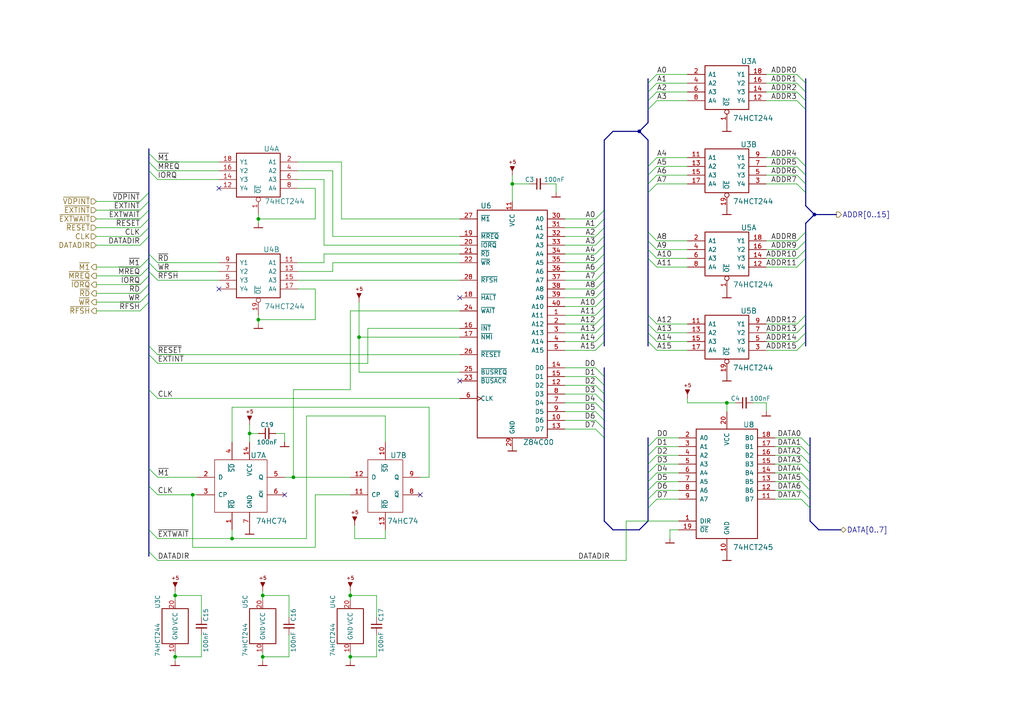
<source format=kicad_sch>
(kicad_sch (version 20211123) (generator eeschema)

  (uuid 76ee303c-1cfc-45a8-ae72-af3efaba6c47)

  (paper "A4")

  (lib_symbols
    (symbol "artemisa:74HC74" (pin_names (offset 1.016)) (in_bom yes) (on_board yes)
      (property "Reference" "U" (id 0) (at -6.35 8.89 0)
        (effects (font (size 1.524 1.524)))
      )
      (property "Value" "74HC74" (id 1) (at 12.7 -6.35 0)
        (effects (font (size 1.524 1.524)))
      )
      (property "Footprint" "" (id 2) (at -2.54 -5.08 0)
        (effects (font (size 1.524 1.524)) hide)
      )
      (property "Datasheet" "" (id 3) (at -2.54 -5.08 0)
        (effects (font (size 1.524 1.524)) hide)
      )
      (symbol "74HC74_1_1"
        (rectangle (start -7.62 7.62) (end 7.62 -7.62)
          (stroke (width 0) (type default) (color 0 0 0 0))
          (fill (type none))
        )
        (pin input line (at -2.54 -12.7 90) (length 5.08)
          (name "~{RD}" (effects (font (size 1.27 1.27))))
          (number "1" (effects (font (size 1.27 1.27))))
        )
        (pin power_in line (at 2.54 12.7 270) (length 5.08)
          (name "VCC" (effects (font (size 1.27 1.27))))
          (number "14" (effects (font (size 1.27 1.27))))
        )
        (pin input line (at -12.7 2.54 0) (length 5.08)
          (name "D" (effects (font (size 1.27 1.27))))
          (number "2" (effects (font (size 1.27 1.27))))
        )
        (pin input line (at -12.7 -2.54 0) (length 5.08)
          (name "CP" (effects (font (size 1.27 1.27))))
          (number "3" (effects (font (size 1.27 1.27))))
        )
        (pin input line (at -2.54 12.7 270) (length 5.08)
          (name "~{SD}" (effects (font (size 1.27 1.27))))
          (number "4" (effects (font (size 1.27 1.27))))
        )
        (pin output line (at 12.7 2.54 180) (length 5.08)
          (name "Q" (effects (font (size 1.27 1.27))))
          (number "5" (effects (font (size 1.27 1.27))))
        )
        (pin output line (at 12.7 -2.54 180) (length 5.08)
          (name "~{Q}" (effects (font (size 1.27 1.27))))
          (number "6" (effects (font (size 1.27 1.27))))
        )
        (pin power_in line (at 2.54 -12.7 90) (length 5.08)
          (name "GND" (effects (font (size 1.27 1.27))))
          (number "7" (effects (font (size 1.27 1.27))))
        )
      )
      (symbol "74HC74_2_1"
        (rectangle (start -5.08 7.62) (end 5.08 -7.62)
          (stroke (width 0) (type default) (color 0 0 0 0))
          (fill (type none))
        )
        (pin input line (at 0 12.7 270) (length 5.08)
          (name "~{SD}" (effects (font (size 1.27 1.27))))
          (number "10" (effects (font (size 1.27 1.27))))
        )
        (pin input line (at -10.16 -2.54 0) (length 5.08)
          (name "CP" (effects (font (size 1.27 1.27))))
          (number "11" (effects (font (size 1.27 1.27))))
        )
        (pin input line (at -10.16 2.54 0) (length 5.08)
          (name "D" (effects (font (size 1.27 1.27))))
          (number "12" (effects (font (size 1.27 1.27))))
        )
        (pin input line (at 0 -12.7 90) (length 5.08)
          (name "~{RD}" (effects (font (size 1.27 1.27))))
          (number "13" (effects (font (size 1.27 1.27))))
        )
        (pin output line (at 10.16 -2.54 180) (length 5.08)
          (name "~{Q}" (effects (font (size 1.27 1.27))))
          (number "8" (effects (font (size 1.27 1.27))))
        )
        (pin output line (at 10.16 2.54 180) (length 5.08)
          (name "Q" (effects (font (size 1.27 1.27))))
          (number "9" (effects (font (size 1.27 1.27))))
        )
      )
    )
    (symbol "artemisa:74HCT244" (pin_names (offset 1.016)) (in_bom yes) (on_board yes)
      (property "Reference" "U" (id 0) (at 0 7.62 0)
        (effects (font (size 1.27 1.27)))
      )
      (property "Value" "74HCT244" (id 1) (at 10.16 -8.89 0)
        (effects (font (size 1.27 1.27)))
      )
      (property "Footprint" "" (id 2) (at 0 -10.16 0)
        (effects (font (size 1.524 1.524)) hide)
      )
      (property "Datasheet" "" (id 3) (at 0 -10.16 0)
        (effects (font (size 1.524 1.524)) hide)
      )
      (symbol "74HCT244_1_1"
        (rectangle (start -6.35 -6.35) (end 6.35 6.35)
          (stroke (width 0.254) (type default) (color 0 0 0 0))
          (fill (type none))
        )
        (pin input inverted (at 0 -11.43 90) (length 5.0038)
          (name "~{OE}" (effects (font (size 1.27 1.27))))
          (number "1" (effects (font (size 1.27 1.27))))
        )
        (pin output line (at 11.43 -3.81 180) (length 5.0038)
          (name "Y4" (effects (font (size 1.27 1.27))))
          (number "12" (effects (font (size 1.27 1.27))))
        )
        (pin output line (at 11.43 -1.27 180) (length 5.0038)
          (name "Y3" (effects (font (size 1.27 1.27))))
          (number "14" (effects (font (size 1.27 1.27))))
        )
        (pin output line (at 11.43 1.27 180) (length 5.0038)
          (name "Y2" (effects (font (size 1.27 1.27))))
          (number "16" (effects (font (size 1.27 1.27))))
        )
        (pin output line (at 11.43 3.81 180) (length 5.0038)
          (name "Y1" (effects (font (size 1.27 1.27))))
          (number "18" (effects (font (size 1.27 1.27))))
        )
        (pin input line (at -11.43 3.81 0) (length 5.0038)
          (name "A1" (effects (font (size 1.27 1.27))))
          (number "2" (effects (font (size 1.27 1.27))))
        )
        (pin input line (at -11.43 1.27 0) (length 5.0038)
          (name "A2" (effects (font (size 1.27 1.27))))
          (number "4" (effects (font (size 1.27 1.27))))
        )
        (pin input line (at -11.43 -1.27 0) (length 5.0038)
          (name "A3" (effects (font (size 1.27 1.27))))
          (number "6" (effects (font (size 1.27 1.27))))
        )
        (pin input line (at -11.43 -3.81 0) (length 5.0038)
          (name "A4" (effects (font (size 1.27 1.27))))
          (number "8" (effects (font (size 1.27 1.27))))
        )
      )
      (symbol "74HCT244_2_1"
        (rectangle (start -6.35 6.35) (end 6.35 -6.35)
          (stroke (width 0.254) (type default) (color 0 0 0 0))
          (fill (type none))
        )
        (pin input line (at -11.43 3.81 0) (length 5.0038)
          (name "A1" (effects (font (size 1.27 1.27))))
          (number "11" (effects (font (size 1.27 1.27))))
        )
        (pin input line (at -11.43 1.27 0) (length 5.0038)
          (name "A2" (effects (font (size 1.27 1.27))))
          (number "13" (effects (font (size 1.27 1.27))))
        )
        (pin input line (at -11.43 -1.27 0) (length 5.0038)
          (name "A3" (effects (font (size 1.27 1.27))))
          (number "15" (effects (font (size 1.27 1.27))))
        )
        (pin input line (at -11.43 -3.81 0) (length 5.0038)
          (name "A4" (effects (font (size 1.27 1.27))))
          (number "17" (effects (font (size 1.27 1.27))))
        )
        (pin input inverted (at 0 -11.43 90) (length 5.0038)
          (name "~{OE}" (effects (font (size 1.27 1.27))))
          (number "19" (effects (font (size 1.27 1.27))))
        )
        (pin output line (at 11.43 -3.81 180) (length 5.0038)
          (name "Y4" (effects (font (size 1.27 1.27))))
          (number "3" (effects (font (size 1.27 1.27))))
        )
        (pin output line (at 11.43 -1.27 180) (length 5.0038)
          (name "Y3" (effects (font (size 1.27 1.27))))
          (number "5" (effects (font (size 1.27 1.27))))
        )
        (pin output line (at 11.43 1.27 180) (length 5.0038)
          (name "Y2" (effects (font (size 1.27 1.27))))
          (number "7" (effects (font (size 1.27 1.27))))
        )
        (pin output line (at 11.43 3.81 180) (length 5.0038)
          (name "Y1" (effects (font (size 1.27 1.27))))
          (number "9" (effects (font (size 1.27 1.27))))
        )
      )
      (symbol "74HCT244_3_1"
        (rectangle (start -3.81 -5.08) (end 3.81 5.08)
          (stroke (width 0.254) (type default) (color 0 0 0 0))
          (fill (type none))
        )
        (pin power_in line (at 0 -7.62 90) (length 2.54)
          (name "GND" (effects (font (size 1.27 1.27))))
          (number "10" (effects (font (size 1.27 1.27))))
        )
        (pin power_in line (at 0 7.62 270) (length 2.54)
          (name "VCC" (effects (font (size 1.27 1.27))))
          (number "20" (effects (font (size 1.27 1.27))))
        )
      )
    )
    (symbol "artemisa:74HCT245" (pin_names (offset 1.016)) (in_bom yes) (on_board yes)
      (property "Reference" "U" (id 0) (at 6.35 12.7 0)
        (effects (font (size 1.524 1.524)))
      )
      (property "Value" "74HCT245" (id 1) (at 6.35 -22.86 0)
        (effects (font (size 1.524 1.524)))
      )
      (property "Footprint" "" (id 2) (at 0 -16.51 0)
        (effects (font (size 1.524 1.524)) hide)
      )
      (property "Datasheet" "" (id 3) (at 0 -16.51 0)
        (effects (font (size 1.524 1.524)) hide)
      )
      (symbol "74HCT245_0_1"
        (rectangle (start -8.89 11.43) (end 8.89 -20.32)
          (stroke (width 0.254) (type default) (color 0 0 0 0))
          (fill (type none))
        )
      )
      (symbol "74HCT245_1_1"
        (pin input line (at -13.97 -15.24 0) (length 5.08)
          (name "DIR" (effects (font (size 1.27 1.27))))
          (number "1" (effects (font (size 1.27 1.27))))
        )
        (pin power_in line (at 0 -25.4 90) (length 5.08)
          (name "GND" (effects (font (size 1.27 1.27))))
          (number "10" (effects (font (size 1.27 1.27))))
        )
        (pin bidirectional line (at 13.97 -8.89 180) (length 5.08)
          (name "B7" (effects (font (size 1.27 1.27))))
          (number "11" (effects (font (size 1.27 1.27))))
        )
        (pin bidirectional line (at 13.97 -6.35 180) (length 5.08)
          (name "B6" (effects (font (size 1.27 1.27))))
          (number "12" (effects (font (size 1.27 1.27))))
        )
        (pin bidirectional line (at 13.97 -3.81 180) (length 5.08)
          (name "B5" (effects (font (size 1.27 1.27))))
          (number "13" (effects (font (size 1.27 1.27))))
        )
        (pin bidirectional line (at 13.97 -1.27 180) (length 5.08)
          (name "B4" (effects (font (size 1.27 1.27))))
          (number "14" (effects (font (size 1.27 1.27))))
        )
        (pin bidirectional line (at 13.97 1.27 180) (length 5.08)
          (name "B3" (effects (font (size 1.27 1.27))))
          (number "15" (effects (font (size 1.27 1.27))))
        )
        (pin bidirectional line (at 13.97 3.81 180) (length 5.08)
          (name "B2" (effects (font (size 1.27 1.27))))
          (number "16" (effects (font (size 1.27 1.27))))
        )
        (pin bidirectional line (at 13.97 6.35 180) (length 5.08)
          (name "B1" (effects (font (size 1.27 1.27))))
          (number "17" (effects (font (size 1.27 1.27))))
        )
        (pin bidirectional line (at 13.97 8.89 180) (length 5.08)
          (name "B0" (effects (font (size 1.27 1.27))))
          (number "18" (effects (font (size 1.27 1.27))))
        )
        (pin input line (at -13.97 -17.78 0) (length 5.08)
          (name "~{OE}" (effects (font (size 1.27 1.27))))
          (number "19" (effects (font (size 1.27 1.27))))
        )
        (pin bidirectional line (at -13.97 8.89 0) (length 5.08)
          (name "A0" (effects (font (size 1.27 1.27))))
          (number "2" (effects (font (size 1.27 1.27))))
        )
        (pin power_in line (at 0 16.51 270) (length 5.08)
          (name "VCC" (effects (font (size 1.27 1.27))))
          (number "20" (effects (font (size 1.27 1.27))))
        )
        (pin bidirectional line (at -13.97 6.35 0) (length 5.08)
          (name "A1" (effects (font (size 1.27 1.27))))
          (number "3" (effects (font (size 1.27 1.27))))
        )
        (pin bidirectional line (at -13.97 3.81 0) (length 5.08)
          (name "A2" (effects (font (size 1.27 1.27))))
          (number "4" (effects (font (size 1.27 1.27))))
        )
        (pin bidirectional line (at -13.97 1.27 0) (length 5.08)
          (name "A3" (effects (font (size 1.27 1.27))))
          (number "5" (effects (font (size 1.27 1.27))))
        )
        (pin bidirectional line (at -13.97 -1.27 0) (length 5.08)
          (name "A4" (effects (font (size 1.27 1.27))))
          (number "6" (effects (font (size 1.27 1.27))))
        )
        (pin bidirectional line (at -13.97 -3.81 0) (length 5.08)
          (name "A5" (effects (font (size 1.27 1.27))))
          (number "7" (effects (font (size 1.27 1.27))))
        )
        (pin bidirectional line (at -13.97 -6.35 0) (length 5.08)
          (name "A6" (effects (font (size 1.27 1.27))))
          (number "8" (effects (font (size 1.27 1.27))))
        )
        (pin bidirectional line (at -13.97 -8.89 0) (length 5.08)
          (name "A7" (effects (font (size 1.27 1.27))))
          (number "9" (effects (font (size 1.27 1.27))))
        )
      )
    )
    (symbol "artemisa:Cap" (pin_numbers hide) (pin_names (offset 0.254) hide) (in_bom yes) (on_board yes)
      (property "Reference" "C" (id 0) (at 0.254 1.778 0)
        (effects (font (size 1.27 1.27)) (justify left))
      )
      (property "Value" "Cap" (id 1) (at 0.254 -2.032 0)
        (effects (font (size 1.27 1.27)) (justify left))
      )
      (property "Footprint" "" (id 2) (at 0 0 0)
        (effects (font (size 1.27 1.27)) hide)
      )
      (property "Datasheet" "" (id 3) (at 0 0 0)
        (effects (font (size 1.27 1.27)) hide)
      )
      (property "ki_fp_filters" "C_*" (id 4) (at 0 0 0)
        (effects (font (size 1.27 1.27)) hide)
      )
      (symbol "Cap_0_1"
        (polyline
          (pts
            (xy -1.524 -0.508)
            (xy 1.524 -0.508)
          )
          (stroke (width 0.3302) (type default) (color 0 0 0 0))
          (fill (type none))
        )
        (polyline
          (pts
            (xy -1.524 0.508)
            (xy 1.524 0.508)
          )
          (stroke (width 0.3048) (type default) (color 0 0 0 0))
          (fill (type none))
        )
      )
      (symbol "Cap_1_1"
        (pin passive line (at 0 2.54 270) (length 2.032)
          (name "~" (effects (font (size 1.27 1.27))))
          (number "1" (effects (font (size 1.27 1.27))))
        )
        (pin passive line (at 0 -2.54 90) (length 2.032)
          (name "~" (effects (font (size 1.27 1.27))))
          (number "2" (effects (font (size 1.27 1.27))))
        )
      )
    )
    (symbol "artemisa:GND" (power) (pin_numbers hide) (pin_names (offset 0) hide) (in_bom yes) (on_board yes)
      (property "Reference" "#PWR" (id 0) (at 0 -2.54 0)
        (effects (font (size 1.524 1.524)) hide)
      )
      (property "Value" "GND" (id 1) (at 0 2.54 0)
        (effects (font (size 1.524 1.524)) hide)
      )
      (property "Footprint" "" (id 2) (at 0 0 0)
        (effects (font (size 1.524 1.524)) hide)
      )
      (property "Datasheet" "" (id 3) (at 0 0 0)
        (effects (font (size 1.524 1.524)) hide)
      )
      (symbol "GND_0_1"
        (polyline
          (pts
            (xy -1.27 -1.27)
            (xy 1.27 -1.27)
          )
          (stroke (width 0.254) (type default) (color 0 0 0 0))
          (fill (type none))
        )
      )
      (symbol "GND_1_1"
        (pin power_in line (at 0 0 270) (length 1.27)
          (name "GND" (effects (font (size 1.27 1.27))))
          (number "~" (effects (font (size 1.27 1.27))))
        )
      )
    )
    (symbol "artemisa:VCC" (power) (pin_numbers hide) (pin_names (offset 0) hide) (in_bom yes) (on_board yes)
      (property "Reference" "#PWR" (id 0) (at 0 -1.27 0)
        (effects (font (size 1.524 1.524)) hide)
      )
      (property "Value" "VCC" (id 1) (at 0 6.35 0)
        (effects (font (size 1.524 1.524)) hide)
      )
      (property "Footprint" "" (id 2) (at 0 0 0)
        (effects (font (size 1.524 1.524)) hide)
      )
      (property "Datasheet" "" (id 3) (at 0 0 0)
        (effects (font (size 1.524 1.524)) hide)
      )
      (symbol "VCC_0_0"
        (text "+5" (at 0 3.81 0)
          (effects (font (size 1.016 1.016)))
        )
      )
      (symbol "VCC_0_1"
        (polyline
          (pts
            (xy 0 1.27)
            (xy 0.635 2.54)
            (xy -0.635 2.54)
            (xy 0 1.27)
          )
          (stroke (width 0) (type default) (color 0 0 0 0))
          (fill (type outline))
        )
      )
      (symbol "VCC_1_1"
        (pin power_in line (at 0 0 90) (length 1.27)
          (name "~" (effects (font (size 1.27 1.27))))
          (number "~" (effects (font (size 1.27 1.27))))
        )
      )
    )
    (symbol "artemisa:Z84C00" (pin_names (offset 1.016)) (in_bom yes) (on_board yes)
      (property "Reference" "U" (id 0) (at -8.89 34.29 0)
        (effects (font (size 1.524 1.524)))
      )
      (property "Value" "Z84C00" (id 1) (at 6.35 -34.29 0)
        (effects (font (size 1.524 1.524)))
      )
      (property "Footprint" "" (id 2) (at 0 -3.81 0)
        (effects (font (size 1.524 1.524)) hide)
      )
      (property "Datasheet" "" (id 3) (at 0 -3.81 0)
        (effects (font (size 1.524 1.524)) hide)
      )
      (symbol "Z84C00_0_1"
        (rectangle (start 10.16 33.02) (end -10.16 -33.02)
          (stroke (width 0.254) (type default) (color 0 0 0 0))
          (fill (type none))
        )
      )
      (symbol "Z84C00_1_1"
        (pin output line (at 15.24 2.54 180) (length 5.0038)
          (name "A11" (effects (font (size 1.27 1.27))))
          (number "1" (effects (font (size 1.27 1.27))))
        )
        (pin bidirectional line (at 15.24 -27.94 180) (length 5.0038)
          (name "D6" (effects (font (size 1.27 1.27))))
          (number "10" (effects (font (size 1.27 1.27))))
        )
        (pin power_in line (at 0 35.56 270) (length 2.54)
          (name "VCC" (effects (font (size 1.27 1.27))))
          (number "11" (effects (font (size 1.27 1.27))))
        )
        (pin bidirectional line (at 15.24 -17.78 180) (length 5.0038)
          (name "D2" (effects (font (size 1.27 1.27))))
          (number "12" (effects (font (size 1.27 1.27))))
        )
        (pin bidirectional line (at 15.24 -30.48 180) (length 5.0038)
          (name "D7" (effects (font (size 1.27 1.27))))
          (number "13" (effects (font (size 1.27 1.27))))
        )
        (pin bidirectional line (at 15.24 -12.7 180) (length 5.0038)
          (name "D0" (effects (font (size 1.27 1.27))))
          (number "14" (effects (font (size 1.27 1.27))))
        )
        (pin bidirectional line (at 15.24 -15.24 180) (length 5.0038)
          (name "D1" (effects (font (size 1.27 1.27))))
          (number "15" (effects (font (size 1.27 1.27))))
        )
        (pin input line (at -15.24 -1.27 0) (length 5.0038)
          (name "~{INT}" (effects (font (size 1.27 1.27))))
          (number "16" (effects (font (size 1.27 1.27))))
        )
        (pin input line (at -15.24 -3.81 0) (length 5.0038)
          (name "~{NMI}" (effects (font (size 1.27 1.27))))
          (number "17" (effects (font (size 1.27 1.27))))
        )
        (pin output line (at -15.24 7.62 0) (length 5.0038)
          (name "~{HALT}" (effects (font (size 1.27 1.27))))
          (number "18" (effects (font (size 1.27 1.27))))
        )
        (pin output line (at -15.24 25.4 0) (length 5.0038)
          (name "~{MREQ}" (effects (font (size 1.27 1.27))))
          (number "19" (effects (font (size 1.27 1.27))))
        )
        (pin output line (at 15.24 0 180) (length 5.0038)
          (name "A12" (effects (font (size 1.27 1.27))))
          (number "2" (effects (font (size 1.27 1.27))))
        )
        (pin output line (at -15.24 22.86 0) (length 5.0038)
          (name "~{IORQ}" (effects (font (size 1.27 1.27))))
          (number "20" (effects (font (size 1.27 1.27))))
        )
        (pin output line (at -15.24 20.32 0) (length 5.0038)
          (name "~{RD}" (effects (font (size 1.27 1.27))))
          (number "21" (effects (font (size 1.27 1.27))))
        )
        (pin output line (at -15.24 17.78 0) (length 5.0038)
          (name "~{WR}" (effects (font (size 1.27 1.27))))
          (number "22" (effects (font (size 1.27 1.27))))
        )
        (pin output line (at -15.24 -16.51 0) (length 5.0038)
          (name "~{BUSACK}" (effects (font (size 1.27 1.27))))
          (number "23" (effects (font (size 1.27 1.27))))
        )
        (pin input line (at -15.24 3.81 0) (length 5.0038)
          (name "~{WAIT}" (effects (font (size 1.27 1.27))))
          (number "24" (effects (font (size 1.27 1.27))))
        )
        (pin input line (at -15.24 -13.97 0) (length 5.0038)
          (name "~{BUSREQ}" (effects (font (size 1.27 1.27))))
          (number "25" (effects (font (size 1.27 1.27))))
        )
        (pin input line (at -15.24 -8.89 0) (length 5.0038)
          (name "~{RESET}" (effects (font (size 1.27 1.27))))
          (number "26" (effects (font (size 1.27 1.27))))
        )
        (pin output line (at -15.24 30.48 0) (length 5.0038)
          (name "~{M1}" (effects (font (size 1.27 1.27))))
          (number "27" (effects (font (size 1.27 1.27))))
        )
        (pin output line (at -15.24 12.7 0) (length 5.0038)
          (name "~{RFSH}" (effects (font (size 1.27 1.27))))
          (number "28" (effects (font (size 1.27 1.27))))
        )
        (pin power_in line (at 0 -35.56 90) (length 2.54)
          (name "GND" (effects (font (size 1.27 1.27))))
          (number "29" (effects (font (size 1.27 1.27))))
        )
        (pin output line (at 15.24 -2.54 180) (length 5.0038)
          (name "A13" (effects (font (size 1.27 1.27))))
          (number "3" (effects (font (size 1.27 1.27))))
        )
        (pin output line (at 15.24 30.48 180) (length 5.0038)
          (name "A0" (effects (font (size 1.27 1.27))))
          (number "30" (effects (font (size 1.27 1.27))))
        )
        (pin output line (at 15.24 27.94 180) (length 5.0038)
          (name "A1" (effects (font (size 1.27 1.27))))
          (number "31" (effects (font (size 1.27 1.27))))
        )
        (pin output line (at 15.24 25.4 180) (length 5.0038)
          (name "A2" (effects (font (size 1.27 1.27))))
          (number "32" (effects (font (size 1.27 1.27))))
        )
        (pin output line (at 15.24 22.86 180) (length 5.0038)
          (name "A3" (effects (font (size 1.27 1.27))))
          (number "33" (effects (font (size 1.27 1.27))))
        )
        (pin output line (at 15.24 20.32 180) (length 5.0038)
          (name "A4" (effects (font (size 1.27 1.27))))
          (number "34" (effects (font (size 1.27 1.27))))
        )
        (pin output line (at 15.24 17.78 180) (length 5.0038)
          (name "A5" (effects (font (size 1.27 1.27))))
          (number "35" (effects (font (size 1.27 1.27))))
        )
        (pin output line (at 15.24 15.24 180) (length 5.0038)
          (name "A6" (effects (font (size 1.27 1.27))))
          (number "36" (effects (font (size 1.27 1.27))))
        )
        (pin output line (at 15.24 12.7 180) (length 5.0038)
          (name "A7" (effects (font (size 1.27 1.27))))
          (number "37" (effects (font (size 1.27 1.27))))
        )
        (pin output line (at 15.24 10.16 180) (length 5.0038)
          (name "A8" (effects (font (size 1.27 1.27))))
          (number "38" (effects (font (size 1.27 1.27))))
        )
        (pin output line (at 15.24 7.62 180) (length 5.0038)
          (name "A9" (effects (font (size 1.27 1.27))))
          (number "39" (effects (font (size 1.27 1.27))))
        )
        (pin output line (at 15.24 -5.08 180) (length 5.0038)
          (name "A14" (effects (font (size 1.27 1.27))))
          (number "4" (effects (font (size 1.27 1.27))))
        )
        (pin output line (at 15.24 5.08 180) (length 5.0038)
          (name "A10" (effects (font (size 1.27 1.27))))
          (number "40" (effects (font (size 1.27 1.27))))
        )
        (pin output line (at 15.24 -7.62 180) (length 5.0038)
          (name "A15" (effects (font (size 1.27 1.27))))
          (number "5" (effects (font (size 1.27 1.27))))
        )
        (pin input clock (at -15.24 -21.59 0) (length 5.0038)
          (name "CLK" (effects (font (size 1.27 1.27))))
          (number "6" (effects (font (size 1.27 1.27))))
        )
        (pin bidirectional line (at 15.24 -22.86 180) (length 5.0038)
          (name "D4" (effects (font (size 1.27 1.27))))
          (number "7" (effects (font (size 1.27 1.27))))
        )
        (pin bidirectional line (at 15.24 -20.32 180) (length 5.0038)
          (name "D3" (effects (font (size 1.27 1.27))))
          (number "8" (effects (font (size 1.27 1.27))))
        )
        (pin bidirectional line (at 15.24 -25.4 180) (length 5.0038)
          (name "D5" (effects (font (size 1.27 1.27))))
          (number "9" (effects (font (size 1.27 1.27))))
        )
      )
    )
  )

  (junction (at 210.82 116.84) (diameter 0) (color 0 0 0 0)
    (uuid 0844b132-5386-469c-86ff-d527c8a00608)
  )
  (junction (at 236.22 62.23) (diameter 0) (color 0 0 0 0)
    (uuid 1264107e-2d4b-4e98-b7c7-eb6ef798b0dd)
  )
  (junction (at 101.6 172.72) (diameter 0) (color 0 0 0 0)
    (uuid 17adff9d-c581-42e4-b552-035b922b5256)
  )
  (junction (at 67.31 156.21) (diameter 0) (color 0 0 0 0)
    (uuid 4263a0e8-33fc-439f-9b56-889a4f5d7b26)
  )
  (junction (at 76.2 190.5) (diameter 0) (color 0 0 0 0)
    (uuid 504cb9e4-5572-4208-bc9d-30a7efff8b9a)
  )
  (junction (at 50.8 190.5) (diameter 0) (color 0 0 0 0)
    (uuid 58e02161-61cc-4d0f-bdc8-c497a25ae380)
  )
  (junction (at 85.09 138.43) (diameter 0) (color 0 0 0 0)
    (uuid 740c9c9e-c377-4082-a7c2-2dfeb8296429)
  )
  (junction (at 74.93 92.71) (diameter 0) (color 0 0 0 0)
    (uuid 7b8f4734-c91c-4c35-bc25-8ba9e0a60f64)
  )
  (junction (at 72.39 125.73) (diameter 0) (color 0 0 0 0)
    (uuid 90912a07-8f0d-457a-b78a-1c112c8f2052)
  )
  (junction (at 148.59 53.34) (diameter 0) (color 0 0 0 0)
    (uuid a1223b95-aa11-427a-b201-9190a86a68be)
  )
  (junction (at 74.93 63.5) (diameter 0) (color 0 0 0 0)
    (uuid c60045a9-c6dd-4a1d-b776-92c82360c330)
  )
  (junction (at 185.42 38.1) (diameter 0) (color 0 0 0 0)
    (uuid d571735a-923b-4288-add3-741d1340044b)
  )
  (junction (at 50.8 172.72) (diameter 0) (color 0 0 0 0)
    (uuid de91796c-56de-4405-8fcc-748bd6a08e86)
  )
  (junction (at 101.6 190.5) (diameter 0) (color 0 0 0 0)
    (uuid e47d9cf3-579e-4750-bc6d-bf58b55862bb)
  )
  (junction (at 76.2 172.72) (diameter 0) (color 0 0 0 0)
    (uuid e9597133-3d67-41f8-aabc-5b61d8d3c3c1)
  )
  (junction (at 55.88 143.51) (diameter 0) (color 0 0 0 0)
    (uuid fbca7d5b-4a19-4f46-9697-74b3068179aa)
  )
  (junction (at 104.14 97.79) (diameter 0) (color 0 0 0 0)
    (uuid fed6a1e7-e233-4dff-87e0-8992a65c8dd0)
  )

  (no_connect (at 133.35 86.36) (uuid 098afe52-27f0-4ec0-bf39-4eb766d2a851))
  (no_connect (at 121.92 143.51) (uuid 11cae898-6e02-4314-87c3-bfa88f249303))
  (no_connect (at 82.55 143.51) (uuid 7401f61b-dc36-4f5a-ba3e-b101a22bf1fc))
  (no_connect (at 63.5 83.82) (uuid a8470270-920a-4fed-9691-22526135f92c))
  (no_connect (at 133.35 110.49) (uuid ad4fcc27-bf1e-4e2e-ab26-9b8032da7693))
  (no_connect (at 63.5 54.61) (uuid b45faf1e-b7a2-4d73-9833-db84a2fde78b))

  (bus_entry (at 190.5 129.54) (size -2.54 2.54)
    (stroke (width 0) (type default) (color 0 0 0 0))
    (uuid 00e39da0-4b3e-4884-a91e-86d729914953)
  )
  (bus_entry (at 190.5 50.8) (size -2.54 2.54)
    (stroke (width 0) (type default) (color 0 0 0 0))
    (uuid 0208dcec-5844-41d6-8382-4437ac8ac82d)
  )
  (bus_entry (at 232.41 139.7) (size 2.54 2.54)
    (stroke (width 0) (type default) (color 0 0 0 0))
    (uuid 037a257a-ceb2-409c-ab24-48a743172dae)
  )
  (bus_entry (at 43.18 55.88) (size -2.54 2.54)
    (stroke (width 0) (type default) (color 0 0 0 0))
    (uuid 054f8e07-0141-451f-a3c4-ea786b83b680)
  )
  (bus_entry (at 232.41 127) (size 2.54 2.54)
    (stroke (width 0) (type default) (color 0 0 0 0))
    (uuid 062fbe79-da43-4e6a-bd6f-509557f2df9b)
  )
  (bus_entry (at 43.18 44.45) (size 2.54 2.54)
    (stroke (width 0) (type default) (color 0 0 0 0))
    (uuid 086ab04d-4086-427c-992f-819b91a9021d)
  )
  (bus_entry (at 43.18 77.47) (size -2.54 2.54)
    (stroke (width 0) (type default) (color 0 0 0 0))
    (uuid 0a83f85d-78ad-480a-a5ba-773caced8f09)
  )
  (bus_entry (at 231.14 93.98) (size 2.54 -2.54)
    (stroke (width 0) (type default) (color 0 0 0 0))
    (uuid 0df798c0-963e-4340-a737-18e50763521e)
  )
  (bus_entry (at 231.14 48.26) (size 2.54 2.54)
    (stroke (width 0) (type default) (color 0 0 0 0))
    (uuid 0f3121ae-1081-4d81-b548-dceafa613e21)
  )
  (bus_entry (at 231.14 29.21) (size 2.54 2.54)
    (stroke (width 0) (type default) (color 0 0 0 0))
    (uuid 159c8092-f459-40eb-b409-c2cace814e6e)
  )
  (bus_entry (at 190.5 132.08) (size -2.54 2.54)
    (stroke (width 0) (type default) (color 0 0 0 0))
    (uuid 18b6dcb6-5ab3-481b-b998-33e8cf6d281f)
  )
  (bus_entry (at 190.5 93.98) (size -2.54 -2.54)
    (stroke (width 0) (type default) (color 0 0 0 0))
    (uuid 1a1da3ab-0792-420a-a2dd-c670f9cd52e8)
  )
  (bus_entry (at 172.72 119.38) (size 2.54 2.54)
    (stroke (width 0) (type default) (color 0 0 0 0))
    (uuid 1aaf34a3-282e-4633-82fa-9d6cdf32efbb)
  )
  (bus_entry (at 43.18 140.97) (size 2.54 2.54)
    (stroke (width 0) (type default) (color 0 0 0 0))
    (uuid 1cd85cce-d94a-4a92-8af2-23d3a2b66793)
  )
  (bus_entry (at 190.5 77.47) (size -2.54 -2.54)
    (stroke (width 0) (type default) (color 0 0 0 0))
    (uuid 1d2d8ec8-1f1b-4d06-9a35-eff8e386bdb8)
  )
  (bus_entry (at 172.72 116.84) (size 2.54 2.54)
    (stroke (width 0) (type default) (color 0 0 0 0))
    (uuid 1ec648ca-df29-4910-86ed-6f48e345dbdb)
  )
  (bus_entry (at 232.41 129.54) (size 2.54 2.54)
    (stroke (width 0) (type default) (color 0 0 0 0))
    (uuid 226f524c-89b4-46ed-86fd-c8ea41059fd4)
  )
  (bus_entry (at 190.5 48.26) (size -2.54 2.54)
    (stroke (width 0) (type default) (color 0 0 0 0))
    (uuid 291e4200-f3c9-4b61-8158-17e8c4424a24)
  )
  (bus_entry (at 190.5 29.21) (size -2.54 2.54)
    (stroke (width 0) (type default) (color 0 0 0 0))
    (uuid 33064f56-88c0-44a1-ac52-96957fe5ad49)
  )
  (bus_entry (at 172.72 101.6) (size 2.54 -2.54)
    (stroke (width 0) (type default) (color 0 0 0 0))
    (uuid 3742a313-c63e-4807-a7bf-be5a0ae2c781)
  )
  (bus_entry (at 190.5 21.59) (size -2.54 2.54)
    (stroke (width 0) (type default) (color 0 0 0 0))
    (uuid 376a6f44-cf22-4d88-ac13-30f83803795f)
  )
  (bus_entry (at 172.72 124.46) (size 2.54 2.54)
    (stroke (width 0) (type default) (color 0 0 0 0))
    (uuid 3b450865-b2ef-4d25-9b34-4d42975b5e24)
  )
  (bus_entry (at 172.72 86.36) (size 2.54 -2.54)
    (stroke (width 0) (type default) (color 0 0 0 0))
    (uuid 3b909fd4-b382-4019-8708-80d1d9a9fe1c)
  )
  (bus_entry (at 43.18 135.89) (size 2.54 2.54)
    (stroke (width 0) (type default) (color 0 0 0 0))
    (uuid 3c5840eb-164e-426c-ab78-faa89624b9dc)
  )
  (bus_entry (at 43.18 63.5) (size -2.54 2.54)
    (stroke (width 0) (type default) (color 0 0 0 0))
    (uuid 3d19e22b-2666-4e7d-825d-37a04ed07fa1)
  )
  (bus_entry (at 43.18 160.02) (size 2.54 2.54)
    (stroke (width 0) (type default) (color 0 0 0 0))
    (uuid 3db00451-fbc3-4980-9f8f-a31cdc894554)
  )
  (bus_entry (at 231.14 101.6) (size 2.54 -2.54)
    (stroke (width 0) (type default) (color 0 0 0 0))
    (uuid 3f206607-332e-4c96-8963-5302804f476f)
  )
  (bus_entry (at 190.5 74.93) (size -2.54 -2.54)
    (stroke (width 0) (type default) (color 0 0 0 0))
    (uuid 401b5a0c-f502-4551-9d61-fa50a303707e)
  )
  (bus_entry (at 43.18 153.67) (size 2.54 2.54)
    (stroke (width 0) (type default) (color 0 0 0 0))
    (uuid 43b7aab0-ec9b-4c58-bfa1-8dda8fccb53f)
  )
  (bus_entry (at 232.41 142.24) (size 2.54 2.54)
    (stroke (width 0) (type default) (color 0 0 0 0))
    (uuid 45899113-d22e-4a5b-822e-9aca23b124ee)
  )
  (bus_entry (at 190.5 72.39) (size -2.54 -2.54)
    (stroke (width 0) (type default) (color 0 0 0 0))
    (uuid 4c069f0b-8c76-44a0-a999-7bd72a3e8dee)
  )
  (bus_entry (at 172.72 99.06) (size 2.54 -2.54)
    (stroke (width 0) (type default) (color 0 0 0 0))
    (uuid 5080cf4c-abda-4232-b279-44d0e6b9bde3)
  )
  (bus_entry (at 43.18 49.53) (size 2.54 2.54)
    (stroke (width 0) (type default) (color 0 0 0 0))
    (uuid 51bdd1cb-8a01-4b1c-940a-3ff4dd1de87c)
  )
  (bus_entry (at 190.5 24.13) (size -2.54 2.54)
    (stroke (width 0) (type default) (color 0 0 0 0))
    (uuid 52d326d4-51c9-4c17-8412-9aaf3e6cdf4c)
  )
  (bus_entry (at 190.5 139.7) (size -2.54 2.54)
    (stroke (width 0) (type default) (color 0 0 0 0))
    (uuid 539dec9e-2c45-4201-ab13-cbbbab8fc31b)
  )
  (bus_entry (at 172.72 83.82) (size 2.54 -2.54)
    (stroke (width 0) (type default) (color 0 0 0 0))
    (uuid 5891aa7f-2e48-4492-8db1-d54810991036)
  )
  (bus_entry (at 43.18 46.99) (size 2.54 2.54)
    (stroke (width 0) (type default) (color 0 0 0 0))
    (uuid 59246647-4e57-4b5f-9f1e-b0cc1fb90bb2)
  )
  (bus_entry (at 232.41 137.16) (size 2.54 2.54)
    (stroke (width 0) (type default) (color 0 0 0 0))
    (uuid 5b5611ee-3a4f-4573-978f-2e48db0ecaf5)
  )
  (bus_entry (at 172.72 96.52) (size 2.54 -2.54)
    (stroke (width 0) (type default) (color 0 0 0 0))
    (uuid 5b867f3d-ce38-4d21-95dd-fe114f76e9dc)
  )
  (bus_entry (at 190.5 101.6) (size -2.54 -2.54)
    (stroke (width 0) (type default) (color 0 0 0 0))
    (uuid 5e27f565-c85a-4f3b-9862-58c0accdd5e3)
  )
  (bus_entry (at 172.72 91.44) (size 2.54 -2.54)
    (stroke (width 0) (type default) (color 0 0 0 0))
    (uuid 5f8cf0a3-5039-4ac4-8310-e201f8c0505f)
  )
  (bus_entry (at 43.18 60.96) (size -2.54 2.54)
    (stroke (width 0) (type default) (color 0 0 0 0))
    (uuid 62af6e3c-7d06-438a-b62f-014ae3262ea1)
  )
  (bus_entry (at 231.14 69.85) (size 2.54 -2.54)
    (stroke (width 0) (type default) (color 0 0 0 0))
    (uuid 6579642b-a152-47f7-af0e-0d8866bdfcb8)
  )
  (bus_entry (at 231.14 50.8) (size 2.54 2.54)
    (stroke (width 0) (type default) (color 0 0 0 0))
    (uuid 66cc4ddc-a52d-4ad7-986e-68f000539802)
  )
  (bus_entry (at 43.18 113.03) (size 2.54 2.54)
    (stroke (width 0) (type default) (color 0 0 0 0))
    (uuid 67320774-1745-4c89-bec7-2213f7bb7ecc)
  )
  (bus_entry (at 172.72 66.04) (size 2.54 -2.54)
    (stroke (width 0) (type default) (color 0 0 0 0))
    (uuid 6776c573-26e6-4a02-ab96-18129f258651)
  )
  (bus_entry (at 190.5 127) (size -2.54 2.54)
    (stroke (width 0) (type default) (color 0 0 0 0))
    (uuid 6ceb10bf-4340-4309-8250-882c2b60a70e)
  )
  (bus_entry (at 231.14 99.06) (size 2.54 -2.54)
    (stroke (width 0) (type default) (color 0 0 0 0))
    (uuid 6d646c30-feab-4e3e-adf0-5427b73b5f08)
  )
  (bus_entry (at 231.14 74.93) (size 2.54 -2.54)
    (stroke (width 0) (type default) (color 0 0 0 0))
    (uuid 6e416a78-df14-48ee-9842-e6e24081191e)
  )
  (bus_entry (at 232.41 132.08) (size 2.54 2.54)
    (stroke (width 0) (type default) (color 0 0 0 0))
    (uuid 710852c3-85af-44f2-af12-adc5798f2795)
  )
  (bus_entry (at 172.72 109.22) (size 2.54 2.54)
    (stroke (width 0) (type default) (color 0 0 0 0))
    (uuid 782e74f8-8e76-4e6f-bfec-df9b9d96b19d)
  )
  (bus_entry (at 190.5 134.62) (size -2.54 2.54)
    (stroke (width 0) (type default) (color 0 0 0 0))
    (uuid 7be13a36-eb8e-440f-aaac-2fd6665d9f61)
  )
  (bus_entry (at 172.72 106.68) (size 2.54 2.54)
    (stroke (width 0) (type default) (color 0 0 0 0))
    (uuid 7c49dc93-96a1-4a8f-a667-a4ee5ad692a0)
  )
  (bus_entry (at 232.41 134.62) (size 2.54 2.54)
    (stroke (width 0) (type default) (color 0 0 0 0))
    (uuid 84e154cc-34e9-48ac-ab7e-fc52b3bc90d0)
  )
  (bus_entry (at 232.41 144.78) (size 2.54 2.54)
    (stroke (width 0) (type default) (color 0 0 0 0))
    (uuid 8527ef2e-5212-4629-b6f5-b0130ab61dab)
  )
  (bus_entry (at 231.14 24.13) (size 2.54 2.54)
    (stroke (width 0) (type default) (color 0 0 0 0))
    (uuid 86f6faec-7eee-404c-a73a-2ae625f33d8c)
  )
  (bus_entry (at 172.72 93.98) (size 2.54 -2.54)
    (stroke (width 0) (type default) (color 0 0 0 0))
    (uuid 89be6ff8-dff7-4df0-876d-d5989d658e36)
  )
  (bus_entry (at 43.18 85.09) (size -2.54 2.54)
    (stroke (width 0) (type default) (color 0 0 0 0))
    (uuid 8afefa03-006b-4e40-b19e-6596c7cc472e)
  )
  (bus_entry (at 231.14 96.52) (size 2.54 -2.54)
    (stroke (width 0) (type default) (color 0 0 0 0))
    (uuid 8e1983d7-818b-423d-95d2-7f219e4f6ba3)
  )
  (bus_entry (at 231.14 45.72) (size 2.54 2.54)
    (stroke (width 0) (type default) (color 0 0 0 0))
    (uuid 8f8bb641-6f96-48dd-a2de-b7e2aaf6efe0)
  )
  (bus_entry (at 231.14 21.59) (size 2.54 2.54)
    (stroke (width 0) (type default) (color 0 0 0 0))
    (uuid 90337a8b-a8c5-48e1-ad0f-b0e67716fe3c)
  )
  (bus_entry (at 190.5 99.06) (size -2.54 -2.54)
    (stroke (width 0) (type default) (color 0 0 0 0))
    (uuid 9050328c-80d1-449f-94a8-27658961ba9d)
  )
  (bus_entry (at 43.18 76.2) (size 2.54 2.54)
    (stroke (width 0) (type default) (color 0 0 0 0))
    (uuid 911557e5-adec-4d13-9794-a18b325eb4ea)
  )
  (bus_entry (at 43.18 80.01) (size -2.54 2.54)
    (stroke (width 0) (type default) (color 0 0 0 0))
    (uuid 9116f42f-8d27-4055-8fab-af8b6ed6959f)
  )
  (bus_entry (at 190.5 142.24) (size -2.54 2.54)
    (stroke (width 0) (type default) (color 0 0 0 0))
    (uuid 91c69423-de51-44fe-bc70-fec455b50634)
  )
  (bus_entry (at 190.5 45.72) (size -2.54 2.54)
    (stroke (width 0) (type default) (color 0 0 0 0))
    (uuid 933a17ae-06d4-4de3-aae1-d3835cc0d957)
  )
  (bus_entry (at 190.5 144.78) (size -2.54 2.54)
    (stroke (width 0) (type default) (color 0 0 0 0))
    (uuid 9b4851fe-4e2f-4de0-a685-8e53004d88aa)
  )
  (bus_entry (at 172.72 71.12) (size 2.54 -2.54)
    (stroke (width 0) (type default) (color 0 0 0 0))
    (uuid 9ba85d0a-e58f-45a8-9d86-ad6c976003b7)
  )
  (bus_entry (at 172.72 68.58) (size 2.54 -2.54)
    (stroke (width 0) (type default) (color 0 0 0 0))
    (uuid a067c43d-047d-48ca-a682-5bbb620e3988)
  )
  (bus_entry (at 190.5 137.16) (size -2.54 2.54)
    (stroke (width 0) (type default) (color 0 0 0 0))
    (uuid a072347a-1cac-4ead-8c61-cfe38fd40342)
  )
  (bus_entry (at 190.5 53.34) (size -2.54 2.54)
    (stroke (width 0) (type default) (color 0 0 0 0))
    (uuid a2ead14b-89a8-4438-a7df-7876de28e69a)
  )
  (bus_entry (at 172.72 81.28) (size 2.54 -2.54)
    (stroke (width 0) (type default) (color 0 0 0 0))
    (uuid ab26a42e-b7f6-4a80-b26c-c01085e448c7)
  )
  (bus_entry (at 190.5 69.85) (size -2.54 -2.54)
    (stroke (width 0) (type default) (color 0 0 0 0))
    (uuid ac0e5582-f44c-4bc2-8ae7-2c3f1115fb00)
  )
  (bus_entry (at 43.18 73.66) (size 2.54 2.54)
    (stroke (width 0) (type default) (color 0 0 0 0))
    (uuid af7ccd5a-4c05-4a49-a412-ca568e4c81d2)
  )
  (bus_entry (at 231.14 77.47) (size 2.54 -2.54)
    (stroke (width 0) (type default) (color 0 0 0 0))
    (uuid b2f7301d-582c-4990-a060-4a71ef08c6eb)
  )
  (bus_entry (at 172.72 88.9) (size 2.54 -2.54)
    (stroke (width 0) (type default) (color 0 0 0 0))
    (uuid b5de2bf0-583c-45d9-bc5e-15007fe3ede8)
  )
  (bus_entry (at 43.18 82.55) (size -2.54 2.54)
    (stroke (width 0) (type default) (color 0 0 0 0))
    (uuid c14f4f41-991c-47f8-ba74-4a4e89170acf)
  )
  (bus_entry (at 43.18 100.33) (size 2.54 2.54)
    (stroke (width 0) (type default) (color 0 0 0 0))
    (uuid cab0d0a9-e089-4f0b-8483-22b4e0addcae)
  )
  (bus_entry (at 43.18 74.93) (size -2.54 2.54)
    (stroke (width 0) (type default) (color 0 0 0 0))
    (uuid ccd45da3-3d73-496d-8f2e-5edf69377f63)
  )
  (bus_entry (at 172.72 114.3) (size 2.54 2.54)
    (stroke (width 0) (type default) (color 0 0 0 0))
    (uuid cd1b9f49-f6c4-4c81-a715-14d19fd506d7)
  )
  (bus_entry (at 190.5 96.52) (size -2.54 -2.54)
    (stroke (width 0) (type default) (color 0 0 0 0))
    (uuid d0060422-f68b-4ffa-bca8-6f70dc4f862d)
  )
  (bus_entry (at 172.72 76.2) (size 2.54 -2.54)
    (stroke (width 0) (type default) (color 0 0 0 0))
    (uuid d25a1e45-06d1-4c1c-9b3a-0fd8abd0bfed)
  )
  (bus_entry (at 172.72 121.92) (size 2.54 2.54)
    (stroke (width 0) (type default) (color 0 0 0 0))
    (uuid d35d7027-ac1b-44b2-9664-3d8a37ee0f4e)
  )
  (bus_entry (at 231.14 26.67) (size 2.54 2.54)
    (stroke (width 0) (type default) (color 0 0 0 0))
    (uuid d3db736b-0e33-4126-b950-5488923df40e)
  )
  (bus_entry (at 43.18 78.74) (size 2.54 2.54)
    (stroke (width 0) (type default) (color 0 0 0 0))
    (uuid d40ed1bf-6a69-492a-acf3-f71f1c7a81f2)
  )
  (bus_entry (at 43.18 66.04) (size -2.54 2.54)
    (stroke (width 0) (type default) (color 0 0 0 0))
    (uuid d66c8b0e-b6b3-43ea-8c6d-9724edcc57d6)
  )
  (bus_entry (at 172.72 111.76) (size 2.54 2.54)
    (stroke (width 0) (type default) (color 0 0 0 0))
    (uuid de7d8275-fd45-47d5-ae9a-4b0c51b81f57)
  )
  (bus_entry (at 172.72 63.5) (size 2.54 -2.54)
    (stroke (width 0) (type default) (color 0 0 0 0))
    (uuid df1435bb-8018-455d-9925-63e774164119)
  )
  (bus_entry (at 190.5 26.67) (size -2.54 2.54)
    (stroke (width 0) (type default) (color 0 0 0 0))
    (uuid df3e0d78-29b1-4811-9600-571610f4b8a8)
  )
  (bus_entry (at 172.72 78.74) (size 2.54 -2.54)
    (stroke (width 0) (type default) (color 0 0 0 0))
    (uuid e8558fbd-ea42-43a6-966a-7bd304bdfaad)
  )
  (bus_entry (at 231.14 72.39) (size 2.54 -2.54)
    (stroke (width 0) (type default) (color 0 0 0 0))
    (uuid eac540a2-0555-4530-b9cb-9b037a65c0a7)
  )
  (bus_entry (at 43.18 58.42) (size -2.54 2.54)
    (stroke (width 0) (type default) (color 0 0 0 0))
    (uuid ed6caead-58a0-4a37-97cf-621d3ffb0ca4)
  )
  (bus_entry (at 43.18 87.63) (size -2.54 2.54)
    (stroke (width 0) (type default) (color 0 0 0 0))
    (uuid f368b66f-c8a4-4ccf-b925-3f03c13bf28f)
  )
  (bus_entry (at 43.18 68.58) (size -2.54 2.54)
    (stroke (width 0) (type default) (color 0 0 0 0))
    (uuid f43f384e-6bcf-4d6c-ac65-2e849bdb75c5)
  )
  (bus_entry (at 172.72 73.66) (size 2.54 -2.54)
    (stroke (width 0) (type default) (color 0 0 0 0))
    (uuid f61adca3-c1e4-457e-8212-9dc978cabab5)
  )
  (bus_entry (at 231.14 53.34) (size 2.54 2.54)
    (stroke (width 0) (type default) (color 0 0 0 0))
    (uuid fe1c93f4-4468-424b-a088-27aef08b62b4)
  )
  (bus_entry (at 43.18 102.87) (size 2.54 2.54)
    (stroke (width 0) (type default) (color 0 0 0 0))
    (uuid ffde4898-4c0e-4c24-bd8c-aadcd7279172)
  )

  (bus (pts (xy 177.8 38.1) (xy 185.42 38.1))
    (stroke (width 0) (type default) (color 0 0 0 0))
    (uuid 00627221-b0fd-448e-b5a6-250d249697c2)
  )

  (wire (pts (xy 27.94 80.01) (xy 40.64 80.01))
    (stroke (width 0) (type default) (color 0 0 0 0))
    (uuid 01600802-66c5-45a2-be7f-4fa2327d845b)
  )
  (bus (pts (xy 234.95 129.54) (xy 234.95 132.08))
    (stroke (width 0) (type default) (color 0 0 0 0))
    (uuid 02fad080-98cd-46ab-9ee4-13a74595ac68)
  )
  (bus (pts (xy 187.96 40.64) (xy 185.42 38.1))
    (stroke (width 0) (type default) (color 0 0 0 0))
    (uuid 030f7528-01d8-4f5d-b375-396511a3f702)
  )
  (bus (pts (xy 43.18 102.87) (xy 43.18 113.03))
    (stroke (width 0) (type default) (color 0 0 0 0))
    (uuid 0548b5b4-cb6a-4383-985b-2777ce991c3e)
  )

  (wire (pts (xy 82.55 128.27) (xy 82.55 125.73))
    (stroke (width 0) (type default) (color 0 0 0 0))
    (uuid 05c4a04b-0442-4e18-9747-3d9fc4a562fe)
  )
  (bus (pts (xy 233.68 74.93) (xy 233.68 91.44))
    (stroke (width 0) (type default) (color 0 0 0 0))
    (uuid 05d71641-765e-42e9-b112-428ee2e771ec)
  )

  (wire (pts (xy 232.41 137.16) (xy 224.79 137.16))
    (stroke (width 0) (type default) (color 0 0 0 0))
    (uuid 064853d1-fee5-4dc2-a187-8cbdd26d3919)
  )
  (wire (pts (xy 101.6 172.72) (xy 101.6 173.99))
    (stroke (width 0) (type default) (color 0 0 0 0))
    (uuid 0a2d185c-629f-461f-8b6b-f91f1894e6ba)
  )
  (wire (pts (xy 101.6 172.72) (xy 109.22 172.72))
    (stroke (width 0) (type default) (color 0 0 0 0))
    (uuid 0a52fedd-967a-423d-aaaf-3875f20f935b)
  )
  (wire (pts (xy 231.14 96.52) (xy 222.25 96.52))
    (stroke (width 0) (type default) (color 0 0 0 0))
    (uuid 0ba3fcf8-07bd-443d-be28-f69a4ad80df4)
  )
  (bus (pts (xy 43.18 153.67) (xy 43.18 160.02))
    (stroke (width 0) (type default) (color 0 0 0 0))
    (uuid 0bc4a849-5f93-40a7-8f00-efd98ea94086)
  )

  (wire (pts (xy 74.93 91.44) (xy 74.93 92.71))
    (stroke (width 0) (type default) (color 0 0 0 0))
    (uuid 0c75753f-ac98-42bf-95d0-ee8de408989d)
  )
  (bus (pts (xy 237.49 153.67) (xy 243.84 153.67))
    (stroke (width 0) (type default) (color 0 0 0 0))
    (uuid 0d1c133a-5b0b-4fe0-b915-2f72b13b37e9)
  )

  (wire (pts (xy 172.72 91.44) (xy 163.83 91.44))
    (stroke (width 0) (type default) (color 0 0 0 0))
    (uuid 0d7333ca-0587-43cb-9af7-f59016c85820)
  )
  (wire (pts (xy 74.93 63.5) (xy 74.93 64.77))
    (stroke (width 0) (type default) (color 0 0 0 0))
    (uuid 0ea0e524-3bbd-4f05-896d-54b702c204b2)
  )
  (bus (pts (xy 175.26 83.82) (xy 175.26 86.36))
    (stroke (width 0) (type default) (color 0 0 0 0))
    (uuid 0f8c7f8e-c569-41d5-a9c5-be2602986fec)
  )

  (wire (pts (xy 96.52 49.53) (xy 86.36 49.53))
    (stroke (width 0) (type default) (color 0 0 0 0))
    (uuid 0fffb828-f291-41d3-a83c-4eaa3df13f3a)
  )
  (bus (pts (xy 175.26 68.58) (xy 175.26 71.12))
    (stroke (width 0) (type default) (color 0 0 0 0))
    (uuid 102c4f15-f7f0-47b3-b463-90324a621426)
  )

  (wire (pts (xy 85.09 113.03) (xy 101.6 113.03))
    (stroke (width 0) (type default) (color 0 0 0 0))
    (uuid 10e5ae6d-e43e-4ff8-abc5-fd9df16782da)
  )
  (wire (pts (xy 172.72 119.38) (xy 163.83 119.38))
    (stroke (width 0) (type default) (color 0 0 0 0))
    (uuid 119c633c-175b-4b38-bbc1-1a076032c16e)
  )
  (wire (pts (xy 106.68 105.41) (xy 106.68 95.25))
    (stroke (width 0) (type default) (color 0 0 0 0))
    (uuid 12721b60-b423-4830-af94-c68b76872f05)
  )
  (wire (pts (xy 88.9 120.65) (xy 88.9 156.21))
    (stroke (width 0) (type default) (color 0 0 0 0))
    (uuid 127b0e8c-8b10-4db4-b691-908ac98caaf1)
  )
  (bus (pts (xy 43.18 78.74) (xy 43.18 80.01))
    (stroke (width 0) (type default) (color 0 0 0 0))
    (uuid 13ca6f98-495b-4848-a1b9-619bdbf2e008)
  )

  (wire (pts (xy 133.35 95.25) (xy 106.68 95.25))
    (stroke (width 0) (type default) (color 0 0 0 0))
    (uuid 1558a593-7554-4709-a27f-f70400a2199d)
  )
  (wire (pts (xy 91.44 63.5) (xy 74.93 63.5))
    (stroke (width 0) (type default) (color 0 0 0 0))
    (uuid 168e91de-8892-4570-a62e-0a6a88daec47)
  )
  (bus (pts (xy 43.18 85.09) (xy 43.18 87.63))
    (stroke (width 0) (type default) (color 0 0 0 0))
    (uuid 18648368-8315-41f6-b287-55706b48f79e)
  )
  (bus (pts (xy 187.96 72.39) (xy 187.96 74.93))
    (stroke (width 0) (type default) (color 0 0 0 0))
    (uuid 1875410c-e4b4-4ec3-b634-5e1a0d17ab0f)
  )
  (bus (pts (xy 43.18 113.03) (xy 43.18 135.89))
    (stroke (width 0) (type default) (color 0 0 0 0))
    (uuid 188bd81e-55cf-4eb8-ac51-32c0165c3b7f)
  )

  (wire (pts (xy 101.6 189.23) (xy 101.6 190.5))
    (stroke (width 0) (type default) (color 0 0 0 0))
    (uuid 199ade13-7442-4da9-8eea-a8e7681e2aee)
  )
  (wire (pts (xy 232.41 129.54) (xy 224.79 129.54))
    (stroke (width 0) (type default) (color 0 0 0 0))
    (uuid 1ba3e338-9465-4844-8361-6715d7885c15)
  )
  (wire (pts (xy 133.35 76.2) (xy 96.52 76.2))
    (stroke (width 0) (type default) (color 0 0 0 0))
    (uuid 1bb16fed-1537-47fa-90f6-8dc136da5d16)
  )
  (wire (pts (xy 74.93 125.73) (xy 72.39 125.73))
    (stroke (width 0) (type default) (color 0 0 0 0))
    (uuid 1c4dfe58-85b1-467f-8e9d-bdb7a0d0ca8e)
  )
  (bus (pts (xy 175.26 114.3) (xy 175.26 116.84))
    (stroke (width 0) (type default) (color 0 0 0 0))
    (uuid 1c67d947-286e-4eeb-ad61-68de893b3f2c)
  )

  (wire (pts (xy 231.14 29.21) (xy 222.25 29.21))
    (stroke (width 0) (type default) (color 0 0 0 0))
    (uuid 1c7ec62e-d96c-4a0d-ac32-e919b90a3c5b)
  )
  (wire (pts (xy 74.93 92.71) (xy 74.93 93.98))
    (stroke (width 0) (type default) (color 0 0 0 0))
    (uuid 1d20c966-0439-42a1-b5e3-5e76b52f827f)
  )
  (wire (pts (xy 232.41 144.78) (xy 224.79 144.78))
    (stroke (width 0) (type default) (color 0 0 0 0))
    (uuid 1d6c2d6c-bee0-401d-9749-98f17833afdd)
  )
  (wire (pts (xy 86.36 54.61) (xy 91.44 54.61))
    (stroke (width 0) (type default) (color 0 0 0 0))
    (uuid 1d801ac4-6429-45d9-ad70-9dd82bd9c030)
  )
  (wire (pts (xy 50.8 189.23) (xy 50.8 190.5))
    (stroke (width 0) (type default) (color 0 0 0 0))
    (uuid 1f70d207-e63d-4692-be1f-5b6fa8599d57)
  )
  (wire (pts (xy 40.64 85.09) (xy 27.94 85.09))
    (stroke (width 0) (type default) (color 0 0 0 0))
    (uuid 200b738a-50e9-4f57-b197-9a6a0ae11af3)
  )
  (wire (pts (xy 231.14 53.34) (xy 222.25 53.34))
    (stroke (width 0) (type default) (color 0 0 0 0))
    (uuid 2056f16f-2d4a-4f35-8a56-49ab69eeef16)
  )
  (wire (pts (xy 222.25 93.98) (xy 231.14 93.98))
    (stroke (width 0) (type default) (color 0 0 0 0))
    (uuid 207932d1-3fbf-4bd3-8ef6-a6601aaaae72)
  )
  (bus (pts (xy 43.18 77.47) (xy 43.18 78.74))
    (stroke (width 0) (type default) (color 0 0 0 0))
    (uuid 207f3729-b16f-4bed-8e25-6323ca6af59d)
  )
  (bus (pts (xy 175.26 60.96) (xy 175.26 63.5))
    (stroke (width 0) (type default) (color 0 0 0 0))
    (uuid 20b6f547-8f23-4ca0-8198-b15b71fba76d)
  )

  (wire (pts (xy 101.6 113.03) (xy 101.6 90.17))
    (stroke (width 0) (type default) (color 0 0 0 0))
    (uuid 217a6ab0-8c75-4e09-8113-c7b7b906da43)
  )
  (wire (pts (xy 222.25 69.85) (xy 231.14 69.85))
    (stroke (width 0) (type default) (color 0 0 0 0))
    (uuid 21c9358c-c2dd-4df5-9cfe-ea9bd0b49374)
  )
  (wire (pts (xy 27.94 66.04) (xy 40.64 66.04))
    (stroke (width 0) (type default) (color 0 0 0 0))
    (uuid 248d15cd-dd0c-425d-94cb-b44ccf865457)
  )
  (bus (pts (xy 43.18 140.97) (xy 43.18 153.67))
    (stroke (width 0) (type default) (color 0 0 0 0))
    (uuid 253438e1-b2d5-45c8-bcfc-742c8344ecea)
  )

  (wire (pts (xy 163.83 99.06) (xy 172.72 99.06))
    (stroke (width 0) (type default) (color 0 0 0 0))
    (uuid 2571f4c8-d7fc-4e8c-94df-f480e56bb717)
  )
  (wire (pts (xy 232.41 132.08) (xy 224.79 132.08))
    (stroke (width 0) (type default) (color 0 0 0 0))
    (uuid 25b39db8-8576-4473-b331-b912323e85f4)
  )
  (bus (pts (xy 234.95 127) (xy 234.95 129.54))
    (stroke (width 0) (type default) (color 0 0 0 0))
    (uuid 2628b16a-8b1e-4398-be45-c147110e73bb)
  )

  (wire (pts (xy 67.31 118.11) (xy 67.31 128.27))
    (stroke (width 0) (type default) (color 0 0 0 0))
    (uuid 28f921ab-5f55-47f8-b726-02e567145cd5)
  )
  (wire (pts (xy 45.72 102.87) (xy 133.35 102.87))
    (stroke (width 0) (type default) (color 0 0 0 0))
    (uuid 29f4961c-cbd7-42a0-91e7-8ae77405e061)
  )
  (bus (pts (xy 175.26 86.36) (xy 175.26 88.9))
    (stroke (width 0) (type default) (color 0 0 0 0))
    (uuid 2a3045fd-49b2-4e17-94bf-b5864659b054)
  )
  (bus (pts (xy 233.68 31.75) (xy 233.68 48.26))
    (stroke (width 0) (type default) (color 0 0 0 0))
    (uuid 2b02e529-0dd1-4c56-92a3-7eb22d2ee260)
  )
  (bus (pts (xy 233.68 64.77) (xy 233.68 67.31))
    (stroke (width 0) (type default) (color 0 0 0 0))
    (uuid 2b1a1d99-4ea2-4cae-846a-5609aadc4265)
  )
  (bus (pts (xy 43.18 82.55) (xy 43.18 85.09))
    (stroke (width 0) (type default) (color 0 0 0 0))
    (uuid 2d5b3e10-9b65-4abf-803e-969a546fc8e3)
  )

  (wire (pts (xy 27.94 87.63) (xy 40.64 87.63))
    (stroke (width 0) (type default) (color 0 0 0 0))
    (uuid 2d916084-6196-4479-adf2-d8e271fa0c32)
  )
  (bus (pts (xy 187.96 69.85) (xy 187.96 72.39))
    (stroke (width 0) (type default) (color 0 0 0 0))
    (uuid 2db578cd-b125-49d3-b68b-3360b8f58d41)
  )
  (bus (pts (xy 187.96 35.56) (xy 185.42 38.1))
    (stroke (width 0) (type default) (color 0 0 0 0))
    (uuid 2ee91d7b-5181-4f17-a629-4c470c00b784)
  )

  (wire (pts (xy 163.83 83.82) (xy 172.72 83.82))
    (stroke (width 0) (type default) (color 0 0 0 0))
    (uuid 2f122013-8dbc-4371-941a-b52e2115db20)
  )
  (wire (pts (xy 231.14 101.6) (xy 222.25 101.6))
    (stroke (width 0) (type default) (color 0 0 0 0))
    (uuid 2f29ffe5-cbdc-4a3f-81e6-c7d9f4c5145a)
  )
  (wire (pts (xy 222.25 74.93) (xy 231.14 74.93))
    (stroke (width 0) (type default) (color 0 0 0 0))
    (uuid 2f8ebbbf-0f11-4a15-9648-1d28e5593127)
  )
  (wire (pts (xy 111.76 120.65) (xy 88.9 120.65))
    (stroke (width 0) (type default) (color 0 0 0 0))
    (uuid 3019c847-3ccf-490a-9dd6-694227c3fba5)
  )
  (wire (pts (xy 199.39 26.67) (xy 190.5 26.67))
    (stroke (width 0) (type default) (color 0 0 0 0))
    (uuid 31b8e579-7afa-4dee-9f20-b2fefaae3c16)
  )
  (wire (pts (xy 45.72 52.07) (xy 63.5 52.07))
    (stroke (width 0) (type default) (color 0 0 0 0))
    (uuid 32f4eb0d-8b7c-4e0f-8b4a-904219172497)
  )
  (bus (pts (xy 175.26 40.64) (xy 175.26 60.96))
    (stroke (width 0) (type default) (color 0 0 0 0))
    (uuid 3497045f-d218-47c9-8fd1-2d0a39585aa6)
  )
  (bus (pts (xy 233.68 59.69) (xy 236.22 62.23))
    (stroke (width 0) (type default) (color 0 0 0 0))
    (uuid 360bedc1-8522-4c8c-bbbd-baca6d69d40e)
  )

  (wire (pts (xy 91.44 83.82) (xy 86.36 83.82))
    (stroke (width 0) (type default) (color 0 0 0 0))
    (uuid 376da264-b219-4ddc-be78-a640bbee3aef)
  )
  (wire (pts (xy 96.52 68.58) (xy 133.35 68.58))
    (stroke (width 0) (type default) (color 0 0 0 0))
    (uuid 3785b88e-f652-4024-afb0-be4c22cdaea8)
  )
  (bus (pts (xy 175.26 111.76) (xy 175.26 114.3))
    (stroke (width 0) (type default) (color 0 0 0 0))
    (uuid 3962f024-df76-4ce5-a845-a5bfd0cc118f)
  )
  (bus (pts (xy 43.18 80.01) (xy 43.18 82.55))
    (stroke (width 0) (type default) (color 0 0 0 0))
    (uuid 3969f1a4-cee5-45d1-af73-48102fab1b79)
  )

  (wire (pts (xy 121.92 138.43) (xy 124.46 138.43))
    (stroke (width 0) (type default) (color 0 0 0 0))
    (uuid 3a4d7b94-8b26-4555-b396-f2e88aea5db3)
  )
  (wire (pts (xy 222.25 21.59) (xy 231.14 21.59))
    (stroke (width 0) (type default) (color 0 0 0 0))
    (uuid 3a568413-17bd-4a87-b1ac-928e77fa1b6a)
  )
  (bus (pts (xy 233.68 24.13) (xy 233.68 26.67))
    (stroke (width 0) (type default) (color 0 0 0 0))
    (uuid 3a6e1b00-aa08-416c-85dc-bf006b0a4a78)
  )

  (wire (pts (xy 222.25 99.06) (xy 231.14 99.06))
    (stroke (width 0) (type default) (color 0 0 0 0))
    (uuid 3ba59656-e36e-4caa-8957-90ed8686b3d3)
  )
  (bus (pts (xy 43.18 55.88) (xy 43.18 58.42))
    (stroke (width 0) (type default) (color 0 0 0 0))
    (uuid 3bb6370c-713d-4d7f-8232-809c9ec621ba)
  )
  (bus (pts (xy 233.68 22.86) (xy 233.68 24.13))
    (stroke (width 0) (type default) (color 0 0 0 0))
    (uuid 3bc24d10-b3eb-4abe-836d-a8521ccc4341)
  )
  (bus (pts (xy 175.26 119.38) (xy 175.26 121.92))
    (stroke (width 0) (type default) (color 0 0 0 0))
    (uuid 3be93bf9-8c44-4bd5-ab0f-f48691dd7c5d)
  )

  (wire (pts (xy 199.39 93.98) (xy 190.5 93.98))
    (stroke (width 0) (type default) (color 0 0 0 0))
    (uuid 3c19fda9-55de-469e-9693-2d8993bca106)
  )
  (bus (pts (xy 187.96 22.86) (xy 187.96 24.13))
    (stroke (width 0) (type default) (color 0 0 0 0))
    (uuid 3cf0233f-86e3-4b85-ad75-fb8a46f37498)
  )
  (bus (pts (xy 175.26 121.92) (xy 175.26 124.46))
    (stroke (width 0) (type default) (color 0 0 0 0))
    (uuid 3de5b137-b7ed-4a67-a65d-5332350a142e)
  )
  (bus (pts (xy 234.95 132.08) (xy 234.95 134.62))
    (stroke (width 0) (type default) (color 0 0 0 0))
    (uuid 3e2733b2-429a-48e0-a5f6-9bc75cea3fb3)
  )
  (bus (pts (xy 233.68 99.06) (xy 233.68 100.33))
    (stroke (width 0) (type default) (color 0 0 0 0))
    (uuid 3ec4c6d4-d672-41bf-9275-f96679fe932f)
  )

  (wire (pts (xy 58.42 184.15) (xy 58.42 190.5))
    (stroke (width 0) (type default) (color 0 0 0 0))
    (uuid 3f0c3fb9-57f0-4439-b2df-3c934842d7db)
  )
  (bus (pts (xy 185.42 153.67) (xy 177.8 153.67))
    (stroke (width 0) (type default) (color 0 0 0 0))
    (uuid 40962e92-90b6-487d-b0dc-0a6c42b5ebc2)
  )
  (bus (pts (xy 43.18 100.33) (xy 43.18 102.87))
    (stroke (width 0) (type default) (color 0 0 0 0))
    (uuid 4110e71c-ac60-4e49-a67d-42ff60f3a0ba)
  )

  (wire (pts (xy 109.22 190.5) (xy 101.6 190.5))
    (stroke (width 0) (type default) (color 0 0 0 0))
    (uuid 414a1d4c-7afc-4ffa-8579-88675cedc4ce)
  )
  (bus (pts (xy 175.26 151.13) (xy 177.8 153.67))
    (stroke (width 0) (type default) (color 0 0 0 0))
    (uuid 41f99891-7a2b-4f30-b64b-8a3195d07d40)
  )

  (wire (pts (xy 67.31 156.21) (xy 88.9 156.21))
    (stroke (width 0) (type default) (color 0 0 0 0))
    (uuid 4223805d-8db1-4df1-b73a-3d99f37f1701)
  )
  (bus (pts (xy 175.26 78.74) (xy 175.26 81.28))
    (stroke (width 0) (type default) (color 0 0 0 0))
    (uuid 422c943d-0851-47e8-8fa0-a7c617f12578)
  )

  (wire (pts (xy 231.14 72.39) (xy 222.25 72.39))
    (stroke (width 0) (type default) (color 0 0 0 0))
    (uuid 4266f6dc-b108-467a-bc4a-756158b1a271)
  )
  (wire (pts (xy 27.94 58.42) (xy 40.64 58.42))
    (stroke (width 0) (type default) (color 0 0 0 0))
    (uuid 42688fc6-3e24-4a56-9963-828da46dcdfb)
  )
  (wire (pts (xy 190.5 129.54) (xy 196.85 129.54))
    (stroke (width 0) (type default) (color 0 0 0 0))
    (uuid 42b7a68a-3837-4773-af68-a35059da48c3)
  )
  (wire (pts (xy 91.44 54.61) (xy 91.44 63.5))
    (stroke (width 0) (type default) (color 0 0 0 0))
    (uuid 443de8e6-6c50-4145-a643-8098c9ffc1e6)
  )
  (bus (pts (xy 175.26 93.98) (xy 175.26 96.52))
    (stroke (width 0) (type default) (color 0 0 0 0))
    (uuid 447c289f-e3ea-4183-b81d-b7026faccfd7)
  )
  (bus (pts (xy 187.96 74.93) (xy 187.96 91.44))
    (stroke (width 0) (type default) (color 0 0 0 0))
    (uuid 44ec5d8a-0a8a-4230-b003-6ed9c113dcbb)
  )

  (wire (pts (xy 93.98 76.2) (xy 86.36 76.2))
    (stroke (width 0) (type default) (color 0 0 0 0))
    (uuid 45245258-c97a-4586-bc43-2154c85c0ef6)
  )
  (wire (pts (xy 190.5 101.6) (xy 199.39 101.6))
    (stroke (width 0) (type default) (color 0 0 0 0))
    (uuid 4687c479-536f-4d7c-9d3c-04c9b426c43c)
  )
  (wire (pts (xy 163.83 68.58) (xy 172.72 68.58))
    (stroke (width 0) (type default) (color 0 0 0 0))
    (uuid 47890384-6eaa-420c-b9ae-e68a6a7f17b5)
  )
  (wire (pts (xy 96.52 76.2) (xy 96.52 78.74))
    (stroke (width 0) (type default) (color 0 0 0 0))
    (uuid 47c4da32-a886-4a7a-86ef-2f3db3797d7d)
  )
  (bus (pts (xy 187.96 132.08) (xy 187.96 134.62))
    (stroke (width 0) (type default) (color 0 0 0 0))
    (uuid 480d5422-6d33-4319-a5c2-9ce1cd04fa90)
  )

  (wire (pts (xy 72.39 125.73) (xy 72.39 128.27))
    (stroke (width 0) (type default) (color 0 0 0 0))
    (uuid 481354ed-51b9-4db2-9835-781681979b4b)
  )
  (bus (pts (xy 175.26 124.46) (xy 175.26 127))
    (stroke (width 0) (type default) (color 0 0 0 0))
    (uuid 4a7a8704-b751-4f8c-aedf-2558a0174a72)
  )

  (wire (pts (xy 96.52 68.58) (xy 96.52 49.53))
    (stroke (width 0) (type default) (color 0 0 0 0))
    (uuid 4be2d863-39fc-49fd-99c7-77790b42f677)
  )
  (wire (pts (xy 190.5 53.34) (xy 199.39 53.34))
    (stroke (width 0) (type default) (color 0 0 0 0))
    (uuid 4e0c0da6-a302-49a1-8b88-4dccac856a0b)
  )
  (bus (pts (xy 175.26 96.52) (xy 175.26 99.06))
    (stroke (width 0) (type default) (color 0 0 0 0))
    (uuid 4fc9e638-a9e7-4d3f-b340-780df412591d)
  )
  (bus (pts (xy 233.68 64.77) (xy 236.22 62.23))
    (stroke (width 0) (type default) (color 0 0 0 0))
    (uuid 520fd06c-b6b9-4c42-9bfc-5c3d2d29f14b)
  )
  (bus (pts (xy 187.96 53.34) (xy 187.96 55.88))
    (stroke (width 0) (type default) (color 0 0 0 0))
    (uuid 5278fb5e-f15e-42fe-84df-a59fee8119f1)
  )
  (bus (pts (xy 233.68 67.31) (xy 233.68 69.85))
    (stroke (width 0) (type default) (color 0 0 0 0))
    (uuid 52a2307e-13fb-47e4-a814-168f6f383b45)
  )

  (wire (pts (xy 181.61 151.13) (xy 181.61 162.56))
    (stroke (width 0) (type default) (color 0 0 0 0))
    (uuid 557d128f-cf69-4c70-9959-d139ac95c63c)
  )
  (wire (pts (xy 109.22 172.72) (xy 109.22 179.07))
    (stroke (width 0) (type default) (color 0 0 0 0))
    (uuid 5684e95c-6824-46cf-8e72-881178a51d31)
  )
  (wire (pts (xy 222.25 50.8) (xy 231.14 50.8))
    (stroke (width 0) (type default) (color 0 0 0 0))
    (uuid 56b53988-7c92-40d8-a754-683f4429d93e)
  )
  (wire (pts (xy 76.2 189.23) (xy 76.2 190.5))
    (stroke (width 0) (type default) (color 0 0 0 0))
    (uuid 56dc9d1a-d125-4218-be7e-afbadad9f13c)
  )
  (wire (pts (xy 101.6 90.17) (xy 133.35 90.17))
    (stroke (width 0) (type default) (color 0 0 0 0))
    (uuid 57881c8f-ea31-4450-bce6-89885e0a9bfd)
  )
  (wire (pts (xy 50.8 190.5) (xy 50.8 191.77))
    (stroke (width 0) (type default) (color 0 0 0 0))
    (uuid 581488ee-fe1f-43d1-a23d-526666571191)
  )
  (bus (pts (xy 43.18 66.04) (xy 43.18 68.58))
    (stroke (width 0) (type default) (color 0 0 0 0))
    (uuid 5880b9b0-aa32-4505-8669-deb95429be37)
  )
  (bus (pts (xy 187.96 96.52) (xy 187.96 99.06))
    (stroke (width 0) (type default) (color 0 0 0 0))
    (uuid 58f281db-090d-4a92-8a73-05e2a97a7ee9)
  )
  (bus (pts (xy 175.26 106.68) (xy 175.26 109.22))
    (stroke (width 0) (type default) (color 0 0 0 0))
    (uuid 594594ee-9de8-45bc-b621-a9251877b0c2)
  )
  (bus (pts (xy 43.18 63.5) (xy 43.18 66.04))
    (stroke (width 0) (type default) (color 0 0 0 0))
    (uuid 5b17d47a-a4a2-4ddf-966a-e6b5821094ec)
  )

  (wire (pts (xy 172.72 111.76) (xy 163.83 111.76))
    (stroke (width 0) (type default) (color 0 0 0 0))
    (uuid 5b29962f-685a-409c-915c-9c4a92ed442a)
  )
  (wire (pts (xy 232.41 142.24) (xy 224.79 142.24))
    (stroke (width 0) (type default) (color 0 0 0 0))
    (uuid 5da06777-0696-4bb2-8c9a-78c96b4b3e90)
  )
  (wire (pts (xy 101.6 190.5) (xy 101.6 191.77))
    (stroke (width 0) (type default) (color 0 0 0 0))
    (uuid 5daf2c3c-7702-4a59-b99d-84464c054bc4)
  )
  (bus (pts (xy 233.68 96.52) (xy 233.68 99.06))
    (stroke (width 0) (type default) (color 0 0 0 0))
    (uuid 5ed867d6-e24b-4827-bb08-f4f5e703c946)
  )

  (wire (pts (xy 91.44 143.51) (xy 101.6 143.51))
    (stroke (width 0) (type default) (color 0 0 0 0))
    (uuid 60a7dcc1-b459-4b69-be02-f48b66a815f0)
  )
  (wire (pts (xy 172.72 71.12) (xy 163.83 71.12))
    (stroke (width 0) (type default) (color 0 0 0 0))
    (uuid 62c6f8ce-78e5-4ab3-bb01-2fcb0df87aa6)
  )
  (wire (pts (xy 104.14 87.63) (xy 104.14 97.79))
    (stroke (width 0) (type default) (color 0 0 0 0))
    (uuid 6428332e-b689-4aa8-86bb-3bee31b6f177)
  )
  (wire (pts (xy 190.5 24.13) (xy 199.39 24.13))
    (stroke (width 0) (type default) (color 0 0 0 0))
    (uuid 6540157e-dd56-419f-8e12-b9f763e7e5a8)
  )
  (wire (pts (xy 163.83 88.9) (xy 172.72 88.9))
    (stroke (width 0) (type default) (color 0 0 0 0))
    (uuid 6597e724-ffad-43f1-9619-cca25cced87f)
  )
  (bus (pts (xy 234.95 144.78) (xy 234.95 147.32))
    (stroke (width 0) (type default) (color 0 0 0 0))
    (uuid 6613902d-850f-4102-9d7b-cc5a5ef20ea0)
  )

  (wire (pts (xy 86.36 81.28) (xy 133.35 81.28))
    (stroke (width 0) (type default) (color 0 0 0 0))
    (uuid 663e5097-d637-4088-8d27-2d72ff835abc)
  )
  (wire (pts (xy 172.72 114.3) (xy 163.83 114.3))
    (stroke (width 0) (type default) (color 0 0 0 0))
    (uuid 669e2f76-dce7-4b88-b383-d3587e6cc0cc)
  )
  (bus (pts (xy 233.68 72.39) (xy 233.68 74.93))
    (stroke (width 0) (type default) (color 0 0 0 0))
    (uuid 66b19a0b-d07c-43ff-9bd5-abe61a163306)
  )
  (bus (pts (xy 233.68 91.44) (xy 233.68 93.98))
    (stroke (width 0) (type default) (color 0 0 0 0))
    (uuid 674dfd9c-2241-44b5-bfb4-f6d11b1ff583)
  )
  (bus (pts (xy 234.95 151.13) (xy 237.49 153.67))
    (stroke (width 0) (type default) (color 0 0 0 0))
    (uuid 6832f754-a6e6-478a-bd86-858502b6adf6)
  )
  (bus (pts (xy 43.18 46.99) (xy 43.18 49.53))
    (stroke (width 0) (type default) (color 0 0 0 0))
    (uuid 69814d9b-0367-4de8-9718-43b37031d240)
  )
  (bus (pts (xy 43.18 49.53) (xy 43.18 55.88))
    (stroke (width 0) (type default) (color 0 0 0 0))
    (uuid 69b9c43b-f07d-440f-a8c0-3e74d8fe8255)
  )

  (wire (pts (xy 213.36 116.84) (xy 210.82 116.84))
    (stroke (width 0) (type default) (color 0 0 0 0))
    (uuid 6b847b8a-c935-4366-8f7b-7cdbe96384da)
  )
  (bus (pts (xy 187.96 91.44) (xy 187.96 93.98))
    (stroke (width 0) (type default) (color 0 0 0 0))
    (uuid 70e94f88-657e-428d-84a0-9ae84ea57cd7)
  )

  (wire (pts (xy 133.35 73.66) (xy 93.98 73.66))
    (stroke (width 0) (type default) (color 0 0 0 0))
    (uuid 72733f59-fc61-4ff2-8fe5-0440be71758a)
  )
  (wire (pts (xy 76.2 172.72) (xy 76.2 173.99))
    (stroke (width 0) (type default) (color 0 0 0 0))
    (uuid 72e9c34a-4fbc-4581-8ad2-e93bc3c3ccb0)
  )
  (bus (pts (xy 187.96 151.13) (xy 185.42 153.67))
    (stroke (width 0) (type default) (color 0 0 0 0))
    (uuid 73f848b4-ade7-4987-86e9-cda67c99315b)
  )

  (wire (pts (xy 111.76 128.27) (xy 111.76 120.65))
    (stroke (width 0) (type default) (color 0 0 0 0))
    (uuid 741561bb-6157-4c58-bb00-0f2a32b21238)
  )
  (wire (pts (xy 161.29 53.34) (xy 158.75 53.34))
    (stroke (width 0) (type default) (color 0 0 0 0))
    (uuid 767e3782-90bf-4d7f-b1ef-719aa7013187)
  )
  (wire (pts (xy 111.76 156.21) (xy 111.76 153.67))
    (stroke (width 0) (type default) (color 0 0 0 0))
    (uuid 76a87642-211c-44f2-a488-190d6dc3728e)
  )
  (bus (pts (xy 233.68 53.34) (xy 233.68 55.88))
    (stroke (width 0) (type default) (color 0 0 0 0))
    (uuid 76adfc93-1bf2-41b7-b4bf-eb835ea8821f)
  )

  (wire (pts (xy 181.61 151.13) (xy 196.85 151.13))
    (stroke (width 0) (type default) (color 0 0 0 0))
    (uuid 77121855-7958-40c5-81ca-b386a811e84c)
  )
  (bus (pts (xy 234.95 139.7) (xy 234.95 142.24))
    (stroke (width 0) (type default) (color 0 0 0 0))
    (uuid 785e7afb-5347-4e11-b292-701c649113fb)
  )

  (wire (pts (xy 82.55 125.73) (xy 80.01 125.73))
    (stroke (width 0) (type default) (color 0 0 0 0))
    (uuid 7a332b0c-4cba-438b-85c1-9efe2690fb62)
  )
  (bus (pts (xy 236.22 62.23) (xy 242.57 62.23))
    (stroke (width 0) (type default) (color 0 0 0 0))
    (uuid 7c1dbd41-291a-4aad-bf3b-16497f84df7b)
  )

  (wire (pts (xy 27.94 90.17) (xy 40.64 90.17))
    (stroke (width 0) (type default) (color 0 0 0 0))
    (uuid 7c3fa13a-5250-4394-8d82-80430597df04)
  )
  (bus (pts (xy 233.68 69.85) (xy 233.68 72.39))
    (stroke (width 0) (type default) (color 0 0 0 0))
    (uuid 7d02c8da-c1f5-46b6-a684-03b1f9fa82ce)
  )

  (wire (pts (xy 172.72 66.04) (xy 163.83 66.04))
    (stroke (width 0) (type default) (color 0 0 0 0))
    (uuid 7da6dd22-6820-4812-8b65-ceb1440c016d)
  )
  (wire (pts (xy 58.42 190.5) (xy 50.8 190.5))
    (stroke (width 0) (type default) (color 0 0 0 0))
    (uuid 7da78911-dd6f-4bbd-9a74-8a3476ec1fb5)
  )
  (wire (pts (xy 190.5 72.39) (xy 199.39 72.39))
    (stroke (width 0) (type default) (color 0 0 0 0))
    (uuid 7e509ce7-bdc7-45fb-b2d0-c14a958a5480)
  )
  (bus (pts (xy 234.95 137.16) (xy 234.95 139.7))
    (stroke (width 0) (type default) (color 0 0 0 0))
    (uuid 7e75e4cc-e0cb-4b98-b80b-d3c04ae9a412)
  )

  (wire (pts (xy 63.5 78.74) (xy 45.72 78.74))
    (stroke (width 0) (type default) (color 0 0 0 0))
    (uuid 7f7833f4-976f-4a80-99c4-69f2976ed565)
  )
  (bus (pts (xy 175.26 91.44) (xy 175.26 93.98))
    (stroke (width 0) (type default) (color 0 0 0 0))
    (uuid 7f8398d1-1fcb-4b17-b71c-c5df98433848)
  )

  (wire (pts (xy 194.31 153.67) (xy 194.31 156.21))
    (stroke (width 0) (type default) (color 0 0 0 0))
    (uuid 7fc6eda3-a41a-4ab9-935d-37e18cb30594)
  )
  (wire (pts (xy 222.25 119.38) (xy 222.25 116.84))
    (stroke (width 0) (type default) (color 0 0 0 0))
    (uuid 825065db-dc11-43e9-aa2e-59e6b2cd21f3)
  )
  (wire (pts (xy 172.72 76.2) (xy 163.83 76.2))
    (stroke (width 0) (type default) (color 0 0 0 0))
    (uuid 825ca21e-b6a1-4e84-a612-f8e2fae8ac04)
  )
  (wire (pts (xy 199.39 50.8) (xy 190.5 50.8))
    (stroke (width 0) (type default) (color 0 0 0 0))
    (uuid 82782dc2-cb84-4d0c-b85e-b3903aca1e13)
  )
  (wire (pts (xy 222.25 26.67) (xy 231.14 26.67))
    (stroke (width 0) (type default) (color 0 0 0 0))
    (uuid 82941cb3-7e8d-4836-8b43-647cd4390ab6)
  )
  (wire (pts (xy 199.39 99.06) (xy 190.5 99.06))
    (stroke (width 0) (type default) (color 0 0 0 0))
    (uuid 858b182d-fdce-45a6-8c3a-626e9f7a9971)
  )
  (wire (pts (xy 93.98 73.66) (xy 93.98 76.2))
    (stroke (width 0) (type default) (color 0 0 0 0))
    (uuid 867dcf96-6334-4832-b3d2-cf7aefc9cce8)
  )
  (bus (pts (xy 187.96 24.13) (xy 187.96 26.67))
    (stroke (width 0) (type default) (color 0 0 0 0))
    (uuid 872056a8-3317-408d-800b-762b71027ed5)
  )

  (wire (pts (xy 172.72 81.28) (xy 163.83 81.28))
    (stroke (width 0) (type default) (color 0 0 0 0))
    (uuid 895d5ca3-0e9a-421e-88ea-3017edd2db62)
  )
  (wire (pts (xy 45.72 49.53) (xy 63.5 49.53))
    (stroke (width 0) (type default) (color 0 0 0 0))
    (uuid 8ac2bac7-c686-402e-9f05-089e132647d2)
  )
  (wire (pts (xy 124.46 138.43) (xy 124.46 118.11))
    (stroke (width 0) (type default) (color 0 0 0 0))
    (uuid 8c4cd1a2-9a92-4fba-aa2e-8b86c17dce10)
  )
  (bus (pts (xy 234.95 142.24) (xy 234.95 144.78))
    (stroke (width 0) (type default) (color 0 0 0 0))
    (uuid 8c6484b7-f099-4c5c-b5fd-abaa05b4ab18)
  )
  (bus (pts (xy 187.96 127) (xy 187.96 129.54))
    (stroke (width 0) (type default) (color 0 0 0 0))
    (uuid 8cf4e6c7-f213-4dc6-a215-9a85d8791784)
  )

  (wire (pts (xy 199.39 116.84) (xy 210.82 116.84))
    (stroke (width 0) (type default) (color 0 0 0 0))
    (uuid 8d054a8d-7435-41ed-8832-6067aada259a)
  )
  (bus (pts (xy 187.96 137.16) (xy 187.96 139.7))
    (stroke (width 0) (type default) (color 0 0 0 0))
    (uuid 8d3d3e35-82e0-40ba-907a-a8ab9693853e)
  )

  (wire (pts (xy 172.72 109.22) (xy 163.83 109.22))
    (stroke (width 0) (type default) (color 0 0 0 0))
    (uuid 8e247c2e-b63e-4a70-8c32-64933e91ced0)
  )
  (wire (pts (xy 109.22 184.15) (xy 109.22 190.5))
    (stroke (width 0) (type default) (color 0 0 0 0))
    (uuid 8e6e5f4d-6567-459b-ac23-dfc1d101e708)
  )
  (bus (pts (xy 43.18 68.58) (xy 43.18 73.66))
    (stroke (width 0) (type default) (color 0 0 0 0))
    (uuid 8eb5e770-d904-422f-814b-21543d34976a)
  )

  (wire (pts (xy 190.5 48.26) (xy 199.39 48.26))
    (stroke (width 0) (type default) (color 0 0 0 0))
    (uuid 8ecc0874-e7f5-4102-a6b7-0222cf1fccc2)
  )
  (wire (pts (xy 85.09 113.03) (xy 85.09 138.43))
    (stroke (width 0) (type default) (color 0 0 0 0))
    (uuid 90b3e3a5-04e0-491b-97bf-2e8a21e1833b)
  )
  (wire (pts (xy 231.14 24.13) (xy 222.25 24.13))
    (stroke (width 0) (type default) (color 0 0 0 0))
    (uuid 914a2046-646f-4d53-b355-ce2139e25907)
  )
  (wire (pts (xy 199.39 45.72) (xy 190.5 45.72))
    (stroke (width 0) (type default) (color 0 0 0 0))
    (uuid 914ccec4-572a-4ec0-b281-596368eea274)
  )
  (wire (pts (xy 148.59 53.34) (xy 148.59 58.42))
    (stroke (width 0) (type default) (color 0 0 0 0))
    (uuid 91637a62-ec43-463a-9edc-420af478d9cb)
  )
  (wire (pts (xy 45.72 143.51) (xy 55.88 143.51))
    (stroke (width 0) (type default) (color 0 0 0 0))
    (uuid 92419cc9-1070-47aa-876c-2cf8f5a03a47)
  )
  (wire (pts (xy 102.87 156.21) (xy 102.87 152.4))
    (stroke (width 0) (type default) (color 0 0 0 0))
    (uuid 92ee3d85-c13e-4120-ad64-bd390adf040c)
  )
  (bus (pts (xy 43.18 160.02) (xy 43.18 161.29))
    (stroke (width 0) (type default) (color 0 0 0 0))
    (uuid 95576a76-91bb-4db4-bcad-45ffa1fb7580)
  )

  (wire (pts (xy 172.72 101.6) (xy 163.83 101.6))
    (stroke (width 0) (type default) (color 0 0 0 0))
    (uuid 95aed042-4cef-4360-9184-83bbe2dcfbaa)
  )
  (bus (pts (xy 187.96 29.21) (xy 187.96 31.75))
    (stroke (width 0) (type default) (color 0 0 0 0))
    (uuid 973720a6-f461-4d46-b2fe-59915df69d25)
  )

  (wire (pts (xy 190.5 29.21) (xy 199.39 29.21))
    (stroke (width 0) (type default) (color 0 0 0 0))
    (uuid 978f967d-6cc0-4f07-b852-e2800feefa07)
  )
  (bus (pts (xy 233.68 50.8) (xy 233.68 53.34))
    (stroke (width 0) (type default) (color 0 0 0 0))
    (uuid 9858a585-1ecc-4893-a1c6-bacba18521ec)
  )
  (bus (pts (xy 43.18 87.63) (xy 43.18 100.33))
    (stroke (width 0) (type default) (color 0 0 0 0))
    (uuid 996c5414-4d36-42a5-a5a3-5c685d76f56d)
  )

  (wire (pts (xy 231.14 48.26) (xy 222.25 48.26))
    (stroke (width 0) (type default) (color 0 0 0 0))
    (uuid 9ad8e352-005c-4299-8beb-56f3b58c96b7)
  )
  (bus (pts (xy 175.26 66.04) (xy 175.26 68.58))
    (stroke (width 0) (type default) (color 0 0 0 0))
    (uuid 9c614a92-4db0-4682-b200-e8121deaa926)
  )

  (wire (pts (xy 172.72 96.52) (xy 163.83 96.52))
    (stroke (width 0) (type default) (color 0 0 0 0))
    (uuid 9cab0c4e-2726-433f-a46f-c25156ae2489)
  )
  (bus (pts (xy 234.95 147.32) (xy 234.95 151.13))
    (stroke (width 0) (type default) (color 0 0 0 0))
    (uuid 9d68ca63-4f76-4c15-8edd-c79507b64ea4)
  )

  (wire (pts (xy 190.5 137.16) (xy 196.85 137.16))
    (stroke (width 0) (type default) (color 0 0 0 0))
    (uuid 9e5b0177-ea58-4f76-8b57-ff1c6e52d9df)
  )
  (wire (pts (xy 163.83 73.66) (xy 172.72 73.66))
    (stroke (width 0) (type default) (color 0 0 0 0))
    (uuid 9f5c7a80-7220-432e-865b-d1468e8a8d4c)
  )
  (wire (pts (xy 196.85 153.67) (xy 194.31 153.67))
    (stroke (width 0) (type default) (color 0 0 0 0))
    (uuid a12c94a5-1fd0-4cb6-9bfe-f7529f451405)
  )
  (wire (pts (xy 55.88 143.51) (xy 55.88 158.75))
    (stroke (width 0) (type default) (color 0 0 0 0))
    (uuid a26bc030-7d8a-4b19-aa84-9206cc0de2b0)
  )
  (bus (pts (xy 43.18 43.18) (xy 43.18 44.45))
    (stroke (width 0) (type default) (color 0 0 0 0))
    (uuid a2d090b5-bdc2-4863-87f2-2ea46a246d3d)
  )
  (bus (pts (xy 187.96 26.67) (xy 187.96 29.21))
    (stroke (width 0) (type default) (color 0 0 0 0))
    (uuid a2da6c4b-cf98-4d3d-b54c-e05e54dfd2b6)
  )

  (wire (pts (xy 55.88 158.75) (xy 91.44 158.75))
    (stroke (width 0) (type default) (color 0 0 0 0))
    (uuid a3722fe0-facc-42fa-a01b-a26433c9d7fe)
  )
  (wire (pts (xy 45.72 46.99) (xy 63.5 46.99))
    (stroke (width 0) (type default) (color 0 0 0 0))
    (uuid a3d660d2-1195-4764-9c63-d090a7cbc79a)
  )
  (bus (pts (xy 43.18 58.42) (xy 43.18 60.96))
    (stroke (width 0) (type default) (color 0 0 0 0))
    (uuid a4016004-dc80-4dea-8e6b-d39f67a11e91)
  )

  (wire (pts (xy 232.41 139.7) (xy 224.79 139.7))
    (stroke (width 0) (type default) (color 0 0 0 0))
    (uuid a4971cc2-2bc0-4979-86df-10f6aaaa3b65)
  )
  (wire (pts (xy 163.83 63.5) (xy 172.72 63.5))
    (stroke (width 0) (type default) (color 0 0 0 0))
    (uuid a543a4a0-b8e2-45a4-be48-7207020a5b1f)
  )
  (wire (pts (xy 172.72 106.68) (xy 163.83 106.68))
    (stroke (width 0) (type default) (color 0 0 0 0))
    (uuid a60f8360-f38f-439d-b446-391101ae4282)
  )
  (wire (pts (xy 76.2 190.5) (xy 76.2 191.77))
    (stroke (width 0) (type default) (color 0 0 0 0))
    (uuid a6187c22-3622-4a1a-a49a-b21e96986f96)
  )
  (wire (pts (xy 40.64 77.47) (xy 27.94 77.47))
    (stroke (width 0) (type default) (color 0 0 0 0))
    (uuid a6386af6-d744-458e-b19d-8fd97b5ad9f9)
  )
  (wire (pts (xy 27.94 63.5) (xy 40.64 63.5))
    (stroke (width 0) (type default) (color 0 0 0 0))
    (uuid a6460cc6-b11c-4dff-a0ea-9de680e68ca8)
  )
  (bus (pts (xy 234.95 134.62) (xy 234.95 137.16))
    (stroke (width 0) (type default) (color 0 0 0 0))
    (uuid a72be1e0-9af1-4c8b-a80a-e23a2ce6ded3)
  )
  (bus (pts (xy 43.18 44.45) (xy 43.18 46.99))
    (stroke (width 0) (type default) (color 0 0 0 0))
    (uuid abdf1fc0-a5f4-4a26-adc8-ba7216defb10)
  )

  (wire (pts (xy 199.39 74.93) (xy 190.5 74.93))
    (stroke (width 0) (type default) (color 0 0 0 0))
    (uuid ac99d2b9-3592-44c3-94eb-e556103750a4)
  )
  (bus (pts (xy 233.68 48.26) (xy 233.68 50.8))
    (stroke (width 0) (type default) (color 0 0 0 0))
    (uuid ae5c31ab-a505-4959-ae0e-cec81fcbf815)
  )

  (wire (pts (xy 172.72 86.36) (xy 163.83 86.36))
    (stroke (width 0) (type default) (color 0 0 0 0))
    (uuid aeae1c08-0511-41ff-896d-95b95a86eb35)
  )
  (wire (pts (xy 76.2 172.72) (xy 83.82 172.72))
    (stroke (width 0) (type default) (color 0 0 0 0))
    (uuid af66589f-0dae-4737-851f-f8cddd35005b)
  )
  (wire (pts (xy 40.64 68.58) (xy 27.94 68.58))
    (stroke (width 0) (type default) (color 0 0 0 0))
    (uuid afc1392c-4488-4251-8167-de520abba754)
  )
  (wire (pts (xy 101.6 138.43) (xy 85.09 138.43))
    (stroke (width 0) (type default) (color 0 0 0 0))
    (uuid afc58bc7-e8b3-4ec7-b7ec-e155055196a5)
  )
  (bus (pts (xy 175.26 99.06) (xy 175.26 100.33))
    (stroke (width 0) (type default) (color 0 0 0 0))
    (uuid b15cb383-7ebe-47e4-8de4-90e4bb592ca1)
  )

  (wire (pts (xy 67.31 156.21) (xy 45.72 156.21))
    (stroke (width 0) (type default) (color 0 0 0 0))
    (uuid b2cac11a-5f3b-43d7-88e5-8d0241ac6453)
  )
  (wire (pts (xy 83.82 172.72) (xy 83.82 179.07))
    (stroke (width 0) (type default) (color 0 0 0 0))
    (uuid b42a4498-7f71-4787-a0f1-b44423616ac9)
  )
  (wire (pts (xy 190.5 134.62) (xy 196.85 134.62))
    (stroke (width 0) (type default) (color 0 0 0 0))
    (uuid b7340f23-0eaa-48ae-aea8-b5b53a0ae99a)
  )
  (bus (pts (xy 187.96 142.24) (xy 187.96 144.78))
    (stroke (width 0) (type default) (color 0 0 0 0))
    (uuid b825db6d-eaf6-475d-bf93-964d29afb19e)
  )

  (wire (pts (xy 101.6 171.45) (xy 101.6 172.72))
    (stroke (width 0) (type default) (color 0 0 0 0))
    (uuid b8381d48-3c5b-401b-ac19-279d8173864c)
  )
  (wire (pts (xy 86.36 52.07) (xy 93.98 52.07))
    (stroke (width 0) (type default) (color 0 0 0 0))
    (uuid bca69a58-3f8f-4ac5-9ef0-70bfa6c247ee)
  )
  (bus (pts (xy 233.68 55.88) (xy 233.68 59.69))
    (stroke (width 0) (type default) (color 0 0 0 0))
    (uuid bd988d63-63f5-4347-8fd4-8694affd2c22)
  )

  (wire (pts (xy 74.93 62.23) (xy 74.93 63.5))
    (stroke (width 0) (type default) (color 0 0 0 0))
    (uuid bf958b11-f26e-429d-9cb0-d1379a98f463)
  )
  (wire (pts (xy 40.64 71.12) (xy 27.94 71.12))
    (stroke (width 0) (type default) (color 0 0 0 0))
    (uuid bfcdffb4-9a75-4453-a5cf-48d0c88fa2a7)
  )
  (bus (pts (xy 233.68 93.98) (xy 233.68 96.52))
    (stroke (width 0) (type default) (color 0 0 0 0))
    (uuid c0d36b8c-6b63-418d-9fae-b9063f7e525a)
  )

  (wire (pts (xy 148.59 53.34) (xy 148.59 50.8))
    (stroke (width 0) (type default) (color 0 0 0 0))
    (uuid c1b603f4-7037-47e9-a9dc-a0bb6f7e58b1)
  )
  (wire (pts (xy 222.25 45.72) (xy 231.14 45.72))
    (stroke (width 0) (type default) (color 0 0 0 0))
    (uuid c2079b33-906e-4c67-b0b6-7e228acc166b)
  )
  (wire (pts (xy 190.5 144.78) (xy 196.85 144.78))
    (stroke (width 0) (type default) (color 0 0 0 0))
    (uuid c374668c-56af-42dd-a650-35352e96de63)
  )
  (wire (pts (xy 40.64 60.96) (xy 27.94 60.96))
    (stroke (width 0) (type default) (color 0 0 0 0))
    (uuid c546008e-7661-419e-94b3-0bbb9fd14ec8)
  )
  (wire (pts (xy 172.72 121.92) (xy 163.83 121.92))
    (stroke (width 0) (type default) (color 0 0 0 0))
    (uuid c66790a8-2c84-47da-b059-a728d9f51463)
  )
  (wire (pts (xy 104.14 107.95) (xy 133.35 107.95))
    (stroke (width 0) (type default) (color 0 0 0 0))
    (uuid c7524402-4dbd-4d05-888d-edab7e79a150)
  )
  (bus (pts (xy 43.18 76.2) (xy 43.18 77.47))
    (stroke (width 0) (type default) (color 0 0 0 0))
    (uuid c7f16784-da95-4ab7-905d-9889694975ee)
  )

  (wire (pts (xy 190.5 96.52) (xy 199.39 96.52))
    (stroke (width 0) (type default) (color 0 0 0 0))
    (uuid c88340d4-f51e-4560-b5d7-7144fb4e8a04)
  )
  (bus (pts (xy 43.18 73.66) (xy 43.18 74.93))
    (stroke (width 0) (type default) (color 0 0 0 0))
    (uuid c8fb0e8c-a702-4abf-8afe-bedb64abe0e1)
  )

  (wire (pts (xy 199.39 69.85) (xy 190.5 69.85))
    (stroke (width 0) (type default) (color 0 0 0 0))
    (uuid c94b6f38-b2c7-494d-9fba-9edbdd8e122a)
  )
  (wire (pts (xy 82.55 138.43) (xy 85.09 138.43))
    (stroke (width 0) (type default) (color 0 0 0 0))
    (uuid c9ab240f-b898-4113-9b58-995237cd751a)
  )
  (wire (pts (xy 210.82 116.84) (xy 210.82 119.38))
    (stroke (width 0) (type default) (color 0 0 0 0))
    (uuid ca9607c0-16b8-4085-880e-b87c3f210fd1)
  )
  (bus (pts (xy 187.96 50.8) (xy 187.96 53.34))
    (stroke (width 0) (type default) (color 0 0 0 0))
    (uuid cb232dae-017e-46a0-81d3-8ae4432055dd)
  )

  (wire (pts (xy 172.72 124.46) (xy 163.83 124.46))
    (stroke (width 0) (type default) (color 0 0 0 0))
    (uuid cb4b7bcd-f8cd-4398-9baf-986854c6b2ae)
  )
  (bus (pts (xy 175.26 88.9) (xy 175.26 91.44))
    (stroke (width 0) (type default) (color 0 0 0 0))
    (uuid cb625889-a39e-48a1-b5ca-64b654415724)
  )
  (bus (pts (xy 187.96 99.06) (xy 187.96 100.33))
    (stroke (width 0) (type default) (color 0 0 0 0))
    (uuid cc490913-daab-4fa1-87b9-975705ee9dbd)
  )
  (bus (pts (xy 175.26 109.22) (xy 175.26 111.76))
    (stroke (width 0) (type default) (color 0 0 0 0))
    (uuid cd456294-dca4-4c26-9abc-c7a07f86c1c8)
  )
  (bus (pts (xy 175.26 63.5) (xy 175.26 66.04))
    (stroke (width 0) (type default) (color 0 0 0 0))
    (uuid ce1871bd-0dbe-421e-af45-ef8b1716fbf2)
  )
  (bus (pts (xy 187.96 134.62) (xy 187.96 137.16))
    (stroke (width 0) (type default) (color 0 0 0 0))
    (uuid d08f9431-ef8a-42b7-a850-bcd8bb770f1b)
  )

  (wire (pts (xy 153.67 53.34) (xy 148.59 53.34))
    (stroke (width 0) (type default) (color 0 0 0 0))
    (uuid d09d8e7f-f203-4b36-92ba-f9f29b6e7d13)
  )
  (wire (pts (xy 190.5 77.47) (xy 199.39 77.47))
    (stroke (width 0) (type default) (color 0 0 0 0))
    (uuid d26fce45-c1d6-42bc-931d-972bf3799097)
  )
  (wire (pts (xy 232.41 127) (xy 224.79 127))
    (stroke (width 0) (type default) (color 0 0 0 0))
    (uuid d316b729-072f-4d15-a495-cbeb8407aea0)
  )
  (wire (pts (xy 91.44 92.71) (xy 91.44 83.82))
    (stroke (width 0) (type default) (color 0 0 0 0))
    (uuid d37a42c4-6950-4517-b4dd-96056acf0925)
  )
  (bus (pts (xy 177.8 38.1) (xy 175.26 40.64))
    (stroke (width 0) (type default) (color 0 0 0 0))
    (uuid d3a51349-28f4-4529-a091-383e21c10a0b)
  )

  (wire (pts (xy 231.14 77.47) (xy 222.25 77.47))
    (stroke (width 0) (type default) (color 0 0 0 0))
    (uuid d433e10e-a10c-42c7-9409-f756ab1084a2)
  )
  (wire (pts (xy 104.14 97.79) (xy 133.35 97.79))
    (stroke (width 0) (type default) (color 0 0 0 0))
    (uuid d5128f0b-0a4f-4337-a7f7-9a3dfe4ad4f9)
  )
  (bus (pts (xy 187.96 93.98) (xy 187.96 96.52))
    (stroke (width 0) (type default) (color 0 0 0 0))
    (uuid d6a8f316-1392-4ab3-858a-2bdd1e8ab61d)
  )

  (wire (pts (xy 199.39 21.59) (xy 190.5 21.59))
    (stroke (width 0) (type default) (color 0 0 0 0))
    (uuid d799aac7-79c2-4447-bfa3-8eb302b60af7)
  )
  (wire (pts (xy 58.42 172.72) (xy 58.42 179.07))
    (stroke (width 0) (type default) (color 0 0 0 0))
    (uuid d7de2887-c7b2-4bb7-a339-632f4f906224)
  )
  (wire (pts (xy 74.93 92.71) (xy 91.44 92.71))
    (stroke (width 0) (type default) (color 0 0 0 0))
    (uuid d81bc63a-94f2-481d-a808-c50170eb6b79)
  )
  (bus (pts (xy 175.26 76.2) (xy 175.26 78.74))
    (stroke (width 0) (type default) (color 0 0 0 0))
    (uuid d92a0282-1577-4ce4-be7e-0b4d890f47ad)
  )

  (wire (pts (xy 45.72 138.43) (xy 57.15 138.43))
    (stroke (width 0) (type default) (color 0 0 0 0))
    (uuid da151d0a-a1fa-4865-aa78-eb4b6082fbfd)
  )
  (bus (pts (xy 187.96 147.32) (xy 187.96 151.13))
    (stroke (width 0) (type default) (color 0 0 0 0))
    (uuid da1874bd-bc34-4d30-85e0-173930a32a31)
  )

  (wire (pts (xy 72.39 123.19) (xy 72.39 125.73))
    (stroke (width 0) (type default) (color 0 0 0 0))
    (uuid da7eee34-4516-4154-9034-7c9b8e2afe41)
  )
  (bus (pts (xy 175.26 71.12) (xy 175.26 73.66))
    (stroke (width 0) (type default) (color 0 0 0 0))
    (uuid dc2f95e5-e18b-4da3-b935-6bac0924cb34)
  )
  (bus (pts (xy 175.26 127) (xy 175.26 151.13))
    (stroke (width 0) (type default) (color 0 0 0 0))
    (uuid dc4ad6d5-b7e2-4098-b974-50466b3890e2)
  )

  (wire (pts (xy 96.52 78.74) (xy 86.36 78.74))
    (stroke (width 0) (type default) (color 0 0 0 0))
    (uuid dd01ca49-c8a2-4580-af9a-2e9bce9769bc)
  )
  (bus (pts (xy 187.96 40.64) (xy 187.96 48.26))
    (stroke (width 0) (type default) (color 0 0 0 0))
    (uuid dd552f19-e379-4dd5-a10b-882b6c8e7a65)
  )
  (bus (pts (xy 43.18 74.93) (xy 43.18 76.2))
    (stroke (width 0) (type default) (color 0 0 0 0))
    (uuid de9814ea-c668-40c7-a581-41a00d5ad413)
  )

  (wire (pts (xy 161.29 55.88) (xy 161.29 53.34))
    (stroke (width 0) (type default) (color 0 0 0 0))
    (uuid dea30d29-44e9-47fc-bccc-6928d5c29cea)
  )
  (bus (pts (xy 175.26 73.66) (xy 175.26 76.2))
    (stroke (width 0) (type default) (color 0 0 0 0))
    (uuid deb67a9b-326e-4e7c-9ffe-380d8b743b4a)
  )
  (bus (pts (xy 233.68 29.21) (xy 233.68 31.75))
    (stroke (width 0) (type default) (color 0 0 0 0))
    (uuid deba7d89-f9a2-4354-82a6-0d3192f950f8)
  )
  (bus (pts (xy 187.96 48.26) (xy 187.96 50.8))
    (stroke (width 0) (type default) (color 0 0 0 0))
    (uuid df8f1fc7-0af7-4ef1-91a4-ae074793bf79)
  )

  (wire (pts (xy 190.5 132.08) (xy 196.85 132.08))
    (stroke (width 0) (type default) (color 0 0 0 0))
    (uuid dfa2c928-7d9a-4cd3-90db-112716296421)
  )
  (wire (pts (xy 45.72 115.57) (xy 133.35 115.57))
    (stroke (width 0) (type default) (color 0 0 0 0))
    (uuid e2701ea2-e23f-44f2-a20e-c9e74ea88bb1)
  )
  (wire (pts (xy 67.31 153.67) (xy 67.31 156.21))
    (stroke (width 0) (type default) (color 0 0 0 0))
    (uuid e4d0483b-1c21-4fb6-87dd-47e636746c0e)
  )
  (bus (pts (xy 187.96 67.31) (xy 187.96 69.85))
    (stroke (width 0) (type default) (color 0 0 0 0))
    (uuid e5c9e5a1-eb3c-47d6-be9a-b6b058a3d5d9)
  )

  (wire (pts (xy 45.72 76.2) (xy 63.5 76.2))
    (stroke (width 0) (type default) (color 0 0 0 0))
    (uuid e5f06cd2-492e-41b2-8ded-13a3fa1042bb)
  )
  (wire (pts (xy 99.06 63.5) (xy 133.35 63.5))
    (stroke (width 0) (type default) (color 0 0 0 0))
    (uuid e6235600-87cc-4c82-b15f-34fb66b9bf0e)
  )
  (wire (pts (xy 99.06 46.99) (xy 99.06 63.5))
    (stroke (width 0) (type default) (color 0 0 0 0))
    (uuid e63748d3-3196-486f-8f95-bb4d9876653d)
  )
  (bus (pts (xy 175.26 81.28) (xy 175.26 83.82))
    (stroke (width 0) (type default) (color 0 0 0 0))
    (uuid e6c57be4-076b-4791-b5f7-950dec1eba7d)
  )

  (wire (pts (xy 99.06 46.99) (xy 86.36 46.99))
    (stroke (width 0) (type default) (color 0 0 0 0))
    (uuid e73ef891-c9f9-42ab-894b-b2580ee0b0a1)
  )
  (wire (pts (xy 111.76 156.21) (xy 102.87 156.21))
    (stroke (width 0) (type default) (color 0 0 0 0))
    (uuid e7f989f7-95da-4be3-9e33-743523ae1ee0)
  )
  (bus (pts (xy 187.96 129.54) (xy 187.96 132.08))
    (stroke (width 0) (type default) (color 0 0 0 0))
    (uuid e82e6c3a-dba3-44b6-823e-2bd844f08cca)
  )

  (wire (pts (xy 67.31 118.11) (xy 124.46 118.11))
    (stroke (width 0) (type default) (color 0 0 0 0))
    (uuid e89e5b16-554a-4d97-8f95-fc89c9b40d74)
  )
  (wire (pts (xy 190.5 139.7) (xy 196.85 139.7))
    (stroke (width 0) (type default) (color 0 0 0 0))
    (uuid e8cb6cb3-dd2b-4328-8592-132e369ebb71)
  )
  (wire (pts (xy 76.2 171.45) (xy 76.2 172.72))
    (stroke (width 0) (type default) (color 0 0 0 0))
    (uuid ea020aa6-c820-47b1-bdf7-82790dcca121)
  )
  (bus (pts (xy 175.26 116.84) (xy 175.26 119.38))
    (stroke (width 0) (type default) (color 0 0 0 0))
    (uuid ea0658cd-816e-408e-924b-067dc4ea75f8)
  )

  (wire (pts (xy 50.8 171.45) (xy 50.8 172.72))
    (stroke (width 0) (type default) (color 0 0 0 0))
    (uuid ea3cd08e-2d6a-4ba3-9c39-87a3d44d2015)
  )
  (wire (pts (xy 222.25 116.84) (xy 218.44 116.84))
    (stroke (width 0) (type default) (color 0 0 0 0))
    (uuid eaab2e59-ff73-4d74-b3d3-7e7c2515083f)
  )
  (wire (pts (xy 45.72 105.41) (xy 106.68 105.41))
    (stroke (width 0) (type default) (color 0 0 0 0))
    (uuid ec0137ed-9765-4dfb-9cee-4a1826ddb19d)
  )
  (wire (pts (xy 232.41 134.62) (xy 224.79 134.62))
    (stroke (width 0) (type default) (color 0 0 0 0))
    (uuid ec1ade12-3e4c-4517-be56-01c5cfbeed11)
  )
  (wire (pts (xy 63.5 81.28) (xy 45.72 81.28))
    (stroke (width 0) (type default) (color 0 0 0 0))
    (uuid ec7073f7-f754-4ee6-a977-3d11d16480f8)
  )
  (bus (pts (xy 187.96 139.7) (xy 187.96 142.24))
    (stroke (width 0) (type default) (color 0 0 0 0))
    (uuid ecff6837-a08b-483d-9647-9310dfc674e3)
  )
  (bus (pts (xy 233.68 26.67) (xy 233.68 29.21))
    (stroke (width 0) (type default) (color 0 0 0 0))
    (uuid ed93faec-dea3-4b89-9648-290ad7f4effb)
  )

  (wire (pts (xy 83.82 184.15) (xy 83.82 190.5))
    (stroke (width 0) (type default) (color 0 0 0 0))
    (uuid f0e6fae4-0008-43ed-8719-bf62839f601f)
  )
  (wire (pts (xy 93.98 52.07) (xy 93.98 71.12))
    (stroke (width 0) (type default) (color 0 0 0 0))
    (uuid f4f6e269-d484-4c43-84cc-450e042e2e24)
  )
  (wire (pts (xy 55.88 143.51) (xy 57.15 143.51))
    (stroke (width 0) (type default) (color 0 0 0 0))
    (uuid f56e10b5-909a-4bf7-b9bb-b5663dc8fff0)
  )
  (wire (pts (xy 190.5 142.24) (xy 196.85 142.24))
    (stroke (width 0) (type default) (color 0 0 0 0))
    (uuid f630bdcd-b048-45d2-91a0-928349b89dad)
  )
  (bus (pts (xy 187.96 144.78) (xy 187.96 147.32))
    (stroke (width 0) (type default) (color 0 0 0 0))
    (uuid f68ae795-1f05-4a39-94cd-eb3e2d140979)
  )

  (wire (pts (xy 50.8 172.72) (xy 58.42 172.72))
    (stroke (width 0) (type default) (color 0 0 0 0))
    (uuid f69de914-d2d4-4fcf-a7d6-ce76fea2e1a7)
  )
  (wire (pts (xy 50.8 172.72) (xy 50.8 173.99))
    (stroke (width 0) (type default) (color 0 0 0 0))
    (uuid f76f4233-905d-4cb5-a153-eed7fe8e458e)
  )
  (wire (pts (xy 163.83 78.74) (xy 172.72 78.74))
    (stroke (width 0) (type default) (color 0 0 0 0))
    (uuid f8db64f8-1695-46e3-9667-49f16b5c734b)
  )
  (wire (pts (xy 91.44 158.75) (xy 91.44 143.51))
    (stroke (width 0) (type default) (color 0 0 0 0))
    (uuid f8df4375-570f-4eb0-868e-4f350bd24547)
  )
  (wire (pts (xy 93.98 71.12) (xy 133.35 71.12))
    (stroke (width 0) (type default) (color 0 0 0 0))
    (uuid f8e927af-4836-4b0f-8a57-dbca5a18a442)
  )
  (wire (pts (xy 190.5 127) (xy 196.85 127))
    (stroke (width 0) (type default) (color 0 0 0 0))
    (uuid f9e60890-c09c-4221-9409-43a2ec4885e8)
  )
  (bus (pts (xy 187.96 55.88) (xy 187.96 67.31))
    (stroke (width 0) (type default) (color 0 0 0 0))
    (uuid fa2253b1-674a-48db-8f5b-f4c85dcb27ae)
  )

  (wire (pts (xy 45.72 162.56) (xy 181.61 162.56))
    (stroke (width 0) (type default) (color 0 0 0 0))
    (uuid fa7e24a1-3452-454e-88a7-8a0ff878392a)
  )
  (bus (pts (xy 43.18 60.96) (xy 43.18 63.5))
    (stroke (width 0) (type default) (color 0 0 0 0))
    (uuid facfc131-66c7-4b5b-b59f-7d81e0c94438)
  )

  (wire (pts (xy 172.72 116.84) (xy 163.83 116.84))
    (stroke (width 0) (type default) (color 0 0 0 0))
    (uuid fb4e7351-d265-4999-adf6-bc7596c21cf3)
  )
  (bus (pts (xy 43.18 135.89) (xy 43.18 140.97))
    (stroke (width 0) (type default) (color 0 0 0 0))
    (uuid fbc71af7-de54-4238-9761-e2dd07bc84ed)
  )

  (wire (pts (xy 163.83 93.98) (xy 172.72 93.98))
    (stroke (width 0) (type default) (color 0 0 0 0))
    (uuid fc329e60-968a-4f61-ba77-53d29ff8c1c7)
  )
  (wire (pts (xy 27.94 82.55) (xy 40.64 82.55))
    (stroke (width 0) (type default) (color 0 0 0 0))
    (uuid fc80fa5b-8c07-4dda-8002-331dcafd556b)
  )
  (bus (pts (xy 187.96 31.75) (xy 187.96 35.56))
    (stroke (width 0) (type default) (color 0 0 0 0))
    (uuid fcf72183-7571-4ba1-a298-770fa333efdf)
  )

  (wire (pts (xy 83.82 190.5) (xy 76.2 190.5))
    (stroke (width 0) (type default) (color 0 0 0 0))
    (uuid fda94f0a-876e-4bf0-ad10-35819851e3e9)
  )
  (wire (pts (xy 104.14 97.79) (xy 104.14 107.95))
    (stroke (width 0) (type default) (color 0 0 0 0))
    (uuid fec2ae03-3539-4fc7-9da2-1b1336bf787c)
  )
  (wire (pts (xy 199.39 115.57) (xy 199.39 116.84))
    (stroke (width 0) (type default) (color 0 0 0 0))
    (uuid ff163833-80b9-4bc7-baa1-aa11870ad397)
  )

  (label "~{RESET}" (at 40.64 66.04 180)
    (effects (font (size 1.524 1.524)) (justify right bottom))
    (uuid 01657d30-6f8e-4bbd-a3dd-6a0742c69aca)
  )
  (label "D3" (at 190.5 134.62 0)
    (effects (font (size 1.524 1.524)) (justify left bottom))
    (uuid 0d32fbdb-2a37-4863-af10-fc85c1c6174f)
  )
  (label "~{RD}" (at 45.72 76.2 0)
    (effects (font (size 1.524 1.524)) (justify left bottom))
    (uuid 0d678ff1-21aa-4e6f-ae06-abf24406f3c8)
  )
  (label "D5" (at 172.72 119.38 180)
    (effects (font (size 1.524 1.524)) (justify right bottom))
    (uuid 0de7d0e7-c8d5-482b-8e8a-d56acfc6ebd8)
  )
  (label "A3" (at 190.5 29.21 0)
    (effects (font (size 1.524 1.524)) (justify left bottom))
    (uuid 1569382e-a4f5-4166-a19c-b78580f8c980)
  )
  (label "A2" (at 172.72 68.58 180)
    (effects (font (size 1.524 1.524)) (justify right bottom))
    (uuid 16aa2316-1a67-45e5-b6c4-e59dd85814f4)
  )
  (label "CLK" (at 45.72 115.57 0)
    (effects (font (size 1.524 1.524)) (justify left bottom))
    (uuid 172b515f-13aa-42a2-b6ac-db67c2e524e7)
  )
  (label "ADDR11" (at 231.14 77.47 180)
    (effects (font (size 1.524 1.524)) (justify right bottom))
    (uuid 1d6518e1-cfe9-4078-adc2-cf8e6477b5cb)
  )
  (label "A9" (at 190.5 72.39 0)
    (effects (font (size 1.524 1.524)) (justify left bottom))
    (uuid 22614aba-2c26-4590-8e12-a7a6b6de48de)
  )
  (label "D1" (at 190.5 129.54 0)
    (effects (font (size 1.524 1.524)) (justify left bottom))
    (uuid 25ca9482-069d-43de-b77e-6f2ad77fa017)
  )
  (label "A12" (at 172.72 93.98 180)
    (effects (font (size 1.524 1.524)) (justify right bottom))
    (uuid 2b894b8a-c098-4d9d-be0f-2ef41dea274e)
  )
  (label "A8" (at 172.72 83.82 180)
    (effects (font (size 1.524 1.524)) (justify right bottom))
    (uuid 2fea3f9c-a97b-4a77-88f7-98b3d8a00622)
  )
  (label "D3" (at 172.72 114.3 180)
    (effects (font (size 1.524 1.524)) (justify right bottom))
    (uuid 30cf5573-2ac5-4d4b-8678-7fcebe2bcd36)
  )
  (label "A6" (at 190.5 50.8 0)
    (effects (font (size 1.524 1.524)) (justify left bottom))
    (uuid 35e60fa0-27cf-4d0e-8bab-b364400c08c0)
  )
  (label "CLK" (at 40.64 68.58 180)
    (effects (font (size 1.524 1.524)) (justify right bottom))
    (uuid 3aec5e23-e675-4bcf-9a9e-48cb59d51927)
  )
  (label "DATA5" (at 232.41 139.7 180)
    (effects (font (size 1.524 1.524)) (justify right bottom))
    (uuid 3d8571f7-688f-49ac-8d91-22508c277f45)
  )
  (label "~{M1}" (at 45.72 138.43 0)
    (effects (font (size 1.524 1.524)) (justify left bottom))
    (uuid 41ef6d8e-078c-46e5-a743-15f86f94b1c5)
  )
  (label "D7" (at 190.5 144.78 0)
    (effects (font (size 1.524 1.524)) (justify left bottom))
    (uuid 41fc1c23-edd4-45a5-8036-7f62b013770f)
  )
  (label "A2" (at 190.5 26.67 0)
    (effects (font (size 1.524 1.524)) (justify left bottom))
    (uuid 4625ef31-ba9f-4b3e-8ebc-93b4658ad74a)
  )
  (label "A10" (at 172.72 88.9 180)
    (effects (font (size 1.524 1.524)) (justify right bottom))
    (uuid 46a20b99-b616-4fa4-af79-eecf92b5c191)
  )
  (label "D6" (at 172.72 121.92 180)
    (effects (font (size 1.524 1.524)) (justify right bottom))
    (uuid 4c38e5ef-0105-4756-a059-34a9c3247d1f)
  )
  (label "A5" (at 190.5 48.26 0)
    (effects (font (size 1.524 1.524)) (justify left bottom))
    (uuid 578f33ff-8d12-4136-bb61-e55b7655fa5b)
  )
  (label "DATA1" (at 232.41 129.54 180)
    (effects (font (size 1.524 1.524)) (justify right bottom))
    (uuid 57e17378-f1f7-42d0-9ad3-fb44c2d5cdc3)
  )
  (label "CLK" (at 45.72 143.51 0)
    (effects (font (size 1.524 1.524)) (justify left bottom))
    (uuid 5968c877-7376-4e25-b8db-5e755d570d06)
  )
  (label "~{EXTINT}" (at 45.72 105.41 0)
    (effects (font (size 1.524 1.524)) (justify left bottom))
    (uuid 5aa0e472-160b-49ac-864f-0fa7cd9cf9b0)
  )
  (label "~{EXTWAIT}" (at 45.72 156.21 0)
    (effects (font (size 1.524 1.524)) (justify left bottom))
    (uuid 5bd90e77-727e-49e2-881e-09f4ce3768d4)
  )
  (label "ADDR7" (at 231.14 53.34 180)
    (effects (font (size 1.524 1.524)) (justify right bottom))
    (uuid 5de5a872-aa15-495b-b53b-b8a64bbfa4f0)
  )
  (label "A15" (at 172.72 101.6 180)
    (effects (font (size 1.524 1.524)) (justify right bottom))
    (uuid 5f74c6fb-337b-40a9-9b79-933f2f30429a)
  )
  (label "~{RFSH}" (at 40.64 90.17 180)
    (effects (font (size 1.524 1.524)) (justify right bottom))
    (uuid 6024ea82-89e7-47fa-a1cd-0f37ee126f02)
  )
  (label "~{M1}" (at 45.72 46.99 0)
    (effects (font (size 1.524 1.524)) (justify left bottom))
    (uuid 6025c071-1487-4c03-a645-f67437519813)
  )
  (label "A0" (at 190.5 21.59 0)
    (effects (font (size 1.524 1.524)) (justify left bottom))
    (uuid 60d30b2f-02cb-42f2-b2ed-c84cb33e3e36)
  )
  (label "ADDR1" (at 231.14 24.13 180)
    (effects (font (size 1.524 1.524)) (justify right bottom))
    (uuid 644ebc55-9b92-49bd-8dfa-8a3a0dd8d76d)
  )
  (label "A4" (at 190.5 45.72 0)
    (effects (font (size 1.524 1.524)) (justify left bottom))
    (uuid 664ea685-f665-4315-aadf-581a656f41df)
  )
  (label "ADDR14" (at 231.14 99.06 180)
    (effects (font (size 1.524 1.524)) (justify right bottom))
    (uuid 68f7174d-ce7a-41b4-89f8-dd7e3ded57a1)
  )
  (label "DATADIR" (at 167.64 162.56 0)
    (effects (font (size 1.524 1.524)) (justify left bottom))
    (uuid 69675058-6b96-42da-8df5-92aaf6930be8)
  )
  (label "DATA2" (at 232.41 132.08 180)
    (effects (font (size 1.524 1.524)) (justify right bottom))
    (uuid 6ae47305-86b3-4e27-b3c6-46e195fdaa6d)
  )
  (label "~{RD}" (at 40.64 85.09 180)
    (effects (font (size 1.524 1.524)) (justify right bottom))
    (uuid 6afdccaa-d9c7-4949-88e8-e04bfdac5efc)
  )
  (label "D1" (at 172.72 109.22 180)
    (effects (font (size 1.524 1.524)) (justify right bottom))
    (uuid 6b013cb8-9e09-4a62-b02d-814d5cfa604e)
  )
  (label "DATA7" (at 232.41 144.78 180)
    (effects (font (size 1.524 1.524)) (justify right bottom))
    (uuid 6c715627-9fe9-4566-9325-aed34f2a0ebd)
  )
  (label "A9" (at 172.72 86.36 180)
    (effects (font (size 1.524 1.524)) (justify right bottom))
    (uuid 6dfa921c-8a4f-4fcf-a0e7-8718b6271ea9)
  )
  (label "ADDR8" (at 231.14 69.85 180)
    (effects (font (size 1.524 1.524)) (justify right bottom))
    (uuid 6e21d8a8-05db-450e-863d-764ba51b5b58)
  )
  (label "~{M1}" (at 40.64 77.47 180)
    (effects (font (size 1.524 1.524)) (justify right bottom))
    (uuid 70cf3e26-e279-4e61-a2f5-466ff5585d49)
  )
  (label "DATA0" (at 232.41 127 180)
    (effects (font (size 1.524 1.524)) (justify right bottom))
    (uuid 7147b342-4ca8-4694-a1ec-b615c151a5d0)
  )
  (label "~{VDPINT}" (at 40.64 58.42 180)
    (effects (font (size 1.524 1.524)) (justify right bottom))
    (uuid 72729c20-0465-4f8c-be80-3c22bb337ef7)
  )
  (label "D5" (at 190.5 139.7 0)
    (effects (font (size 1.524 1.524)) (justify left bottom))
    (uuid 7308e13a-4809-4e8e-af65-9905819aa376)
  )
  (label "D4" (at 190.5 137.16 0)
    (effects (font (size 1.524 1.524)) (justify left bottom))
    (uuid 75d5a810-84fd-42c4-a0b7-6b82d09662a2)
  )
  (label "D7" (at 172.72 124.46 180)
    (effects (font (size 1.524 1.524)) (justify right bottom))
    (uuid 7cc510d9-2339-42a7-bb31-eff1142f0636)
  )
  (label "A14" (at 190.5 99.06 0)
    (effects (font (size 1.524 1.524)) (justify left bottom))
    (uuid 7d3a9372-4f99-452e-9767-51a31df66106)
  )
  (label "A3" (at 172.72 71.12 180)
    (effects (font (size 1.524 1.524)) (justify right bottom))
    (uuid 7f4b7c2c-9af8-4317-9338-c2a6d8990ded)
  )
  (label "ADDR4" (at 231.14 45.72 180)
    (effects (font (size 1.524 1.524)) (justify right bottom))
    (uuid 85ec87eb-bb51-43f3-adf5-d04ca264762d)
  )
  (label "~{IORQ}" (at 40.64 82.55 180)
    (effects (font (size 1.524 1.524)) (justify right bottom))
    (uuid 8634edb8-50db-43d2-95bb-5918d2cd24cc)
  )
  (label "A1" (at 172.72 66.04 180)
    (effects (font (size 1.524 1.524)) (justify right bottom))
    (uuid 8ddee80f-a354-4a11-ae03-acb37cf50626)
  )
  (label "A8" (at 190.5 69.85 0)
    (effects (font (size 1.524 1.524)) (justify left bottom))
    (uuid 92822296-9b31-4c78-bfe1-2dc7c2e425bc)
  )
  (label "D0" (at 190.5 127 0)
    (effects (font (size 1.524 1.524)) (justify left bottom))
    (uuid 946a171e-cd55-473d-bab9-8d2c7c34161c)
  )
  (label "D2" (at 172.72 111.76 180)
    (effects (font (size 1.524 1.524)) (justify right bottom))
    (uuid 986fa662-6dc8-4009-9871-995c9cfdbebc)
  )
  (label "A12" (at 190.5 93.98 0)
    (effects (font (size 1.524 1.524)) (justify left bottom))
    (uuid 99c0b885-9395-4eaa-a204-8d7dea094883)
  )
  (label "A7" (at 190.5 53.34 0)
    (effects (font (size 1.524 1.524)) (justify left bottom))
    (uuid 9d2af601-5327-4706-9acb-978b65e95af5)
  )
  (label "A7" (at 172.72 81.28 180)
    (effects (font (size 1.524 1.524)) (justify right bottom))
    (uuid 9fa51663-d9ff-42d5-ab2b-c96b6768fc7a)
  )
  (label "ADDR6" (at 231.14 50.8 180)
    (effects (font (size 1.524 1.524)) (justify right bottom))
    (uuid a16dbf15-8f5b-4766-b048-90ba89efcc02)
  )
  (label "~{IORQ}" (at 45.72 52.07 0)
    (effects (font (size 1.524 1.524)) (justify left bottom))
    (uuid a2c0fc07-9ed2-42e8-8fef-f02fce3412ee)
  )
  (label "A13" (at 190.5 96.52 0)
    (effects (font (size 1.524 1.524)) (justify left bottom))
    (uuid a3a9b316-86eb-411d-82d0-37407c2e4142)
  )
  (label "DATA3" (at 232.41 134.62 180)
    (effects (font (size 1.524 1.524)) (justify right bottom))
    (uuid a57e46ab-4127-4b88-afea-d94b5d7bc928)
  )
  (label "~{RESET}" (at 45.72 102.87 0)
    (effects (font (size 1.524 1.524)) (justify left bottom))
    (uuid a5c35670-98af-44c6-a3f4-bbad7ffecfd3)
  )
  (label "~{EXTINT}" (at 40.64 60.96 180)
    (effects (font (size 1.524 1.524)) (justify right bottom))
    (uuid a5fcd820-f4f0-487d-8e2f-6defe7618982)
  )
  (label "A1" (at 190.5 24.13 0)
    (effects (font (size 1.524 1.524)) (justify left bottom))
    (uuid a6694369-d7a9-41d0-a88e-8a3c16982564)
  )
  (label "D0" (at 172.72 106.68 180)
    (effects (font (size 1.524 1.524)) (justify right bottom))
    (uuid a7035c1b-863b-4bbf-a32a-6ebba2814e2c)
  )
  (label "A14" (at 172.72 99.06 180)
    (effects (font (size 1.524 1.524)) (justify right bottom))
    (uuid a9ad6ea5-8293-424c-89d4-c01baf033429)
  )
  (label "ADDR12" (at 231.14 93.98 180)
    (effects (font (size 1.524 1.524)) (justify right bottom))
    (uuid b20fb198-6b0b-4cab-9ba8-ea9b46e8088f)
  )
  (label "~{MREQ}" (at 45.72 49.53 0)
    (effects (font (size 1.524 1.524)) (justify left bottom))
    (uuid b79d8d99-88b5-4d84-a010-b6d768d67ec8)
  )
  (label "DATADIR" (at 40.64 71.12 180)
    (effects (font (size 1.524 1.524)) (justify right bottom))
    (uuid bcd0d850-a20d-42e1-b97f-b14f9222717c)
  )
  (label "A10" (at 190.5 74.93 0)
    (effects (font (size 1.524 1.524)) (justify left bottom))
    (uuid bf3524aa-7451-4bff-a4df-53f0aa1c0aeb)
  )
  (label "~{EXTWAIT}" (at 40.64 63.5 180)
    (effects (font (size 1.524 1.524)) (justify right bottom))
    (uuid bf67f245-1714-4d39-b76d-53f1523ab5f8)
  )
  (label "A5" (at 172.72 76.2 180)
    (effects (font (size 1.524 1.524)) (justify right bottom))
    (uuid bfdbfa5d-af60-4bcb-aaee-563dc6121e2f)
  )
  (label "DATA4" (at 232.41 137.16 180)
    (effects (font (size 1.524 1.524)) (justify right bottom))
    (uuid c1b73b2b-a0dd-4b0e-8d3d-c3beea420b93)
  )
  (label "DATADIR" (at 45.72 162.56 0)
    (effects (font (size 1.524 1.524)) (justify left bottom))
    (uuid cdea6ba1-cc65-46ec-9776-a403fa76c4fe)
  )
  (label "ADDR5" (at 231.14 48.26 180)
    (effects (font (size 1.524 1.524)) (justify right bottom))
    (uuid cebfc912-6282-4a1e-923e-74c4961c2aad)
  )
  (label "ADDR10" (at 231.14 74.93 180)
    (effects (font (size 1.524 1.524)) (justify right bottom))
    (uuid cf45f134-35c0-4b31-91e7-048e45f34bf8)
  )
  (label "ADDR2" (at 231.14 26.67 180)
    (effects (font (size 1.524 1.524)) (justify right bottom))
    (uuid cfec88d2-05ea-4320-9be6-2559d89ee700)
  )
  (label "ADDR15" (at 231.14 101.6 180)
    (effects (font (size 1.524 1.524)) (justify right bottom))
    (uuid d1f81642-eb3a-4277-b357-9cbb5a3aa5ac)
  )
  (label "~{WR}" (at 40.64 87.63 180)
    (effects (font (size 1.524 1.524)) (justify right bottom))
    (uuid d2683b99-bb18-4d41-a0c5-df26e16e4210)
  )
  (label "~{MREQ}" (at 40.64 80.01 180)
    (effects (font (size 1.524 1.524)) (justify right bottom))
    (uuid d32a1d0f-6a8f-45b4-822f-8b613131fd8a)
  )
  (label "D4" (at 172.72 116.84 180)
    (effects (font (size 1.524 1.524)) (justify right bottom))
    (uuid d7b67c11-d515-46cf-bcf0-0f0ef2d0158a)
  )
  (label "A13" (at 172.72 96.52 180)
    (effects (font (size 1.524 1.524)) (justify right bottom))
    (uuid dbd87a35-3166-440e-a8f0-c71d214a12a6)
  )
  (label "A15" (at 190.5 101.6 0)
    (effects (font (size 1.524 1.524)) (justify left bottom))
    (uuid e2349eb5-0f2d-4c2a-b154-1cfe1ab9cd91)
  )
  (label "A11" (at 190.5 77.47 0)
    (effects (font (size 1.524 1.524)) (justify left bottom))
    (uuid e315fb88-f764-4ec7-a92b-006692d5e26f)
  )
  (label "ADDR13" (at 231.14 96.52 180)
    (effects (font (size 1.524 1.524)) (justify right bottom))
    (uuid e3903eeb-8b72-4b40-a088-cbbba270c01b)
  )
  (label "~{WR}" (at 45.72 78.74 0)
    (effects (font (size 1.524 1.524)) (justify left bottom))
    (uuid e7c8f673-e523-47ce-91b8-92cf1c7605ce)
  )
  (label "A6" (at 172.72 78.74 180)
    (effects (font (size 1.524 1.524)) (justify right bottom))
    (uuid e8a49c58-e69f-4870-ab15-e73f66a8d02b)
  )
  (label "~{RFSH}" (at 45.72 81.28 0)
    (effects (font (size 1.524 1.524)) (justify left bottom))
    (uuid eb06cbed-9a37-40e7-bc33-37acd0ee650a)
  )
  (label "ADDR0" (at 231.14 21.59 180)
    (effects (font (size 1.524 1.524)) (justify right bottom))
    (uuid eb83440d-aa8b-4a1e-9e93-00cf0de78de9)
  )
  (label "A0" (at 172.72 63.5 180)
    (effects (font (size 1.524 1.524)) (justify right bottom))
    (uuid ed76cb21-0b5e-4ca2-8075-7e28e38e7199)
  )
  (label "A11" (at 172.72 91.44 180)
    (effects (font (size 1.524 1.524)) (justify right bottom))
    (uuid ee3188d0-94cf-4bcc-9f57-e516684fc142)
  )
  (label "DATA6" (at 232.41 142.24 180)
    (effects (font (size 1.524 1.524)) (justify right bottom))
    (uuid eecd895d-4aa1-458c-8512-c9957fd00fad)
  )
  (label "D6" (at 190.5 142.24 0)
    (effects (font (size 1.524 1.524)) (justify left bottom))
    (uuid f58742f8-e57e-4646-a6f5-0463e0eceeb8)
  )
  (label "ADDR3" (at 231.14 29.21 180)
    (effects (font (size 1.524 1.524)) (justify right bottom))
    (uuid f7475c2a-e91e-435c-bec2-3307ef3e1f94)
  )
  (label "D2" (at 190.5 132.08 0)
    (effects (font (size 1.524 1.524)) (justify left bottom))
    (uuid fa16f237-4e21-4b18-8c54-f7de4e62bbb6)
  )
  (label "ADDR9" (at 231.14 72.39 180)
    (effects (font (size 1.524 1.524)) (justify right bottom))
    (uuid fa574bf3-ac2e-449d-91be-bcb1e35bdaba)
  )
  (label "A4" (at 172.72 73.66 180)
    (effects (font (size 1.524 1.524)) (justify right bottom))
    (uuid fd693e1b-ee8d-4a26-aae0-561ba4b09a82)
  )

  (hierarchical_label "~{EXTWAIT}" (shape input) (at 27.94 63.5 180)
    (effects (font (size 1.524 1.524)) (justify right))
    (uuid 00c9c1c9-df78-4bf8-a378-9edee7dafbe3)
  )
  (hierarchical_label "ADDR[0..15]" (shape output) (at 242.57 62.23 0)
    (effects (font (size 1.524 1.524)) (justify left))
    (uuid 03d57b22-a0ad-4d3d-9d1c-5573371e6c2f)
  )
  (hierarchical_label "CLK" (shape input) (at 27.94 68.58 180)
    (effects (font (size 1.524 1.524)) (justify right))
    (uuid 22fd57c4-481e-4417-b920-694451210da2)
  )
  (hierarchical_label "~{RESET}" (shape input) (at 27.94 66.04 180)
    (effects (font (size 1.524 1.524)) (justify right))
    (uuid 2ff15691-c9f8-4e08-a694-3230522780fc)
  )
  (hierarchical_label "~{RFSH}" (shape output) (at 27.94 90.17 180)
    (effects (font (size 1.524 1.524)) (justify right))
    (uuid 34d3baf1-c1a6-463d-a7da-03fde565ea93)
  )
  (hierarchical_label "~{MREQ}" (shape output) (at 27.94 80.01 180)
    (effects (font (size 1.524 1.524)) (justify right))
    (uuid 419715bf-ffaa-4f14-ba39-b7cca3633324)
  )
  (hierarchical_label "~{RD}" (shape output) (at 27.94 85.09 180)
    (effects (font (size 1.524 1.524)) (justify right))
    (uuid 513c5122-3fbb-44b6-aa2c-74224719f915)
  )
  (hierarchical_label "~{M1}" (shape output) (at 27.94 77.47 180)
    (effects (font (size 1.524 1.524)) (justify right))
    (uuid 63892cea-0371-47b0-925d-c40106168946)
  )
  (hierarchical_label "DATADIR" (shape input) (at 27.94 71.12 180)
    (effects (font (size 1.524 1.524)) (justify right))
    (uuid 66ee8aac-1ba7-441e-b772-397a32c7c475)
  )
  (hierarchical_label "~{VDPINT}" (shape input) (at 27.94 58.42 180)
    (effects (font (size 1.524 1.524)) (justify right))
    (uuid 7cbc8c8d-fbc1-4902-ac93-6c241131aada)
  )
  (hierarchical_label "~{EXTINT}" (shape input) (at 27.94 60.96 180)
    (effects (font (size 1.524 1.524)) (justify right))
    (uuid 96815f61-f3f5-43c2-b68f-856577233f16)
  )
  (hierarchical_label "DATA[0..7]" (shape bidirectional) (at 243.84 153.67 0)
    (effects (font (size 1.524 1.524)) (justify left))
    (uuid 99162744-5eac-427e-9957-877587056aee)
  )
  (hierarchical_label "~{IORQ}" (shape output) (at 27.94 82.55 180)
    (effects (font (size 1.524 1.524)) (justify right))
    (uuid f88265e8-a27a-4259-b3ad-7df91a571c60)
  )
  (hierarchical_label "~{WR}" (shape output) (at 27.94 87.63 180)
    (effects (font (size 1.524 1.524)) (justify right))
    (uuid f99552ce-0729-4ada-aef3-5686270d7c4d)
  )

  (symbol (lib_id "artemisa:Z84C00") (at 148.59 93.98 0) (unit 1)
    (in_bom yes) (on_board yes)
    (uuid 00000000-0000-0000-0000-00005adbca58)
    (property "Reference" "U6" (id 0) (at 140.97 59.69 0)
      (effects (font (size 1.524 1.524)))
    )
    (property "Value" "Z84C00" (id 1) (at 156.21 128.27 0)
      (effects (font (size 1.524 1.524)))
    )
    (property "Footprint" "artemisa:DIP-40_600" (id 2) (at 148.59 97.79 0)
      (effects (font (size 1.524 1.524)) hide)
    )
    (property "Datasheet" "" (id 3) (at 148.59 97.79 0)
      (effects (font (size 1.524 1.524)) hide)
    )
    (pin "1" (uuid 4055b357-393c-467b-b2cc-71034cd4083f))
    (pin "10" (uuid f05569b3-6143-4fe4-a78f-67d920e91f17))
    (pin "11" (uuid e4c5aa6b-a75e-4fd0-97fb-9ccf912712e8))
    (pin "12" (uuid 51226bfd-6ec6-404b-9079-e56e2cba4e37))
    (pin "13" (uuid 13fd50f6-1d47-4741-8619-6c6f05880696))
    (pin "14" (uuid dde91a35-c57f-471e-9e48-d233081da16f))
    (pin "15" (uuid 5b2587c1-1662-49eb-8a7b-bef16ed23d9c))
    (pin "16" (uuid 546148dc-8a5c-4178-ace4-1d6889891417))
    (pin "17" (uuid 131f8ef3-4ce9-4a79-b966-2078febcf498))
    (pin "18" (uuid fc2d10b5-de6a-4e08-b5c4-9b7dbfc09f9e))
    (pin "19" (uuid dca49b5d-8373-458c-a20a-219df7795251))
    (pin "2" (uuid e96348a7-aacd-4721-a07b-c736626505a1))
    (pin "20" (uuid e396078f-402b-4c5c-b573-d0f4f5cbadf5))
    (pin "21" (uuid 169c3de2-c7c8-4610-b91b-a9f8fbbda482))
    (pin "22" (uuid 590dbea1-342c-423f-9920-ea67e378a0c1))
    (pin "23" (uuid eecd9c71-0368-41a9-ace3-bd018cdcaf71))
    (pin "24" (uuid b68fb755-a6f4-4cdc-81fa-00c58dff8c81))
    (pin "25" (uuid a84167a5-3fcc-45b7-9498-b172a3729496))
    (pin "26" (uuid 94b6b5f0-f01b-4ffa-a5fa-84fa522d0ba9))
    (pin "27" (uuid da90ff7d-1c83-49a0-ab85-12713556e74c))
    (pin "28" (uuid 983433cc-102b-4b43-a9ae-d81e4e410214))
    (pin "29" (uuid d8f0cdd3-1d40-4791-9fb1-0cbfb6888f07))
    (pin "3" (uuid 2efb3996-67b6-47f4-868c-904d2b56b7f8))
    (pin "30" (uuid ff4bc895-62b8-4a28-a60d-2b935f5d17d0))
    (pin "31" (uuid 354cdb34-ab34-41da-ae5f-9e0e75256366))
    (pin "32" (uuid 23b8c23a-2853-40c3-a53a-30fd914fa018))
    (pin "33" (uuid 117f6fce-4f6e-4649-a84d-010b44e16fb7))
    (pin "34" (uuid ec99da8a-ed80-4172-9b0e-c3433a0641fd))
    (pin "35" (uuid 3c6e5582-ed52-4848-b93d-0595f2132de1))
    (pin "36" (uuid 2362ab0b-f0e6-45cd-ae55-35e0b04223a0))
    (pin "37" (uuid 322ce47b-b261-4cc9-9ac9-b731fc171ab9))
    (pin "38" (uuid c8c138fb-3b8c-48e7-8eed-12e7b3c121de))
    (pin "39" (uuid 033cb8a0-f785-4a7a-9124-745e0c035c18))
    (pin "4" (uuid 89dba8ed-6d52-4248-8ebf-04e6c6c88d41))
    (pin "40" (uuid ba7b530d-9be0-4def-8454-8e16aafbce41))
    (pin "5" (uuid c02f163d-7ad2-44f1-a24d-9a554c371384))
    (pin "6" (uuid c6a9b2da-bd30-4983-ad00-dc03e640a581))
    (pin "7" (uuid a4ad2a42-7fbf-4229-aa42-a4b8c66f5d7d))
    (pin "8" (uuid d32aa816-7aa3-40fe-b15e-acdc5bba6dc2))
    (pin "9" (uuid f521aa2a-70ea-4bfa-a5f8-9973ac3bae4d))
  )

  (symbol (lib_id "artemisa:74HCT244") (at 210.82 25.4 0) (unit 1)
    (in_bom yes) (on_board yes)
    (uuid 00000000-0000-0000-0000-00005adbd2b3)
    (property "Reference" "U3" (id 0) (at 217.17 17.78 0)
      (effects (font (size 1.524 1.524)))
    )
    (property "Value" "74HCT244" (id 1) (at 218.44 34.29 0)
      (effects (font (size 1.524 1.524)))
    )
    (property "Footprint" "artemisa:DIP-20_300" (id 2) (at 210.82 35.56 0)
      (effects (font (size 1.524 1.524)) hide)
    )
    (property "Datasheet" "" (id 3) (at 210.82 35.56 0)
      (effects (font (size 1.524 1.524)) hide)
    )
    (pin "1" (uuid ee16771b-aed3-4080-b343-6e728660dc9f))
    (pin "12" (uuid a9b08520-ec44-45e0-b0f2-0f856e397d94))
    (pin "14" (uuid bef3bb41-5dd6-4e07-9e39-f128ef5b94e9))
    (pin "16" (uuid 3b83f56b-0c5b-445a-bb70-068f18809420))
    (pin "18" (uuid 9d0ff84c-655a-47d5-bae8-4ebccf128b98))
    (pin "2" (uuid 98af1557-14b5-4fcd-83f4-700ba43358c4))
    (pin "4" (uuid 78d57e68-36dc-47c5-997a-7a524fc0acf1))
    (pin "6" (uuid 9b7bba5b-2ce4-45e8-9f55-e10d1a19ac99))
    (pin "8" (uuid 76329ebf-362f-458d-bcae-6914e50b808f))
    (pin "11" (uuid c719e44a-a7cf-4402-b739-a46a404f89a2))
    (pin "13" (uuid dde424b3-eae3-405f-8fed-a53ad178c6a8))
    (pin "15" (uuid a11f8acc-bae0-4c11-a859-c3c2c341939a))
    (pin "17" (uuid a2933b57-9766-4a1a-b1e7-243b0bcefe1e))
    (pin "19" (uuid 78b572b5-1eda-453a-a4e6-0c68bde08c0e))
    (pin "3" (uuid 0487eaf1-aed4-43c8-b413-58a751ee6704))
    (pin "5" (uuid 6eb1781a-4418-45eb-995f-e2c7b4183f51))
    (pin "7" (uuid 9c4c8db2-d338-4695-b971-971be00e6569))
    (pin "9" (uuid 4ed7d234-815e-4e43-b467-f8ee88a3ab2a))
    (pin "10" (uuid 839e6734-3db6-4a94-87fb-5f0a4822330f))
    (pin "20" (uuid 2ab1da8a-68d2-40e9-8a33-1f010dbda14b))
  )

  (symbol (lib_id "artemisa:74HCT244") (at 210.82 49.53 0) (unit 2)
    (in_bom yes) (on_board yes)
    (uuid 00000000-0000-0000-0000-00005adbd2de)
    (property "Reference" "U3" (id 0) (at 217.17 41.91 0)
      (effects (font (size 1.524 1.524)))
    )
    (property "Value" "74HCT244" (id 1) (at 218.44 58.42 0)
      (effects (font (size 1.524 1.524)))
    )
    (property "Footprint" "artemisa:DIP-20_300" (id 2) (at 210.82 59.69 0)
      (effects (font (size 1.524 1.524)) hide)
    )
    (property "Datasheet" "" (id 3) (at 210.82 59.69 0)
      (effects (font (size 1.524 1.524)) hide)
    )
    (pin "1" (uuid f4845d12-0be5-41c4-b912-ce5c5913119c))
    (pin "12" (uuid 6ee20d1c-a46d-41e5-9769-e0e93e111749))
    (pin "14" (uuid 0bc45e0a-f3b4-457e-8294-593a75a7697d))
    (pin "16" (uuid 03b7ea59-04ff-4bfc-a26f-17e4b04b9d62))
    (pin "18" (uuid 16f4e47b-2fb8-4bbd-8c1d-9c3549f80104))
    (pin "2" (uuid 347d7251-9011-468c-9c97-37e621ebef39))
    (pin "4" (uuid 54e6c901-b772-4f6e-a5cb-832c30ac5735))
    (pin "6" (uuid ec888ac4-0ee1-4143-9135-f22c778450e6))
    (pin "8" (uuid 4205e181-09c1-4838-b4a1-364bb5008947))
    (pin "11" (uuid 95568ddf-be8c-46db-99de-cfd2b3a0cf9e))
    (pin "13" (uuid 0ccdb2ff-af2a-433c-990e-e25fac040a27))
    (pin "15" (uuid 707b1282-fdf9-4928-869a-9dbf3a817513))
    (pin "17" (uuid cfd66066-4bfb-415b-aff3-80ee08e719fe))
    (pin "19" (uuid 24d37c6d-393a-4463-b6e2-ce0a45fb85d0))
    (pin "3" (uuid 6f655528-a61c-4c23-868b-815cc79f5f8e))
    (pin "5" (uuid 780c110f-d675-44a5-9b77-e6d74a308504))
    (pin "7" (uuid acf9d5e3-00c4-46a2-8fb1-130f2ff8990c))
    (pin "9" (uuid 0e8dd633-3dec-4dce-9bdb-5d167ff90b26))
    (pin "10" (uuid 1be8b492-ceeb-41d4-8a97-de6f54e38f35))
    (pin "20" (uuid 1669bc16-1636-4fde-a4cb-95c6656af335))
  )

  (symbol (lib_id "artemisa:74HCT244") (at 210.82 73.66 0) (unit 1)
    (in_bom yes) (on_board yes)
    (uuid 00000000-0000-0000-0000-00005adbd3df)
    (property "Reference" "U5" (id 0) (at 217.17 66.04 0)
      (effects (font (size 1.524 1.524)))
    )
    (property "Value" "74HCT244" (id 1) (at 218.44 82.55 0)
      (effects (font (size 1.524 1.524)))
    )
    (property "Footprint" "artemisa:DIP-20_300" (id 2) (at 210.82 83.82 0)
      (effects (font (size 1.524 1.524)) hide)
    )
    (property "Datasheet" "" (id 3) (at 210.82 83.82 0)
      (effects (font (size 1.524 1.524)) hide)
    )
    (pin "1" (uuid 2e723b17-b264-49e0-99dc-3ace6ec6c590))
    (pin "12" (uuid 09f1068c-65c4-4548-86dc-26e5a88a3923))
    (pin "14" (uuid dbf9d52f-7c18-496f-9222-1cd5f4d22ee1))
    (pin "16" (uuid 12290910-e1c4-4f12-a089-9b99be24c1fc))
    (pin "18" (uuid 18e3600f-2088-4659-97d0-c83b17047ead))
    (pin "2" (uuid f5ac3e38-b2da-4b8b-af3b-5e4281e16a0c))
    (pin "4" (uuid 86c06a99-e0bc-40d5-a7f9-e5b1bfafe6eb))
    (pin "6" (uuid 019410ec-340a-474b-a3cb-d3a780f307b4))
    (pin "8" (uuid 797336a2-12e4-4dd0-a33e-dc6624c7dd5e))
    (pin "11" (uuid 63889b5b-319a-4ec7-9d88-38746b1ff624))
    (pin "13" (uuid f559c4d6-733f-431c-8eeb-d76337ee4def))
    (pin "15" (uuid f1cdc1e3-579a-49cb-b214-bbcfabf1e8e7))
    (pin "17" (uuid a7157fd2-7969-454f-a8c5-69dde8689e15))
    (pin "19" (uuid 1bf8b756-d049-40ef-860f-32108b6e6ef2))
    (pin "3" (uuid 851a5144-622e-4e9b-84aa-b2177ea53c92))
    (pin "5" (uuid bff8daab-48b4-47d4-9ffa-e5f1ce2dcca8))
    (pin "7" (uuid d0da03a8-e8ae-4d2b-9293-966a3f5089e3))
    (pin "9" (uuid 16ead93d-be53-43b7-9993-da59fdfe87a9))
    (pin "10" (uuid 033022b3-11f9-419e-a78e-1c7d6e6cd45c))
    (pin "20" (uuid 85ee03d2-f1a1-49f6-9979-78546eb28de8))
  )

  (symbol (lib_id "artemisa:74HCT244") (at 210.82 97.79 0) (unit 2)
    (in_bom yes) (on_board yes)
    (uuid 00000000-0000-0000-0000-00005adbd3e5)
    (property "Reference" "U5" (id 0) (at 217.17 90.17 0)
      (effects (font (size 1.524 1.524)))
    )
    (property "Value" "74HCT244" (id 1) (at 218.44 106.68 0)
      (effects (font (size 1.524 1.524)))
    )
    (property "Footprint" "artemisa:DIP-20_300" (id 2) (at 210.82 107.95 0)
      (effects (font (size 1.524 1.524)) hide)
    )
    (property "Datasheet" "" (id 3) (at 210.82 107.95 0)
      (effects (font (size 1.524 1.524)) hide)
    )
    (pin "1" (uuid ad08e5d4-999e-4573-a2c5-ea4aea5fe9da))
    (pin "12" (uuid f4b1cc82-032f-46e4-b914-51c04d09819d))
    (pin "14" (uuid 16165d61-b1b6-457b-9112-2a44bf6cf509))
    (pin "16" (uuid b2023a43-10ff-43ab-80df-26954228ee9c))
    (pin "18" (uuid dc587071-cf10-4ce9-ae6c-4c72ef2698a5))
    (pin "2" (uuid 31f48bfa-414a-4ea3-87a1-96ca97a99923))
    (pin "4" (uuid e30e2336-2dbc-4130-9889-d5f2eae65709))
    (pin "6" (uuid 2235fd0e-bbb7-4dcf-8575-21064ddca5b1))
    (pin "8" (uuid 393c5f35-b604-403b-bb49-564befc1d4e1))
    (pin "11" (uuid 8908b45d-e610-4e95-b4ce-9dd90ff3d44f))
    (pin "13" (uuid 082217f1-4379-4503-b728-55106d6bf1c7))
    (pin "15" (uuid c8fcd968-155f-44aa-a800-8cf269c9dcc4))
    (pin "17" (uuid a0640d39-d3f5-4c67-8446-2d0c8eeedef9))
    (pin "19" (uuid e75dd901-2fb2-4ad2-9bd3-4f38583036d1))
    (pin "3" (uuid 4b9f66ac-7648-42bc-a33f-c121d6a3f822))
    (pin "5" (uuid 791c50b4-352a-490b-b0da-8762615e4520))
    (pin "7" (uuid 40bfb65c-939e-4197-86e3-6cf6a69d7e87))
    (pin "9" (uuid afea6a16-f8f4-4ca1-a9fd-72414bb3f1f2))
    (pin "10" (uuid 4451a169-326b-4ea5-98a4-34b43dbe20d5))
    (pin "20" (uuid 84847bbf-1fe6-4ed8-a373-9509cff409cf))
  )

  (symbol (lib_id "artemisa:74HCT245") (at 210.82 135.89 0) (unit 1)
    (in_bom yes) (on_board yes)
    (uuid 00000000-0000-0000-0000-00005ade24a9)
    (property "Reference" "U8" (id 0) (at 217.17 123.19 0)
      (effects (font (size 1.524 1.524)))
    )
    (property "Value" "74HCT245" (id 1) (at 218.44 158.75 0)
      (effects (font (size 1.524 1.524)))
    )
    (property "Footprint" "artemisa:DIP-20_300" (id 2) (at 210.82 152.4 0)
      (effects (font (size 1.524 1.524)) hide)
    )
    (property "Datasheet" "" (id 3) (at 210.82 152.4 0)
      (effects (font (size 1.524 1.524)) hide)
    )
    (pin "1" (uuid d076536f-da37-4d8c-8f35-e9649c792465))
    (pin "10" (uuid c034b99a-2648-448e-baa6-0eff97e95a31))
    (pin "11" (uuid f778b720-4dba-4694-97cb-af3248f3da0b))
    (pin "12" (uuid 679644e3-5194-49c9-bc2f-670fb057cc6d))
    (pin "13" (uuid 00285115-56ef-45e8-8528-f99553a17b5e))
    (pin "14" (uuid 942bb509-0865-4ee6-a623-811abdc04cfe))
    (pin "15" (uuid f3472f66-06f8-4d1d-8970-a78970a3d87c))
    (pin "16" (uuid 57184437-fcd7-4f17-b91e-bb6262dffb85))
    (pin "17" (uuid 0787ede9-95c1-4b0a-9bc2-b45cb9e49f9b))
    (pin "18" (uuid ce33ad8a-c2e6-426e-a4ca-cd2e064f3711))
    (pin "19" (uuid 8cbb6c57-e33d-447e-ba35-edd9102428e5))
    (pin "2" (uuid 0868def6-5403-4cbf-93a7-6389dbc95ce3))
    (pin "20" (uuid 79e03ae3-04c1-4136-9d11-edbf8450c5e6))
    (pin "3" (uuid 8610c623-6e26-45d0-8346-2d01e6f540e2))
    (pin "4" (uuid baa88fca-098c-4fc0-9b12-9583d4b93589))
    (pin "5" (uuid e91f253b-96a6-44ee-96e3-20b404cccf96))
    (pin "6" (uuid 946097a6-5de6-41e1-a2a9-3fde8f1e91e9))
    (pin "7" (uuid d7070859-dedb-4e15-8c3c-a55445f4810e))
    (pin "8" (uuid ce74344b-32a5-45f1-b0fc-6903c09e3eed))
    (pin "9" (uuid c5449947-3eb6-438a-a259-9adb710c7987))
  )

  (symbol (lib_id "artemisa:74HCT244") (at 74.93 50.8 0) (mirror y) (unit 1)
    (in_bom yes) (on_board yes)
    (uuid 00000000-0000-0000-0000-00005ade2cbe)
    (property "Reference" "U4" (id 0) (at 78.74 43.18 0)
      (effects (font (size 1.524 1.524)))
    )
    (property "Value" "74HCT244" (id 1) (at 82.55 58.42 0)
      (effects (font (size 1.524 1.524)))
    )
    (property "Footprint" "artemisa:DIP-20_300" (id 2) (at 74.93 60.96 0)
      (effects (font (size 1.524 1.524)) hide)
    )
    (property "Datasheet" "" (id 3) (at 74.93 60.96 0)
      (effects (font (size 1.524 1.524)) hide)
    )
    (pin "1" (uuid ba684d7c-206a-4c98-b824-40bb57bcd818))
    (pin "12" (uuid 05f67689-b87d-4a73-ba19-8cfc59729f07))
    (pin "14" (uuid bbb56580-aa81-45cb-b1b7-ba0c984ed065))
    (pin "16" (uuid b146471c-fbe5-47f5-9d13-b2781f1eec8e))
    (pin "18" (uuid 1c6e452a-3519-4b92-98f5-9c74f0717054))
    (pin "2" (uuid 2e44eb9d-5214-4281-b589-6f1d5d809dae))
    (pin "4" (uuid f55b2315-ffcf-45cb-b8d5-dd0439b81933))
    (pin "6" (uuid 716e5416-b330-423a-811f-046a4ee64f5e))
    (pin "8" (uuid ff8c2871-7c9b-4de3-baec-30db09fd1a6f))
    (pin "11" (uuid ae93933d-bd7e-4401-b9d9-e5d7ebc1523c))
    (pin "13" (uuid 9e8cf55f-aa42-463b-a91a-de04527fe165))
    (pin "15" (uuid 9d6f01bf-507b-4b70-82a7-182a04da9e3f))
    (pin "17" (uuid 7e881b05-98b1-4290-99fa-d895271485f2))
    (pin "19" (uuid 1da291cc-3aa5-4632-8f99-7dae246a7f56))
    (pin "3" (uuid 9b4b514c-b288-40ab-af4d-fb8827371f01))
    (pin "5" (uuid 5193b92c-0f95-414f-9c12-4288fbf1289f))
    (pin "7" (uuid 238b4f36-a253-431c-a93e-34af7da002ac))
    (pin "9" (uuid c1815e63-5999-4d25-8dc0-c63ae372e426))
    (pin "10" (uuid 4bee3b93-9a25-4a62-bc3b-7a216b6aba9d))
    (pin "20" (uuid d868ec48-42f4-4608-baef-8e135bf87a69))
  )

  (symbol (lib_id "artemisa:74HCT244") (at 74.93 80.01 0) (mirror y) (unit 2)
    (in_bom yes) (on_board yes)
    (uuid 00000000-0000-0000-0000-00005ade2d35)
    (property "Reference" "U4" (id 0) (at 78.74 72.39 0)
      (effects (font (size 1.524 1.524)))
    )
    (property "Value" "74HCT244" (id 1) (at 82.55 88.9 0)
      (effects (font (size 1.524 1.524)))
    )
    (property "Footprint" "artemisa:DIP-20_300" (id 2) (at 74.93 90.17 0)
      (effects (font (size 1.524 1.524)) hide)
    )
    (property "Datasheet" "" (id 3) (at 74.93 90.17 0)
      (effects (font (size 1.524 1.524)) hide)
    )
    (pin "1" (uuid 88a77af6-5cc0-4264-b177-412fab1f38d2))
    (pin "12" (uuid 4605c20a-6c32-4ba9-9d98-157265e5d2d4))
    (pin "14" (uuid 56504f65-96d9-4604-a878-5df8bedb6653))
    (pin "16" (uuid f0975aab-9018-4c2c-83a3-ecbae5bfb12a))
    (pin "18" (uuid ab4e121c-071f-4432-a221-b67e64d6ff8d))
    (pin "2" (uuid 9fd9e8ec-fc98-4154-ad2e-11ac105668bf))
    (pin "4" (uuid 6d7a616c-ac20-4197-b8c5-9e5133e13b25))
    (pin "6" (uuid a174e5fd-6a2e-44e2-8acc-20c14c8a9718))
    (pin "8" (uuid c6c65753-d91c-4ba2-af2d-d160b7cd94a1))
    (pin "11" (uuid 0fe48391-8f53-4252-b2ae-7bbbd9bf6af6))
    (pin "13" (uuid ea8af268-a61a-4080-9052-189d35ada315))
    (pin "15" (uuid 0b95d5f8-be59-4aa4-9e3b-2ddb0751a97c))
    (pin "17" (uuid f0438862-6f0b-4bc2-aa8e-eb45642585c1))
    (pin "19" (uuid 35519fd5-08ff-4fab-91c9-037e2a0c1c90))
    (pin "3" (uuid e1bb8278-8661-48b3-8c4a-2e2543ea53b5))
    (pin "5" (uuid da9cac19-080a-44fc-94cf-8e4d6da93cd3))
    (pin "7" (uuid 8ba9c3fb-46f6-4875-a664-e313ccfeba0c))
    (pin "9" (uuid f8933443-3eda-49a4-a3dd-e25c75852b5a))
    (pin "10" (uuid 9e19b2a4-ed99-43e2-8f47-aa18bac2b22e))
    (pin "20" (uuid 04b75106-8d7d-48e6-ae2b-ca4f98924cb4))
  )

  (symbol (lib_id "artemisa:74HC74") (at 69.85 140.97 0) (unit 1)
    (in_bom yes) (on_board yes)
    (uuid 00000000-0000-0000-0000-00005ade4a9c)
    (property "Reference" "U7" (id 0) (at 74.93 132.08 0)
      (effects (font (size 1.524 1.524)))
    )
    (property "Value" "74HC74" (id 1) (at 78.74 151.13 0)
      (effects (font (size 1.524 1.524)))
    )
    (property "Footprint" "artemisa:DIP-14_300" (id 2) (at 69.85 146.05 0)
      (effects (font (size 1.524 1.524)) hide)
    )
    (property "Datasheet" "" (id 3) (at 69.85 146.05 0)
      (effects (font (size 1.524 1.524)) hide)
    )
    (pin "1" (uuid 96adc462-1b4d-4667-ae88-0eba76ead221))
    (pin "14" (uuid 2bf49df7-ea46-4971-ac75-61f89d8629a7))
    (pin "2" (uuid 98ff61a0-d52b-40c3-bed0-01da892c0ad0))
    (pin "3" (uuid ea2eed49-fb11-4f73-83f2-9d60b06a6d38))
    (pin "4" (uuid f543f73a-af58-44c6-b30a-defb5d769ed9))
    (pin "5" (uuid 9b0bdd01-8671-43b0-a690-85b1b211ff4e))
    (pin "6" (uuid 27411561-01fe-4286-8cc7-c1b63d59df39))
    (pin "7" (uuid efa4b020-3993-41c9-8e0f-db13f1b098c8))
    (pin "10" (uuid 6c237791-d668-4ad2-b63f-2fe5ae10a9e5))
    (pin "11" (uuid 7505679c-58e4-4acf-8c10-5ecea69d9437))
    (pin "12" (uuid be0ab508-aa20-451b-a044-589ecdabc56c))
    (pin "13" (uuid 3436835c-3e0c-44d3-b9a8-f52345b6262c))
    (pin "8" (uuid b93ddd20-6b06-4f50-a42d-38095b2ae703))
    (pin "9" (uuid 5daee066-1855-4535-b7df-24f9ec7c3328))
  )

  (symbol (lib_id "artemisa:74HC74") (at 111.76 140.97 0) (unit 2)
    (in_bom yes) (on_board yes)
    (uuid 00000000-0000-0000-0000-00005ade4b12)
    (property "Reference" "U7" (id 0) (at 115.57 132.08 0)
      (effects (font (size 1.524 1.524)))
    )
    (property "Value" "74HC74" (id 1) (at 116.84 151.13 0)
      (effects (font (size 1.524 1.524)))
    )
    (property "Footprint" "artemisa:DIP-14_300" (id 2) (at 111.76 146.05 0)
      (effects (font (size 1.524 1.524)) hide)
    )
    (property "Datasheet" "" (id 3) (at 111.76 146.05 0)
      (effects (font (size 1.524 1.524)) hide)
    )
    (pin "1" (uuid 06246b13-4cc5-4813-9e84-3092eaa4c6ff))
    (pin "14" (uuid aba21c1b-7164-4ac1-b852-2ab77931dfce))
    (pin "2" (uuid 8c334f51-6a0b-406c-9f2c-47b0eaeba7c1))
    (pin "3" (uuid 5e1866e0-7fc9-4bfe-b82d-d200c9cd8c20))
    (pin "4" (uuid 249cef6d-6e38-4ebb-bf7b-c4567d4a2239))
    (pin "5" (uuid 6faf24c9-afc6-43f9-9326-68c5c2ccabec))
    (pin "6" (uuid 6e2190a8-0a8f-4569-8c96-006456c6e6b2))
    (pin "7" (uuid f722ea3c-0557-407a-b5bf-641f8a291a63))
    (pin "10" (uuid 8afd9c35-4e4d-476d-9e26-4a9f78600246))
    (pin "11" (uuid 0150a597-9ca4-4081-88d2-6ff7d09ea1a2))
    (pin "12" (uuid a294cc83-b7a3-4d8e-8390-ecf01eed960d))
    (pin "13" (uuid 12a61f3b-c9a1-475a-b95a-228fd98d7166))
    (pin "8" (uuid e22a8115-21c4-4079-b548-13d39057d641))
    (pin "9" (uuid f467e92c-cfec-45d6-9135-43909aa23e31))
  )

  (symbol (lib_id "artemisa:GND") (at 194.31 156.21 0) (unit 1)
    (in_bom yes) (on_board yes)
    (uuid 00000000-0000-0000-0000-00005cb87a17)
    (property "Reference" "#PWR020" (id 0) (at 194.31 158.75 0)
      (effects (font (size 1.524 1.524)) hide)
    )
    (property "Value" "GND" (id 1) (at 194.31 153.67 0)
      (effects (font (size 1.524 1.524)) hide)
    )
    (property "Footprint" "" (id 2) (at 194.31 156.21 0)
      (effects (font (size 1.524 1.524)) hide)
    )
    (property "Datasheet" "" (id 3) (at 194.31 156.21 0)
      (effects (font (size 1.524 1.524)) hide)
    )
    (pin "~" (uuid b298629a-6446-4c5e-b89f-d777a2adc734))
  )

  (symbol (lib_id "artemisa:VCC") (at 199.39 115.57 0) (unit 1)
    (in_bom yes) (on_board yes)
    (uuid 00000000-0000-0000-0000-00005cba287a)
    (property "Reference" "#PWR016" (id 0) (at 199.39 116.84 0)
      (effects (font (size 1.524 1.524)) hide)
    )
    (property "Value" "VCC" (id 1) (at 199.39 109.22 0)
      (effects (font (size 1.524 1.524)) hide)
    )
    (property "Footprint" "" (id 2) (at 199.39 115.57 0)
      (effects (font (size 1.524 1.524)) hide)
    )
    (property "Datasheet" "" (id 3) (at 199.39 115.57 0)
      (effects (font (size 1.524 1.524)) hide)
    )
    (pin "~" (uuid a3d9cdb6-e43b-461e-a4de-1d1950b91964))
  )

  (symbol (lib_id "artemisa:GND") (at 210.82 161.29 0) (unit 1)
    (in_bom yes) (on_board yes)
    (uuid 00000000-0000-0000-0000-00005cbbbbb9)
    (property "Reference" "#PWR021" (id 0) (at 210.82 163.83 0)
      (effects (font (size 1.524 1.524)) hide)
    )
    (property "Value" "GND" (id 1) (at 210.82 158.75 0)
      (effects (font (size 1.524 1.524)) hide)
    )
    (property "Footprint" "" (id 2) (at 210.82 161.29 0)
      (effects (font (size 1.524 1.524)) hide)
    )
    (property "Datasheet" "" (id 3) (at 210.82 161.29 0)
      (effects (font (size 1.524 1.524)) hide)
    )
    (pin "~" (uuid 2ef496d7-ab49-4982-9d58-a0c76b781f8d))
  )

  (symbol (lib_id "artemisa:Cap") (at 215.9 116.84 90) (unit 1)
    (in_bom yes) (on_board yes)
    (uuid 00000000-0000-0000-0000-00005cbdae69)
    (property "Reference" "C4" (id 0) (at 214.63 115.57 90)
      (effects (font (size 1.27 1.27)) (justify left))
    )
    (property "Value" "100nF" (id 1) (at 223.52 115.57 90)
      (effects (font (size 1.27 1.27)) (justify left))
    )
    (property "Footprint" "artemisa:Disc_capacitor" (id 2) (at 215.9 116.84 0)
      (effects (font (size 1.27 1.27)) hide)
    )
    (property "Datasheet" "" (id 3) (at 215.9 116.84 0)
      (effects (font (size 1.27 1.27)) hide)
    )
    (pin "1" (uuid 2a80e520-c5bd-402d-9b26-1a7536775a36))
    (pin "2" (uuid 9bdc1c4a-b5e8-4104-8343-beab0b766ae2))
  )

  (symbol (lib_id "artemisa:GND") (at 222.25 119.38 0) (unit 1)
    (in_bom yes) (on_board yes)
    (uuid 00000000-0000-0000-0000-00005cbf4402)
    (property "Reference" "#PWR017" (id 0) (at 222.25 121.92 0)
      (effects (font (size 1.524 1.524)) hide)
    )
    (property "Value" "GND" (id 1) (at 222.25 116.84 0)
      (effects (font (size 1.524 1.524)) hide)
    )
    (property "Footprint" "" (id 2) (at 222.25 119.38 0)
      (effects (font (size 1.524 1.524)) hide)
    )
    (property "Datasheet" "" (id 3) (at 222.25 119.38 0)
      (effects (font (size 1.524 1.524)) hide)
    )
    (pin "~" (uuid 92eb945d-261b-4129-876b-6425a392ebe4))
  )

  (symbol (lib_id "artemisa:GND") (at 210.82 109.22 0) (unit 1)
    (in_bom yes) (on_board yes)
    (uuid 00000000-0000-0000-0000-00005cc0fa1c)
    (property "Reference" "#PWR015" (id 0) (at 210.82 111.76 0)
      (effects (font (size 1.524 1.524)) hide)
    )
    (property "Value" "GND" (id 1) (at 210.82 106.68 0)
      (effects (font (size 1.524 1.524)) hide)
    )
    (property "Footprint" "" (id 2) (at 210.82 109.22 0)
      (effects (font (size 1.524 1.524)) hide)
    )
    (property "Datasheet" "" (id 3) (at 210.82 109.22 0)
      (effects (font (size 1.524 1.524)) hide)
    )
    (pin "~" (uuid 90ac5f72-f06f-4c15-89d8-f0eb91bec32a))
  )

  (symbol (lib_id "artemisa:GND") (at 210.82 85.09 0) (unit 1)
    (in_bom yes) (on_board yes)
    (uuid 00000000-0000-0000-0000-00005cc0ff1f)
    (property "Reference" "#PWR012" (id 0) (at 210.82 87.63 0)
      (effects (font (size 1.524 1.524)) hide)
    )
    (property "Value" "GND" (id 1) (at 210.82 82.55 0)
      (effects (font (size 1.524 1.524)) hide)
    )
    (property "Footprint" "" (id 2) (at 210.82 85.09 0)
      (effects (font (size 1.524 1.524)) hide)
    )
    (property "Datasheet" "" (id 3) (at 210.82 85.09 0)
      (effects (font (size 1.524 1.524)) hide)
    )
    (pin "~" (uuid 711d27c5-efee-45ca-9b31-41d211608a1f))
  )

  (symbol (lib_id "artemisa:GND") (at 210.82 60.96 0) (unit 1)
    (in_bom yes) (on_board yes)
    (uuid 00000000-0000-0000-0000-00005cc10312)
    (property "Reference" "#PWR010" (id 0) (at 210.82 63.5 0)
      (effects (font (size 1.524 1.524)) hide)
    )
    (property "Value" "GND" (id 1) (at 210.82 58.42 0)
      (effects (font (size 1.524 1.524)) hide)
    )
    (property "Footprint" "" (id 2) (at 210.82 60.96 0)
      (effects (font (size 1.524 1.524)) hide)
    )
    (property "Datasheet" "" (id 3) (at 210.82 60.96 0)
      (effects (font (size 1.524 1.524)) hide)
    )
    (pin "~" (uuid 0fe9e525-e3a8-46cc-800f-899dfab6f8e4))
  )

  (symbol (lib_id "artemisa:GND") (at 210.82 36.83 0) (unit 1)
    (in_bom yes) (on_board yes)
    (uuid 00000000-0000-0000-0000-00005cc10716)
    (property "Reference" "#PWR07" (id 0) (at 210.82 39.37 0)
      (effects (font (size 1.524 1.524)) hide)
    )
    (property "Value" "GND" (id 1) (at 210.82 34.29 0)
      (effects (font (size 1.524 1.524)) hide)
    )
    (property "Footprint" "" (id 2) (at 210.82 36.83 0)
      (effects (font (size 1.524 1.524)) hide)
    )
    (property "Datasheet" "" (id 3) (at 210.82 36.83 0)
      (effects (font (size 1.524 1.524)) hide)
    )
    (pin "~" (uuid 88a3fa09-9050-4a94-a796-98b43c4981e7))
  )

  (symbol (lib_id "artemisa:GND") (at 74.93 93.98 0) (unit 1)
    (in_bom yes) (on_board yes)
    (uuid 00000000-0000-0000-0000-00005cc10a3c)
    (property "Reference" "#PWR014" (id 0) (at 74.93 96.52 0)
      (effects (font (size 1.524 1.524)) hide)
    )
    (property "Value" "GND" (id 1) (at 74.93 91.44 0)
      (effects (font (size 1.524 1.524)) hide)
    )
    (property "Footprint" "" (id 2) (at 74.93 93.98 0)
      (effects (font (size 1.524 1.524)) hide)
    )
    (property "Datasheet" "" (id 3) (at 74.93 93.98 0)
      (effects (font (size 1.524 1.524)) hide)
    )
    (pin "~" (uuid 2b23d0e4-c3a2-4f0d-9455-e00e556f6b81))
  )

  (symbol (lib_id "artemisa:GND") (at 74.93 64.77 0) (unit 1)
    (in_bom yes) (on_board yes)
    (uuid 00000000-0000-0000-0000-00005cc114ae)
    (property "Reference" "#PWR011" (id 0) (at 74.93 67.31 0)
      (effects (font (size 1.524 1.524)) hide)
    )
    (property "Value" "GND" (id 1) (at 74.93 62.23 0)
      (effects (font (size 1.524 1.524)) hide)
    )
    (property "Footprint" "" (id 2) (at 74.93 64.77 0)
      (effects (font (size 1.524 1.524)) hide)
    )
    (property "Datasheet" "" (id 3) (at 74.93 64.77 0)
      (effects (font (size 1.524 1.524)) hide)
    )
    (pin "~" (uuid 21f7e9f1-0a4c-49be-a4ca-8c8253ab27e6))
  )

  (symbol (lib_id "artemisa:VCC") (at 104.14 87.63 0) (unit 1)
    (in_bom yes) (on_board yes)
    (uuid 00000000-0000-0000-0000-00005cc117f5)
    (property "Reference" "#PWR013" (id 0) (at 104.14 88.9 0)
      (effects (font (size 1.524 1.524)) hide)
    )
    (property "Value" "VCC" (id 1) (at 104.14 81.28 0)
      (effects (font (size 1.524 1.524)) hide)
    )
    (property "Footprint" "" (id 2) (at 104.14 87.63 0)
      (effects (font (size 1.524 1.524)) hide)
    )
    (property "Datasheet" "" (id 3) (at 104.14 87.63 0)
      (effects (font (size 1.524 1.524)) hide)
    )
    (pin "~" (uuid 9ceea79f-ef80-4e41-a251-1e78376f0a53))
  )

  (symbol (lib_id "artemisa:VCC") (at 102.87 152.4 0) (unit 1)
    (in_bom yes) (on_board yes)
    (uuid 00000000-0000-0000-0000-00005cc1edb4)
    (property "Reference" "#PWR019" (id 0) (at 102.87 153.67 0)
      (effects (font (size 1.524 1.524)) hide)
    )
    (property "Value" "VCC" (id 1) (at 102.87 146.05 0)
      (effects (font (size 1.524 1.524)) hide)
    )
    (property "Footprint" "" (id 2) (at 102.87 152.4 0)
      (effects (font (size 1.524 1.524)) hide)
    )
    (property "Datasheet" "" (id 3) (at 102.87 152.4 0)
      (effects (font (size 1.524 1.524)) hide)
    )
    (pin "~" (uuid 8da24d4e-7dc6-4522-ac07-504b8e25e6eb))
  )

  (symbol (lib_id "artemisa:GND") (at 148.59 129.54 0) (unit 1)
    (in_bom yes) (on_board yes)
    (uuid 00000000-0000-0000-0000-00005db91d96)
    (property "Reference" "#PWR018" (id 0) (at 148.59 132.08 0)
      (effects (font (size 1.524 1.524)) hide)
    )
    (property "Value" "GND" (id 1) (at 148.59 127 0)
      (effects (font (size 1.524 1.524)) hide)
    )
    (property "Footprint" "" (id 2) (at 148.59 129.54 0)
      (effects (font (size 1.524 1.524)) hide)
    )
    (property "Datasheet" "" (id 3) (at 148.59 129.54 0)
      (effects (font (size 1.524 1.524)) hide)
    )
    (pin "~" (uuid 70f53d3a-f58b-46f3-aa80-cb222b643443))
  )

  (symbol (lib_id "artemisa:VCC") (at 148.59 50.8 0) (unit 1)
    (in_bom yes) (on_board yes)
    (uuid 00000000-0000-0000-0000-00005db92850)
    (property "Reference" "#PWR08" (id 0) (at 148.59 52.07 0)
      (effects (font (size 1.524 1.524)) hide)
    )
    (property "Value" "VCC" (id 1) (at 148.59 44.45 0)
      (effects (font (size 1.524 1.524)) hide)
    )
    (property "Footprint" "" (id 2) (at 148.59 50.8 0)
      (effects (font (size 1.524 1.524)) hide)
    )
    (property "Datasheet" "" (id 3) (at 148.59 50.8 0)
      (effects (font (size 1.524 1.524)) hide)
    )
    (pin "~" (uuid 0f2380dd-3d0c-4344-9111-056457fe100b))
  )

  (symbol (lib_id "artemisa:Cap") (at 156.21 53.34 90) (unit 1)
    (in_bom yes) (on_board yes)
    (uuid 00000000-0000-0000-0000-00005db92c6b)
    (property "Reference" "C3" (id 0) (at 154.94 52.07 90)
      (effects (font (size 1.27 1.27)) (justify left))
    )
    (property "Value" "100nF" (id 1) (at 163.83 52.07 90)
      (effects (font (size 1.27 1.27)) (justify left))
    )
    (property "Footprint" "artemisa:Disc_capacitor" (id 2) (at 156.21 53.34 0)
      (effects (font (size 1.27 1.27)) hide)
    )
    (property "Datasheet" "" (id 3) (at 156.21 53.34 0)
      (effects (font (size 1.27 1.27)) hide)
    )
    (pin "1" (uuid 476016a1-85a2-490a-9e22-631280b45f0e))
    (pin "2" (uuid fbc5bfad-105f-41f4-afe7-005c43564954))
  )

  (symbol (lib_id "artemisa:GND") (at 161.29 55.88 0) (unit 1)
    (in_bom yes) (on_board yes)
    (uuid 00000000-0000-0000-0000-00005dbae55f)
    (property "Reference" "#PWR09" (id 0) (at 161.29 58.42 0)
      (effects (font (size 1.524 1.524)) hide)
    )
    (property "Value" "GND" (id 1) (at 161.29 53.34 0)
      (effects (font (size 1.524 1.524)) hide)
    )
    (property "Footprint" "" (id 2) (at 161.29 55.88 0)
      (effects (font (size 1.524 1.524)) hide)
    )
    (property "Datasheet" "" (id 3) (at 161.29 55.88 0)
      (effects (font (size 1.524 1.524)) hide)
    )
    (pin "~" (uuid 2168b05f-acf6-44d7-a1f6-3db3d25175d7))
  )

  (symbol (lib_id "artemisa:74HCT244") (at 50.8 181.61 0) (unit 3)
    (in_bom yes) (on_board yes)
    (uuid 00000000-0000-0000-0000-0000607f01c6)
    (property "Reference" "U3" (id 0) (at 45.72 176.53 90)
      (effects (font (size 1.27 1.27)) (justify left))
    )
    (property "Value" "74HCT244" (id 1) (at 45.72 190.5 90)
      (effects (font (size 1.27 1.27)) (justify left))
    )
    (property "Footprint" "artemisa:DIP-20_300" (id 2) (at 50.8 191.77 0)
      (effects (font (size 1.524 1.524)) hide)
    )
    (property "Datasheet" "" (id 3) (at 50.8 191.77 0)
      (effects (font (size 1.524 1.524)) hide)
    )
    (pin "1" (uuid 686b705f-3684-4570-911d-2cd72fefbdbe))
    (pin "12" (uuid fbdc63e1-c554-4671-b0ed-f93dd16f3e69))
    (pin "14" (uuid 560363b2-f1f5-4f4e-a01c-b944d8cc7821))
    (pin "16" (uuid 5cc6d770-b491-48db-80e1-a31881bdc80d))
    (pin "18" (uuid 1af2914c-4be8-475a-8589-caf6b4c3e0ae))
    (pin "2" (uuid c21aac6a-b524-482d-8502-14ec07c89028))
    (pin "4" (uuid 11a364a0-8d31-431e-8b25-ceb35237b885))
    (pin "6" (uuid dffcf68d-1dc4-432b-936a-b761a573d792))
    (pin "8" (uuid dc542a74-3cf6-4d42-8438-45e8782471ea))
    (pin "11" (uuid 020fd0ad-bd2d-4e06-933b-071e53d0bd21))
    (pin "13" (uuid 2da2b35e-fda1-484d-b0a3-ffd88fcf83e8))
    (pin "15" (uuid f0565a46-1cb7-47ed-968c-18708859f551))
    (pin "17" (uuid 4f926a51-5226-43cc-9957-25202b8286cb))
    (pin "19" (uuid d190d7a3-7bf5-42db-8c6f-15b2790a1189))
    (pin "3" (uuid b69519ee-5035-4725-9f32-90c7cfdb2f78))
    (pin "5" (uuid 3759ef51-a358-4e64-b33b-579b81274c8b))
    (pin "7" (uuid a42a2024-e3b5-49be-a857-760197edaacf))
    (pin "9" (uuid 5bc3b26b-97af-443e-88ec-f1e480af5ab0))
    (pin "10" (uuid 0887eb27-c795-47c8-8b85-804ff1430157))
    (pin "20" (uuid eabefcf5-7a2a-47a2-a506-c7f7fecadbd6))
  )

  (symbol (lib_id "artemisa:GND") (at 50.8 191.77 0) (unit 1)
    (in_bom yes) (on_board yes)
    (uuid 00000000-0000-0000-0000-0000607f01d6)
    (property "Reference" "#PWR0142" (id 0) (at 50.8 194.31 0)
      (effects (font (size 1.524 1.524)) hide)
    )
    (property "Value" "GND" (id 1) (at 50.8 189.23 0)
      (effects (font (size 1.524 1.524)) hide)
    )
    (property "Footprint" "" (id 2) (at 50.8 191.77 0)
      (effects (font (size 1.524 1.524)) hide)
    )
    (property "Datasheet" "" (id 3) (at 50.8 191.77 0)
      (effects (font (size 1.524 1.524)) hide)
    )
    (pin "~" (uuid 0a51dd9b-3906-4808-a2b6-49c2b3782c9a))
  )

  (symbol (lib_id "artemisa:VCC") (at 50.8 171.45 0) (unit 1)
    (in_bom yes) (on_board yes)
    (uuid 00000000-0000-0000-0000-0000607f01dc)
    (property "Reference" "#PWR0143" (id 0) (at 50.8 172.72 0)
      (effects (font (size 1.524 1.524)) hide)
    )
    (property "Value" "VCC" (id 1) (at 50.8 165.1 0)
      (effects (font (size 1.524 1.524)) hide)
    )
    (property "Footprint" "" (id 2) (at 50.8 171.45 0)
      (effects (font (size 1.524 1.524)) hide)
    )
    (property "Datasheet" "" (id 3) (at 50.8 171.45 0)
      (effects (font (size 1.524 1.524)) hide)
    )
    (pin "~" (uuid 2545c40d-c5a0-44b7-87db-18f60adb5bad))
  )

  (symbol (lib_id "artemisa:Cap") (at 58.42 181.61 0) (unit 1)
    (in_bom yes) (on_board yes)
    (uuid 00000000-0000-0000-0000-0000607f01e2)
    (property "Reference" "C15" (id 0) (at 59.69 180.34 90)
      (effects (font (size 1.27 1.27)) (justify left))
    )
    (property "Value" "100nF" (id 1) (at 59.69 189.23 90)
      (effects (font (size 1.27 1.27)) (justify left))
    )
    (property "Footprint" "artemisa:Disc_capacitor" (id 2) (at 58.42 181.61 0)
      (effects (font (size 1.27 1.27)) hide)
    )
    (property "Datasheet" "" (id 3) (at 58.42 181.61 0)
      (effects (font (size 1.27 1.27)) hide)
    )
    (pin "1" (uuid 7c8e1fcd-d984-4f9d-ab1e-50f0418861b3))
    (pin "2" (uuid 5099fd13-c25a-4ef5-a9ee-44f3ca76b570))
  )

  (symbol (lib_id "artemisa:74HCT244") (at 76.2 181.61 0) (unit 3)
    (in_bom yes) (on_board yes)
    (uuid 00000000-0000-0000-0000-000060806e9b)
    (property "Reference" "U5" (id 0) (at 71.12 176.53 90)
      (effects (font (size 1.27 1.27)) (justify left))
    )
    (property "Value" "74HCT244" (id 1) (at 71.12 190.5 90)
      (effects (font (size 1.27 1.27)) (justify left))
    )
    (property "Footprint" "artemisa:DIP-20_300" (id 2) (at 76.2 191.77 0)
      (effects (font (size 1.524 1.524)) hide)
    )
    (property "Datasheet" "" (id 3) (at 76.2 191.77 0)
      (effects (font (size 1.524 1.524)) hide)
    )
    (pin "1" (uuid c41eb38f-5020-436b-a7e8-2800b1b42cb3))
    (pin "12" (uuid a0f97c88-a377-4734-bf9e-5236e5048cb7))
    (pin "14" (uuid ee202a96-96ee-464e-a148-4b76788af37e))
    (pin "16" (uuid 5d9748b0-9ada-4af4-8128-cf3ea6000962))
    (pin "18" (uuid 86dffbef-4b48-463a-9a3d-e6af423c0b62))
    (pin "2" (uuid bf2d37ee-0580-41c4-a68d-fd6a44353604))
    (pin "4" (uuid 32c25dd0-46bd-40ce-a824-a7705bb3c6a2))
    (pin "6" (uuid ce9231c3-ef0f-4298-8666-3e023bba7902))
    (pin "8" (uuid 9c27bafe-dc9a-4fc8-9304-3713da742e75))
    (pin "11" (uuid 2f4d6b2b-8ccf-4f14-8b63-a283c9158275))
    (pin "13" (uuid 169f70c7-a5a0-443e-a23e-d95b9745d0f6))
    (pin "15" (uuid c162194b-67d4-4e41-9f8f-ed2653e0d196))
    (pin "17" (uuid e005c0e7-6fe6-45fc-9b8c-d6458ada7d94))
    (pin "19" (uuid 9dd98557-9d35-4410-bb42-c60c8569f6b4))
    (pin "3" (uuid 9e4d6234-d287-46a7-833e-1086cbe33e30))
    (pin "5" (uuid 7816bf3c-78ac-4d86-8419-8f9745c22f9d))
    (pin "7" (uuid 2f9221d0-9237-419d-a405-ed6293d81ca2))
    (pin "9" (uuid 8caa6ac8-9324-4dbf-9999-0ab7579656ee))
    (pin "10" (uuid 962defff-51d6-4ea0-9a4d-3205cf1d6dd3))
    (pin "20" (uuid b9fcbea8-79b2-47b3-ba05-6d88b4193114))
  )

  (symbol (lib_id "artemisa:GND") (at 76.2 191.77 0) (unit 1)
    (in_bom yes) (on_board yes)
    (uuid 00000000-0000-0000-0000-000060806eab)
    (property "Reference" "#PWR0144" (id 0) (at 76.2 194.31 0)
      (effects (font (size 1.524 1.524)) hide)
    )
    (property "Value" "GND" (id 1) (at 76.2 189.23 0)
      (effects (font (size 1.524 1.524)) hide)
    )
    (property "Footprint" "" (id 2) (at 76.2 191.77 0)
      (effects (font (size 1.524 1.524)) hide)
    )
    (property "Datasheet" "" (id 3) (at 76.2 191.77 0)
      (effects (font (size 1.524 1.524)) hide)
    )
    (pin "~" (uuid 7807b0c6-5091-4f3d-9363-0b79274786b0))
  )

  (symbol (lib_id "artemisa:VCC") (at 76.2 171.45 0) (unit 1)
    (in_bom yes) (on_board yes)
    (uuid 00000000-0000-0000-0000-000060806eb1)
    (property "Reference" "#PWR0145" (id 0) (at 76.2 172.72 0)
      (effects (font (size 1.524 1.524)) hide)
    )
    (property "Value" "VCC" (id 1) (at 76.2 165.1 0)
      (effects (font (size 1.524 1.524)) hide)
    )
    (property "Footprint" "" (id 2) (at 76.2 171.45 0)
      (effects (font (size 1.524 1.524)) hide)
    )
    (property "Datasheet" "" (id 3) (at 76.2 171.45 0)
      (effects (font (size 1.524 1.524)) hide)
    )
    (pin "~" (uuid 86ab502a-b4f3-439d-b0ba-23f8fc09431b))
  )

  (symbol (lib_id "artemisa:Cap") (at 83.82 181.61 0) (unit 1)
    (in_bom yes) (on_board yes)
    (uuid 00000000-0000-0000-0000-000060806eb7)
    (property "Reference" "C16" (id 0) (at 85.09 180.34 90)
      (effects (font (size 1.27 1.27)) (justify left))
    )
    (property "Value" "100nF" (id 1) (at 85.09 189.23 90)
      (effects (font (size 1.27 1.27)) (justify left))
    )
    (property "Footprint" "artemisa:Disc_capacitor" (id 2) (at 83.82 181.61 0)
      (effects (font (size 1.27 1.27)) hide)
    )
    (property "Datasheet" "" (id 3) (at 83.82 181.61 0)
      (effects (font (size 1.27 1.27)) hide)
    )
    (pin "1" (uuid f621dca6-2e8a-4ab7-8a4b-480d0a1e895d))
    (pin "2" (uuid 21329ce4-f53b-4757-a186-68e3ce22792c))
  )

  (symbol (lib_id "artemisa:74HCT244") (at 101.6 181.61 0) (unit 3)
    (in_bom yes) (on_board yes)
    (uuid 00000000-0000-0000-0000-00006081dca0)
    (property "Reference" "U4" (id 0) (at 96.52 176.53 90)
      (effects (font (size 1.27 1.27)) (justify left))
    )
    (property "Value" "74HCT244" (id 1) (at 96.52 190.5 90)
      (effects (font (size 1.27 1.27)) (justify left))
    )
    (property "Footprint" "artemisa:DIP-20_300" (id 2) (at 101.6 191.77 0)
      (effects (font (size 1.524 1.524)) hide)
    )
    (property "Datasheet" "" (id 3) (at 101.6 191.77 0)
      (effects (font (size 1.524 1.524)) hide)
    )
    (pin "1" (uuid c17611e7-b006-48aa-88a5-0a087d80bf70))
    (pin "12" (uuid d2463a16-5ee1-4ea5-b724-3f5c6b12b298))
    (pin "14" (uuid 0c3f101c-5d7c-4f8f-abf0-4066322fab6b))
    (pin "16" (uuid 5ac9e4bc-322c-4ce1-942d-8bdf6f2db28f))
    (pin "18" (uuid fd4c7253-893d-46b0-ad35-78e7474dbe90))
    (pin "2" (uuid 1fc1f7a5-2a0c-44bb-8e36-dd6ae1a56c20))
    (pin "4" (uuid f4d361d4-830c-4f52-84de-4efdea02d66c))
    (pin "6" (uuid 110e0661-9a24-4e5c-a8df-427c10f2d91e))
    (pin "8" (uuid 43fce39d-e397-4218-a870-6e68ca7850bb))
    (pin "11" (uuid e682de9f-cfe4-4eb4-bf46-5f9ba649d8da))
    (pin "13" (uuid 5e9726ce-4d01-40c5-88cc-419709628a07))
    (pin "15" (uuid 8f97d945-610e-4294-8734-ed76e417b74a))
    (pin "17" (uuid b428b46e-6bb2-4218-88bb-f65b402ba084))
    (pin "19" (uuid ff965ae9-0de4-48fa-a1a6-d1580e191547))
    (pin "3" (uuid 05e7bc89-2182-401c-803d-ae34796e9841))
    (pin "5" (uuid d3197f7f-9a98-4fbd-957b-d629a634d50a))
    (pin "7" (uuid afd0b185-caaf-4f93-99db-f0b618dfdb0d))
    (pin "9" (uuid f2571a4c-3e67-4916-9c0e-b0974b924c84))
    (pin "10" (uuid c9fd13d8-34fc-4eff-b8ce-cde6d5a9c87a))
    (pin "20" (uuid f9bb99c7-ccda-4b6c-a116-fa3715af7191))
  )

  (symbol (lib_id "artemisa:GND") (at 101.6 191.77 0) (unit 1)
    (in_bom yes) (on_board yes)
    (uuid 00000000-0000-0000-0000-00006081dcb0)
    (property "Reference" "#PWR0146" (id 0) (at 101.6 194.31 0)
      (effects (font (size 1.524 1.524)) hide)
    )
    (property "Value" "GND" (id 1) (at 101.6 189.23 0)
      (effects (font (size 1.524 1.524)) hide)
    )
    (property "Footprint" "" (id 2) (at 101.6 191.77 0)
      (effects (font (size 1.524 1.524)) hide)
    )
    (property "Datasheet" "" (id 3) (at 101.6 191.77 0)
      (effects (font (size 1.524 1.524)) hide)
    )
    (pin "~" (uuid b9b56633-e27e-4ae9-b502-b04db674814a))
  )

  (symbol (lib_id "artemisa:VCC") (at 101.6 171.45 0) (unit 1)
    (in_bom yes) (on_board yes)
    (uuid 00000000-0000-0000-0000-00006081dcb6)
    (property "Reference" "#PWR0147" (id 0) (at 101.6 172.72 0)
      (effects (font (size 1.524 1.524)) hide)
    )
    (property "Value" "VCC" (id 1) (at 101.6 165.1 0)
      (effects (font (size 1.524 1.524)) hide)
    )
    (property "Footprint" "" (id 2) (at 101.6 171.45 0)
      (effects (font (size 1.524 1.524)) hide)
    )
    (property "Datasheet" "" (id 3) (at 101.6 171.45 0)
      (effects (font (size 1.524 1.524)) hide)
    )
    (pin "~" (uuid 2054b6b3-5651-4b1d-8d76-ae66606df61d))
  )

  (symbol (lib_id "artemisa:Cap") (at 109.22 181.61 0) (unit 1)
    (in_bom yes) (on_board yes)
    (uuid 00000000-0000-0000-0000-00006081dcbc)
    (property "Reference" "C17" (id 0) (at 110.49 180.34 90)
      (effects (font (size 1.27 1.27)) (justify left))
    )
    (property "Value" "100nF" (id 1) (at 110.49 189.23 90)
      (effects (font (size 1.27 1.27)) (justify left))
    )
    (property "Footprint" "artemisa:Disc_capacitor" (id 2) (at 109.22 181.61 0)
      (effects (font (size 1.27 1.27)) hide)
    )
    (property "Datasheet" "" (id 3) (at 109.22 181.61 0)
      (effects (font (size 1.27 1.27)) hide)
    )
    (pin "1" (uuid 7db5d8f0-a910-4752-a005-fa209f1abdec))
    (pin "2" (uuid 86359855-82b9-4b88-b24d-0cce9e35d2ed))
  )

  (symbol (lib_id "artemisa:GND") (at 72.39 153.67 0) (unit 1)
    (in_bom yes) (on_board yes)
    (uuid 00000000-0000-0000-0000-000060842a63)
    (property "Reference" "#PWR0160" (id 0) (at 72.39 156.21 0)
      (effects (font (size 1.524 1.524)) hide)
    )
    (property "Value" "GND" (id 1) (at 72.39 151.13 0)
      (effects (font (size 1.524 1.524)) hide)
    )
    (property "Footprint" "" (id 2) (at 72.39 153.67 0)
      (effects (font (size 1.524 1.524)) hide)
    )
    (property "Datasheet" "" (id 3) (at 72.39 153.67 0)
      (effects (font (size 1.524 1.524)) hide)
    )
    (pin "~" (uuid 93de6b54-010c-4a31-a08a-d11be2aedd9d))
  )

  (symbol (lib_id "artemisa:VCC") (at 72.39 123.19 0) (unit 1)
    (in_bom yes) (on_board yes)
    (uuid 00000000-0000-0000-0000-000060842a69)
    (property "Reference" "#PWR0161" (id 0) (at 72.39 124.46 0)
      (effects (font (size 1.524 1.524)) hide)
    )
    (property "Value" "VCC" (id 1) (at 72.39 116.84 0)
      (effects (font (size 1.524 1.524)) hide)
    )
    (property "Footprint" "" (id 2) (at 72.39 123.19 0)
      (effects (font (size 1.524 1.524)) hide)
    )
    (property "Datasheet" "" (id 3) (at 72.39 123.19 0)
      (effects (font (size 1.524 1.524)) hide)
    )
    (pin "~" (uuid 3fec1831-49fe-435d-a6eb-ba520e55f450))
  )

  (symbol (lib_id "artemisa:Cap") (at 77.47 125.73 90) (unit 1)
    (in_bom yes) (on_board yes)
    (uuid 00000000-0000-0000-0000-000060842a6f)
    (property "Reference" "C19" (id 0) (at 77.47 123.19 90))
    (property "Value" "100nF" (id 1) (at 77.47 128.27 90))
    (property "Footprint" "artemisa:Disc_capacitor" (id 2) (at 77.47 125.73 0)
      (effects (font (size 1.27 1.27)) hide)
    )
    (property "Datasheet" "" (id 3) (at 77.47 125.73 0)
      (effects (font (size 1.27 1.27)) hide)
    )
    (pin "1" (uuid 931bb4cf-a6ba-41ca-ba4c-951036e4380b))
    (pin "2" (uuid 8656927c-d21a-4c21-bbce-59fe9fc6c17c))
  )

  (symbol (lib_id "artemisa:GND") (at 82.55 128.27 0) (unit 1)
    (in_bom yes) (on_board yes)
    (uuid 00000000-0000-0000-0000-00006130acb9)
    (property "Reference" "#PWR0180" (id 0) (at 82.55 130.81 0)
      (effects (font (size 1.524 1.524)) hide)
    )
    (property "Value" "GND" (id 1) (at 82.55 125.73 0)
      (effects (font (size 1.524 1.524)) hide)
    )
    (property "Footprint" "" (id 2) (at 82.55 128.27 0)
      (effects (font (size 1.524 1.524)) hide)
    )
    (property "Datasheet" "" (id 3) (at 82.55 128.27 0)
      (effects (font (size 1.524 1.524)) hide)
    )
    (pin "~" (uuid 57e89710-4035-4fce-b4ab-3eb33fbf297d))
  )
)

</source>
